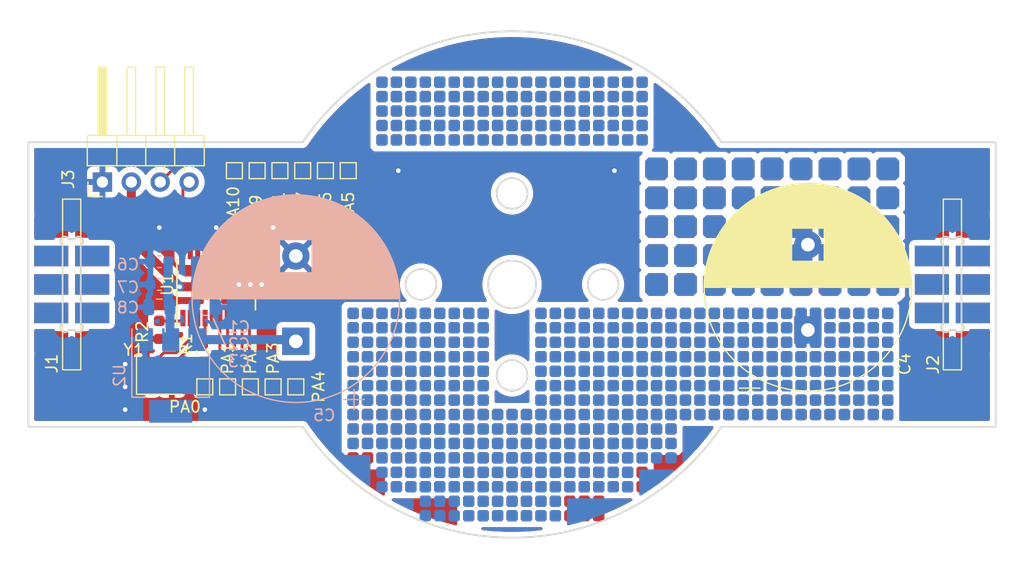
<source format=kicad_pcb>
(kicad_pcb (version 20201002) (generator pcbnew)

  (general
    (thickness 1.6)
  )

  (paper "A4")
  (layers
    (0 "F.Cu" signal)
    (31 "B.Cu" signal)
    (32 "B.Adhes" user "B.Adhesive")
    (33 "F.Adhes" user "F.Adhesive")
    (34 "B.Paste" user)
    (35 "F.Paste" user)
    (36 "B.SilkS" user "B.Silkscreen")
    (37 "F.SilkS" user "F.Silkscreen")
    (38 "B.Mask" user)
    (39 "F.Mask" user)
    (40 "Dwgs.User" user "User.Drawings")
    (41 "Cmts.User" user "User.Comments")
    (42 "Eco1.User" user "User.Eco1")
    (43 "Eco2.User" user "User.Eco2")
    (44 "Edge.Cuts" user)
    (45 "Margin" user)
    (46 "B.CrtYd" user "B.Courtyard")
    (47 "F.CrtYd" user "F.Courtyard")
    (48 "B.Fab" user)
    (49 "F.Fab" user)
  )

  (setup
    (stackup
      (layer "F.SilkS" (type "Top Silk Screen"))
      (layer "F.Paste" (type "Top Solder Paste"))
      (layer "F.Mask" (type "Top Solder Mask") (color "Green") (thickness 0.01))
      (layer "F.Cu" (type "copper") (thickness 0.035))
      (layer "dielectric 1" (type "core") (thickness 1.51) (material "FR4") (epsilon_r 4.5) (loss_tangent 0.02))
      (layer "B.Cu" (type "copper") (thickness 0.035))
      (layer "B.Mask" (type "Bottom Solder Mask") (color "Green") (thickness 0.01))
      (layer "B.Paste" (type "Bottom Solder Paste"))
      (layer "B.SilkS" (type "Bottom Silk Screen"))
      (copper_finish "None")
      (dielectric_constraints no)
    )
    (grid_origin 150 100)
    (pcbplotparams
      (layerselection 0x00010fc_ffffffff)
      (usegerberextensions false)
      (usegerberattributes true)
      (usegerberadvancedattributes true)
      (creategerberjobfile true)
      (svguseinch false)
      (svgprecision 6)
      (excludeedgelayer true)
      (linewidth 0.100000)
      (plotframeref false)
      (viasonmask false)
      (mode 1)
      (useauxorigin false)
      (hpglpennumber 1)
      (hpglpenspeed 20)
      (hpglpendiameter 15.000000)
      (psnegative false)
      (psa4output false)
      (plotreference true)
      (plotvalue true)
      (plotinvisibletext false)
      (sketchpadsonfab false)
      (subtractmaskfromsilk false)
      (outputformat 1)
      (mirror false)
      (drillshape 0)
      (scaleselection 1)
      (outputdirectory "gerber")
    )
  )


  (net 0 "")
  (net 1 "GND")
  (net 2 "+BATT")
  (net 3 "+3V3")
  (net 4 "Net-(J1-Pad1)")
  (net 5 "Net-(J1-Pad2)")
  (net 6 "Net-(J1-Pad3)")
  (net 7 "Net-(J1-Pad4)")
  (net 8 "Net-(J1-Pad5)")
  (net 9 "Net-(J1-Pad6)")
  (net 10 "Net-(J1-Pad7)")
  (net 11 "Net-(J1-Pad8)")
  (net 12 "Net-(J1-Pad9)")
  (net 13 "Net-(J1-Pad10)")
  (net 14 "Net-(J1-Pad11)")
  (net 15 "Net-(J1-Pad12)")
  (net 16 "Net-(J1-Pad13)")
  (net 17 "Net-(J1-Pad14)")
  (net 18 "Net-(J1-Pad15)")
  (net 19 "Net-(J1-Pad16)")
  (net 20 "Net-(J2-Pad1)")
  (net 21 "Net-(J2-Pad2)")
  (net 22 "Net-(J2-Pad3)")
  (net 23 "Net-(J2-Pad4)")
  (net 24 "Net-(J2-Pad5)")
  (net 25 "Net-(J2-Pad6)")
  (net 26 "Net-(J2-Pad7)")
  (net 27 "Net-(J2-Pad8)")
  (net 28 "Net-(J2-Pad9)")
  (net 29 "Net-(J2-Pad10)")
  (net 30 "Net-(J2-Pad11)")
  (net 31 "Net-(J2-Pad12)")
  (net 32 "Net-(J2-Pad13)")
  (net 33 "Net-(J2-Pad14)")
  (net 34 "Net-(J2-Pad15)")
  (net 35 "Net-(J2-Pad16)")
  (net 36 "/SWCLK")
  (net 37 "/SWDIO")
  (net 38 "Net-(R1-Pad2)")
  (net 39 "Net-(R2-Pad1)")
  (net 40 "Net-(U1-Pad3)")
  (net 41 "Net-(U1-Pad2)")
  (net 42 "Net-(TP1-Pad1)")
  (net 43 "Net-(TP2-Pad1)")
  (net 44 "Net-(TP3-Pad1)")
  (net 45 "Net-(TP4-Pad1)")
  (net 46 "Net-(TP5-Pad1)")
  (net 47 "Net-(TP6-Pad1)")
  (net 48 "Net-(TP7-Pad1)")
  (net 49 "Net-(TP8-Pad1)")
  (net 50 "Net-(TP9-Pad1)")
  (net 51 "Net-(TP10-Pad1)")
  (net 52 "Net-(TP12-Pad1)")
  (net 53 "Net-(C4-Pad2)")
  (net 54 "Net-(C4-Pad1)")

  (module "common_footprints:5x5_proto_array_1.27" (layer "F.Cu") (tedit 5F805F0D) (tstamp 04095744-7d57-432b-bcf0-35393f0701fc)
    (at 138.57 105.08)
    (attr through_hole)
    (fp_text reference "REF**" (at 0 -0.5 unlocked) (layer "F.SilkS") hide
      (effects (font (size 1 1) (thickness 0.15)))
      (tstamp 465fc4e4-e894-4d08-a232-58cb18ea3e7c)
    )
    (fp_text value "5x5_proto_array_1.27" (at 0 1 unlocked) (layer "F.Fab") hide
      (effects (font (size 1 1) (thickness 0.15)))
      (tstamp 5e5e9dd7-e4f2-4bdd-bf1f-d0a673d9e496)
    )
    (pad "0" smd roundrect (at -2.54 2.54) (size 1 1) (layers "F.Cu" "F.Mask") (roundrect_rratio 0.25)
      (chamfer_ratio 0.15) (chamfer top_left top_right bottom_left bottom_right) (tstamp 3bccf4f7-726b-48b3-bbff-8dd23957bc2b))
    (pad "0" smd roundrect (at -2.54 -1.27) (size 1 1) (layers "F.Cu" "F.Mask") (roundrect_rratio 0.25)
      (chamfer_ratio 0.15) (chamfer top_left top_right bottom_left bottom_right) (tstamp 69b5b389-a5aa-4578-a5b2-63effceabbf9))
    (pad "0" smd roundrect (at -2.54 1.27) (size 1 1) (layers "F.Cu" "F.Mask") (roundrect_rratio 0.25)
      (chamfer_ratio 0.15) (chamfer top_left top_right bottom_left bottom_right) (tstamp 87a326f6-0385-4562-b2a0-940339200454))
    (pad "0" smd roundrect (at -2.54 0) (size 1 1) (layers "F.Cu" "F.Mask") (roundrect_rratio 0.25)
      (chamfer_ratio 0.15) (chamfer top_left top_right bottom_left bottom_right) (tstamp c8126f86-fd7e-4cc4-b182-6def9c507204))
    (pad "0" smd roundrect (at -2.54 -2.54) (size 1 1) (layers "F.Cu" "F.Mask") (roundrect_rratio 0.25)
      (chamfer_ratio 0.15) (chamfer top_left top_right bottom_left bottom_right) (tstamp d753ffa2-01af-4086-9620-12e7c8942d3e))
    (pad "1" smd roundrect (at -1.27 -2.54) (size 1 1) (layers "F.Cu" "F.Mask") (roundrect_rratio 0.25)
      (chamfer_ratio 0.15) (chamfer top_left top_right bottom_left bottom_right) (tstamp 080accc0-5055-4af9-b2f6-75e7ab465389))
    (pad "1" smd roundrect (at -1.27 0) (size 1 1) (layers "F.Cu" "F.Mask") (roundrect_rratio 0.25)
      (chamfer_ratio 0.15) (chamfer top_left top_right bottom_left bottom_right) (tstamp 27cba642-bdea-4c9c-836d-bdae30e4ac59))
    (pad "1" smd roundrect (at -1.27 -1.27) (size 1 1) (layers "F.Cu" "F.Mask") (roundrect_rratio 0.25)
      (chamfer_ratio 0.15) (chamfer top_left top_right bottom_left bottom_right) (tstamp 76e18ff1-8903-4203-b234-e5a387dc6418))
    (pad "1" smd roundrect (at -1.27 1.27) (size 1 1) (layers "F.Cu" "F.Mask") (roundrect_rratio 0.25)
      (chamfer_ratio 0.15) (chamfer top_left top_right bottom_left bottom_right) (tstamp e401a9b7-f98b-4f14-8376-231bb3eb2504))
    (pad "1" smd roundrect (at -1.27 2.54) (size 1 1) (layers "F.Cu" "F.Mask") (roundrect_rratio 0.25)
      (chamfer_ratio 0.15) (chamfer top_left top_right bottom_left bottom_right) (tstamp f36fef84-4d47-4074-9df0-d607f6b84658))
    (pad "2" smd roundrect (at 0 1.27) (size 1 1) (layers "F.Cu" "F.Mask") (roundrect_rratio 0.25)
      (chamfer_ratio 0.15) (chamfer top_left top_right bottom_left bottom_right) (tstamp 0a35e668-db7d-4aa2-8c1d-4d688838bd2a))
    (pad "2" smd roundrect (at 0 0) (size 1 1) (layers "F.Cu" "F.Mask") (roundrect_rratio 0.25)
      (chamfer_ratio 0.15) (chamfer top_left top_right bottom_left bottom_right) (tstamp 37ab00ad-9520-40f3-a623-76ccf4a13af2))
    (pad "2" smd roundrect (at 0 2.54) (size 1 1) (layers "F.Cu" "F.Mask") (roundrect_rratio 0.25)
      (chamfer_ratio 0.15) (chamfer top_left top_right bottom_left bottom_right) (tstamp 3bb4a78e-b291-4927-8bf8-43d7014b4385))
    (pad "2" smd roundrect (at 0 -1.27) (size 1 1) (layers "F.Cu" "F.Mask") (roundrect_rratio 0.25)
      (chamfer_ratio 0.15) (chamfer top_left top_right bottom_left bottom_right) (tstamp c9b9a45f-6df4-42b0-a8e6-0b6ed648248d))
    (pad "2" smd roundrect (at 0 -2.54) (size 1 1) (layers "F.Cu" "F.Mask") (roundrect_rratio 0.25)
      (chamfer_ratio 0.15) (chamfer top_left top_right bottom_left bottom_right) (tstamp e8502c48-c31b-4020-9417-e5593cc15b5e))
    (pad "3" smd roundrect (at 1.27 1.27) (size 1 1) (layers "F.Cu" "F.Mask") (roundrect_rratio 0.25)
      (chamfer_ratio 0.15) (chamfer top_left top_right bottom_left bottom_right) (tstamp 38294272-26fb-4c1a-aa6e-ef7dae9dba82))
    (pad "3" smd roundrect (at 1.27 0) (size 1 1) (layers "F.Cu" "F.Mask") (roundrect_rratio 0.25)
      (chamfer_ratio 0.15) (chamfer top_left top_right bottom_left bottom_right) (tstamp 9a1ea1c0-31c5-42be-a3a2-38868302a406))
    (pad "3" smd roundrect (at 1.27 -1.27) (size 1 1) (layers "F.Cu" "F.Mask") (roundrect_rratio 0.25)
      (chamfer_ratio 0.15) (chamfer top_left top_right bottom_left bottom_right) (tstamp c07aad78-e713-4715-a14a-706910738610))
    (pad "3" smd roundrect (at 1.27 -2.54) (size 1 1) (layers "F.Cu" "F.Mask") (roundrect_rratio 0.25)
      (chamfer_ratio 0.15) (chamfer top_left top_right bottom_left bottom_right) (tstamp cef114ca-7e22-4d06-ab32-8bb93098860e))
    (pad "3" smd roundrect (at 1.27 2.54) (size 1 1) (layers "F.Cu" "F.Mask") (roundrect_rratio 0.25)
      (chamfer_ratio 0.15) (chamfer top_left top_right bottom_left bottom_right) (tstamp d3f1f730-b5a1-4870-9979-b29284fc74fd))
    (pad "4" smd roundrect (at 2.54 -1.27) (size 1 1) (layers "F.Cu" "F.Mask") (roundrect_rratio 0.25)
      (chamfer_ratio 0.15) (chamfer top_left top_right bottom_left bottom_right) (tstamp 2cae02c3-f493-48ec-b534-dd25771518f3))
    (pad "4" smd roundrect (at 2.54 -2.54) (size 1 1) (layers "F.Cu" "F.Mask") (roundrect_rratio 0.25)
      (chamfer_ratio 0.15) (chamfer top_left top_right bottom_left bottom_right) (tstamp 5812c39a-8186-4023-ae37-8d80c7fd270e))
    (pad "4" smd roundrect (at 2.54 0) (size 1 1) (layers "F.Cu" "F.Mask") (roundrect_rratio 0.25)
      (chamfer_ratio 0.15) (chamfer top_left top_right bottom_left bottom_right) (tstamp 67f2bfe9-0c90-46df-9ed4-754784994d83))
    (pad "4" smd roundrect (at 2.54 2.54) (size 1 1) (layers "F.Cu" "F.Mask") (roundrect_rratio 0.25)
      (chamfer_ratio 0.15) (chamfer top_left top_right bottom_left bottom_right) (tstamp 83a50bd5-d165-4dac-9a09-a1f74e30a9bf))
    (pad "4" smd roundrect (at 2.54 1.27) (size 1 1) (layers "F.Cu" "F.Mask") (roundrect_rratio 0.25)
      (chamfer_ratio 0.15) (chamfer top_left top_right bottom_left bottom_right) (tstamp 92a142a6-a8d9-4c86-ab25-78d91007915e))
  )

  (module "common_footprints:5x5_proto_array_1.27" (layer "F.Cu") (tedit 5F805F0D) (tstamp 0eae2798-81fa-4f6c-9ada-69a6aa7dbd72)
    (at 161.43 111.43)
    (attr through_hole)
    (fp_text reference "REF**" (at 0 -0.5 unlocked) (layer "F.SilkS") hide
      (effects (font (size 1 1) (thickness 0.15)))
      (tstamp f1ce7f22-3f73-4ef7-9158-7ec8e3d35246)
    )
    (fp_text value "5x5_proto_array_1.27" (at 0 1 unlocked) (layer "F.Fab") hide
      (effects (font (size 1 1) (thickness 0.15)))
      (tstamp 8a5f0ebd-7584-4959-8610-4eb29c1d8aa7)
    )
    (pad "0" smd roundrect (at -2.54 -2.54) (size 1 1) (layers "F.Cu" "F.Mask") (roundrect_rratio 0.25)
      (chamfer_ratio 0.15) (chamfer top_left top_right bottom_left bottom_right) (tstamp 0d2ce20b-f5cc-4445-b8e1-7e7605838c87))
    (pad "0" smd roundrect (at -2.54 -1.27) (size 1 1) (layers "F.Cu" "F.Mask") (roundrect_rratio 0.25)
      (chamfer_ratio 0.15) (chamfer top_left top_right bottom_left bottom_right) (tstamp 121987c6-dab8-40af-8761-4c102118b0d2))
    (pad "0" smd roundrect (at -2.54 2.54) (size 1 1) (layers "F.Cu" "F.Mask") (roundrect_rratio 0.25)
      (chamfer_ratio 0.15) (chamfer top_left top_right bottom_left bottom_right) (tstamp 8a9e5428-97c8-4a1e-aa57-3d6b66258f40))
    (pad "0" smd roundrect (at -2.54 1.27) (size 1 1) (layers "F.Cu" "F.Mask") (roundrect_rratio 0.25)
      (chamfer_ratio 0.15) (chamfer top_left top_right bottom_left bottom_right) (tstamp 94314b94-527f-489f-a222-22caee21236e))
    (pad "0" smd roundrect (at -2.54 0) (size 1 1) (layers "F.Cu" "F.Mask") (roundrect_rratio 0.25)
      (chamfer_ratio 0.15) (chamfer top_left top_right bottom_left bottom_right) (tstamp f18013e3-9da6-4152-a651-0605d3a89c76))
    (pad "1" smd roundrect (at -1.27 1.27) (size 1 1) (layers "F.Cu" "F.Mask") (roundrect_rratio 0.25)
      (chamfer_ratio 0.15) (chamfer top_left top_right bottom_left bottom_right) (tstamp 15ce360a-a08b-4456-81e9-c472fa962052))
    (pad "1" smd roundrect (at -1.27 -2.54) (size 1 1) (layers "F.Cu" "F.Mask") (roundrect_rratio 0.25)
      (chamfer_ratio 0.15) (chamfer top_left top_right bottom_left bottom_right) (tstamp 340fef15-92d2-4e13-95d3-5b93023afa47))
    (pad "1" smd roundrect (at -1.27 2.54) (size 1 1) (layers "F.Cu" "F.Mask") (roundrect_rratio 0.25)
      (chamfer_ratio 0.15) (chamfer top_left top_right bottom_left bottom_right) (tstamp 5e495682-8b80-4857-ae6d-b615c89ea871))
    (pad "1" smd roundrect (at -1.27 0) (size 1 1) (layers "F.Cu" "F.Mask") (roundrect_rratio 0.25)
      (chamfer_ratio 0.15) (chamfer top_left top_right bottom_left bottom_right) (tstamp 855a498b-3db8-441f-aadb-ffb24328f8a2))
    (pad "1" smd roundrect (at -1.27 -1.27) (size 1 1) (layers "F.Cu" "F.Mask") (roundrect_rratio 0.25)
      (chamfer_ratio 0.15) (chamfer top_left top_right bottom_left bottom_right) (tstamp ee6bbe5b-363d-430e-98ef-646b8dd990f3))
    (pad "2" smd roundrect (at 0 2.54) (size 1 1) (layers "F.Cu" "F.Mask") (roundrect_rratio 0.25)
      (chamfer_ratio 0.15) (chamfer top_left top_right bottom_left bottom_right) (tstamp 10358860-fd4a-4c60-b322-4d83e19aa29b))
    (pad "2" smd roundrect (at 0 -1.27) (size 1 1) (layers "F.Cu" "F.Mask") (roundrect_rratio 0.25)
      (chamfer_ratio 0.15) (chamfer top_left top_right bottom_left bottom_right) (tstamp 28a18e12-aeb0-44ba-8021-911697235ef0))
    (pad "2" smd roundrect (at 0 0) (size 1 1) (layers "F.Cu" "F.Mask") (roundrect_rratio 0.25)
      (chamfer_ratio 0.15) (chamfer top_left top_right bottom_left bottom_right) (tstamp 99f29afd-18de-40b3-8c58-70c9317e040d))
    (pad "2" smd roundrect (at 0 -2.54) (size 1 1) (layers "F.Cu" "F.Mask") (roundrect_rratio 0.25)
      (chamfer_ratio 0.15) (chamfer top_left top_right bottom_left bottom_right) (tstamp c9f7d294-6553-4744-b501-eade3f35644a))
    (pad "2" smd roundrect (at 0 1.27) (size 1 1) (layers "F.Cu" "F.Mask") (roundrect_rratio 0.25)
      (chamfer_ratio 0.15) (chamfer top_left top_right bottom_left bottom_right) (tstamp edd84c94-aae8-4fca-bfea-8a2073a51979))
    (pad "3" smd roundrect (at 1.27 0) (size 1 1) (layers "F.Cu" "F.Mask") (roundrect_rratio 0.25)
      (chamfer_ratio 0.15) (chamfer top_left top_right bottom_left bottom_right) (tstamp 37b39024-98f6-44f5-ab67-524e10e1d5fb))
    (pad "3" smd roundrect (at 1.27 1.27) (size 1 1) (layers "F.Cu" "F.Mask") (roundrect_rratio 0.25)
      (chamfer_ratio 0.15) (chamfer top_left top_right bottom_left bottom_right) (tstamp 499609c4-2e36-44cb-8a47-8667495e76d3))
    (pad "3" smd roundrect (at 1.27 2.54) (size 1 1) (layers "F.Cu" "F.Mask") (roundrect_rratio 0.25)
      (chamfer_ratio 0.15) (chamfer top_left top_right bottom_left bottom_right) (tstamp 56e549d8-2cf6-465e-8493-99be5dd47b53))
    (pad "3" smd roundrect (at 1.27 -1.27) (size 1 1) (layers "F.Cu" "F.Mask") (roundrect_rratio 0.25)
      (chamfer_ratio 0.15) (chamfer top_left top_right bottom_left bottom_right) (tstamp 5e15e4e6-2dcf-4a1e-9b60-a217f384b875))
    (pad "3" smd roundrect (at 1.27 -2.54) (size 1 1) (layers "F.Cu" "F.Mask") (roundrect_rratio 0.25)
      (chamfer_ratio 0.15) (chamfer top_left top_right bottom_left bottom_right) (tstamp 73098d94-c72c-4d18-829b-698508719b6b))
    (pad "4" smd roundrect (at 2.54 0) (size 1 1) (layers "F.Cu" "F.Mask") (roundrect_rratio 0.25)
      (chamfer_ratio 0.15) (chamfer top_left top_right bottom_left bottom_right) (tstamp 151facd3-7137-4649-b072-66a276dd9669))
    (pad "4" smd roundrect (at 2.54 2.54) (size 1 1) (layers "F.Cu" "F.Mask") (roundrect_rratio 0.25)
      (chamfer_ratio 0.15) (chamfer top_left top_right bottom_left bottom_right) (tstamp 799d3469-bb22-4ec9-b163-a84c06b0e1d4))
    (pad "4" smd roundrect (at 2.54 -2.54) (size 1 1) (layers "F.Cu" "F.Mask") (roundrect_rratio 0.25)
      (chamfer_ratio 0.15) (chamfer top_left top_right bottom_left bottom_right) (tstamp 9a856f7f-b71d-4f32-8abb-c56ec7a66918))
    (pad "4" smd roundrect (at 2.54 -1.27) (size 1 1) (layers "F.Cu" "F.Mask") (roundrect_rratio 0.25)
      (chamfer_ratio 0.15) (chamfer top_left top_right bottom_left bottom_right) (tstamp b834209a-f23b-4c37-9b9a-46dc084139aa))
    (pad "4" smd roundrect (at 2.54 1.27) (size 1 1) (layers "F.Cu" "F.Mask") (roundrect_rratio 0.25)
      (chamfer_ratio 0.15) (chamfer top_left top_right bottom_left bottom_right) (tstamp c5c27753-fe89-4d57-a5fc-79cbd977061f))
  )

  (module "common_footprints:5x5_proto_array_1.27" (layer "F.Cu") (tedit 5F805F0D) (tstamp 11315fcb-1890-4783-862e-e6be48557e50)
    (at 153.81 84.76)
    (attr through_hole)
    (fp_text reference "REF**" (at 0 -0.5 unlocked) (layer "F.SilkS") hide
      (effects (font (size 1 1) (thickness 0.15)))
      (tstamp cef69e52-3cef-4be8-b2a5-61184171d972)
    )
    (fp_text value "5x5_proto_array_1.27" (at 0 1 unlocked) (layer "F.Fab") hide
      (effects (font (size 1 1) (thickness 0.15)))
      (tstamp 6faf73cf-66fe-421a-88e2-c5795a0a07c6)
    )
    (pad "0" smd roundrect (at -2.54 2.54) (size 1 1) (layers "F.Cu" "F.Mask") (roundrect_rratio 0.25)
      (chamfer_ratio 0.15) (chamfer top_left top_right bottom_left bottom_right) (tstamp 49bcef25-5d95-4cad-ba54-94297f168b67))
    (pad "0" smd roundrect (at -2.54 -2.54) (size 1 1) (layers "F.Cu" "F.Mask") (roundrect_rratio 0.25)
      (chamfer_ratio 0.15) (chamfer top_left top_right bottom_left bottom_right) (tstamp 9819b2c8-4479-4fdc-a508-20a33bbb0dd4))
    (pad "0" smd roundrect (at -2.54 1.27) (size 1 1) (layers "F.Cu" "F.Mask") (roundrect_rratio 0.25)
      (chamfer_ratio 0.15) (chamfer top_left top_right bottom_left bottom_right) (tstamp b4ecf117-1452-4163-b5e6-a20ba42bd7b7))
    (pad "0" smd roundrect (at -2.54 0) (size 1 1) (layers "F.Cu" "F.Mask") (roundrect_rratio 0.25)
      (chamfer_ratio 0.15) (chamfer top_left top_right bottom_left bottom_right) (tstamp f39ea096-595b-4996-b9aa-77e8687e2d97))
    (pad "0" smd roundrect (at -2.54 -1.27) (size 1 1) (layers "F.Cu" "F.Mask") (roundrect_rratio 0.25)
      (chamfer_ratio 0.15) (chamfer top_left top_right bottom_left bottom_right) (tstamp fdcc8733-a0ed-4ce5-a918-977080764aca))
    (pad "1" smd roundrect (at -1.27 1.27) (size 1 1) (layers "F.Cu" "F.Mask") (roundrect_rratio 0.25)
      (chamfer_ratio 0.15) (chamfer top_left top_right bottom_left bottom_right) (tstamp 6703cd0d-efd3-400f-9968-5df2a5e049ff))
    (pad "1" smd roundrect (at -1.27 -2.54) (size 1 1) (layers "F.Cu" "F.Mask") (roundrect_rratio 0.25)
      (chamfer_ratio 0.15) (chamfer top_left top_right bottom_left bottom_right) (tstamp 8bdfe2fc-825e-4406-bd8c-15b601077d23))
    (pad "1" smd roundrect (at -1.27 2.54) (size 1 1) (layers "F.Cu" "F.Mask") (roundrect_rratio 0.25)
      (chamfer_ratio 0.15) (chamfer top_left top_right bottom_left bottom_right) (tstamp a93d9707-40b5-402c-943a-5a907cabcd23))
    (pad "1" smd roundrect (at -1.27 -1.27) (size 1 1) (layers "F.Cu" "F.Mask") (roundrect_rratio 0.25)
      (chamfer_ratio 0.15) (chamfer top_left top_right bottom_left bottom_right) (tstamp b44607ec-dcab-44aa-9abb-7e2146a4dadb))
    (pad "1" smd roundrect (at -1.27 0) (size 1 1) (layers "F.Cu" "F.Mask") (roundrect_rratio 0.25)
      (chamfer_ratio 0.15) (chamfer top_left top_right bottom_left bottom_right) (tstamp b4ea1dc1-6612-429f-9bdb-39294879102f))
    (pad "2" smd roundrect (at 0 1.27) (size 1 1) (layers "F.Cu" "F.Mask") (roundrect_rratio 0.25)
      (chamfer_ratio 0.15) (chamfer top_left top_right bottom_left bottom_right) (tstamp 1f7a46e2-1c12-47dc-a3d1-378872356931))
    (pad "2" smd roundrect (at 0 2.54) (size 1 1) (layers "F.Cu" "F.Mask") (roundrect_rratio 0.25)
      (chamfer_ratio 0.15) (chamfer top_left top_right bottom_left bottom_right) (tstamp 22b1964a-ab11-45ac-bedd-fabf1a112724))
    (pad "2" smd roundrect (at 0 -1.27) (size 1 1) (layers "F.Cu" "F.Mask") (roundrect_rratio 0.25)
      (chamfer_ratio 0.15) (chamfer top_left top_right bottom_left bottom_right) (tstamp 69094673-7acc-411d-9764-8e9f4339887f))
    (pad "2" smd roundrect (at 0 -2.54) (size 1 1) (layers "F.Cu" "F.Mask") (roundrect_rratio 0.25)
      (chamfer_ratio 0.15) (chamfer top_left top_right bottom_left bottom_right) (tstamp 78885b08-7b7c-4d7c-ac78-42c5f3810792))
    (pad "2" smd roundrect (at 0 0) (size 1 1) (layers "F.Cu" "F.Mask") (roundrect_rratio 0.25)
      (chamfer_ratio 0.15) (chamfer top_left top_right bottom_left bottom_right) (tstamp d89fbe1d-1b25-494e-a28c-d36ac8ba3481))
    (pad "3" smd roundrect (at 1.27 1.27) (size 1 1) (layers "F.Cu" "F.Mask") (roundrect_rratio 0.25)
      (chamfer_ratio 0.15) (chamfer top_left top_right bottom_left bottom_right) (tstamp 560fca55-7821-4d08-8db9-05d6f63fc873))
    (pad "3" smd roundrect (at 1.27 2.54) (size 1 1) (layers "F.Cu" "F.Mask") (roundrect_rratio 0.25)
      (chamfer_ratio 0.15) (chamfer top_left top_right bottom_left bottom_right) (tstamp 565f5e25-b64b-42ca-8d67-a760c0d6d01d))
    (pad "3" smd roundrect (at 1.27 -2.54) (size 1 1) (layers "F.Cu" "F.Mask") (roundrect_rratio 0.25)
      (chamfer_ratio 0.15) (chamfer top_left top_right bottom_left bottom_right) (tstamp d15688d5-35fc-46cf-907a-b620d45d8d78))
    (pad "3" smd roundrect (at 1.27 -1.27) (size 1 1) (layers "F.Cu" "F.Mask") (roundrect_rratio 0.25)
      (chamfer_ratio 0.15) (chamfer top_left top_right bottom_left bottom_right) (tstamp e8c25c52-a30a-48b3-9767-8a059b464c39))
    (pad "3" smd roundrect (at 1.27 0) (size 1 1) (layers "F.Cu" "F.Mask") (roundrect_rratio 0.25)
      (chamfer_ratio 0.15) (chamfer top_left top_right bottom_left bottom_right) (tstamp f5d7983b-acc3-4702-a95f-e4dec00d1e68))
    (pad "4" smd roundrect (at 2.54 0) (size 1 1) (layers "F.Cu" "F.Mask") (roundrect_rratio 0.25)
      (chamfer_ratio 0.15) (chamfer top_left top_right bottom_left bottom_right) (tstamp 16ec6ba6-cb0b-4583-bb63-81fc7048f1ce))
    (pad "4" smd roundrect (at 2.54 1.27) (size 1 1) (layers "F.Cu" "F.Mask") (roundrect_rratio 0.25)
      (chamfer_ratio 0.15) (chamfer top_left top_right bottom_left bottom_right) (tstamp 36069f3c-24c5-4dde-a2da-386820b1632a))
    (pad "4" smd roundrect (at 2.54 -1.27) (size 1 1) (layers "F.Cu" "F.Mask") (roundrect_rratio 0.25)
      (chamfer_ratio 0.15) (chamfer top_left top_right bottom_left bottom_right) (tstamp 3e874328-6c77-4927-8974-d25814d52c29))
    (pad "4" smd roundrect (at 2.54 2.54) (size 1 1) (layers "F.Cu" "F.Mask") (roundrect_rratio 0.25)
      (chamfer_ratio 0.15) (chamfer top_left top_right bottom_left bottom_right) (tstamp c5e2c3ee-5a6b-4d44-8ad0-d0a579be78ac))
    (pad "4" smd roundrect (at 2.54 -2.54) (size 1 1) (layers "F.Cu" "F.Mask") (roundrect_rratio 0.25)
      (chamfer_ratio 0.15) (chamfer top_left top_right bottom_left bottom_right) (tstamp f8a13342-a408-434a-96df-3f8351cbe5a9))
  )

  (module "common_footprints:5x5_proto_array_1.27" (layer "F.Cu") (tedit 5F805F0D) (tstamp 1809382f-a3f0-42f1-a012-31246196d112)
    (at 155.08 105.08)
    (attr through_hole)
    (fp_text reference "REF**" (at 0 -0.5 unlocked) (layer "F.SilkS") hide
      (effects (font (size 1 1) (thickness 0.15)))
      (tstamp 7268da30-4d40-4bc5-877c-f5b856b1a98b)
    )
    (fp_text value "5x5_proto_array_1.27" (at 0 1 unlocked) (layer "F.Fab") hide
      (effects (font (size 1 1) (thickness 0.15)))
      (tstamp 29e33941-5b5d-4b43-a512-6e46f87a5dc8)
    )
    (pad "0" smd roundrect (at -2.54 -1.27) (size 1 1) (layers "F.Cu" "F.Mask") (roundrect_rratio 0.25)
      (chamfer_ratio 0.15) (chamfer top_left top_right bottom_left bottom_right) (tstamp 0e078624-8762-4647-8f4c-c6074857a580))
    (pad "0" smd roundrect (at -2.54 0) (size 1 1) (layers "F.Cu" "F.Mask") (roundrect_rratio 0.25)
      (chamfer_ratio 0.15) (chamfer top_left top_right bottom_left bottom_right) (tstamp 7ffe228b-4f51-4fc2-807c-dfd116a430e5))
    (pad "0" smd roundrect (at -2.54 1.27) (size 1 1) (layers "F.Cu" "F.Mask") (roundrect_rratio 0.25)
      (chamfer_ratio 0.15) (chamfer top_left top_right bottom_left bottom_right) (tstamp b71df56d-6fd7-415c-9fe1-4fc81aeb6049))
    (pad "0" smd roundrect (at -2.54 2.54) (size 1 1) (layers "F.Cu" "F.Mask") (roundrect_rratio 0.25)
      (chamfer_ratio 0.15) (chamfer top_left top_right bottom_left bottom_right) (tstamp bf8883ad-4da0-4e61-aa4c-b8c31026fc85))
    (pad "0" smd roundrect (at -2.54 -2.54) (size 1 1) (layers "F.Cu" "F.Mask") (roundrect_rratio 0.25)
      (chamfer_ratio 0.15) (chamfer top_left top_right bottom_left bottom_right) (tstamp e933b108-5190-4989-833f-8ea8bd0f2534))
    (pad "1" smd roundrect (at -1.27 1.27) (size 1 1) (layers "F.Cu" "F.Mask") (roundrect_rratio 0.25)
      (chamfer_ratio 0.15) (chamfer top_left top_right bottom_left bottom_right) (tstamp 4bcbf3d0-7a6e-4d9f-ba0a-e04cbe818b9a))
    (pad "1" smd roundrect (at -1.27 0) (size 1 1) (layers "F.Cu" "F.Mask") (roundrect_rratio 0.25)
      (chamfer_ratio 0.15) (chamfer top_left top_right bottom_left bottom_right) (tstamp 54618d56-22b8-4376-a98a-ca9cd5be2972))
    (pad "1" smd roundrect (at -1.27 -1.27) (size 1 1) (layers "F.Cu" "F.Mask") (roundrect_rratio 0.25)
      (chamfer_ratio 0.15) (chamfer top_left top_right bottom_left bottom_right) (tstamp 5f983a78-0882-4426-9d90-248f93a0b6bd))
    (pad "1" smd roundrect (at -1.27 2.54) (size 1 1) (layers "F.Cu" "F.Mask") (roundrect_rratio 0.25)
      (chamfer_ratio 0.15) (chamfer top_left top_right bottom_left bottom_right) (tstamp a0cf5e12-afca-4e96-b651-739272af24dc))
    (pad "1" smd roundrect (at -1.27 -2.54) (size 1 1) (layers "F.Cu" "F.Mask") (roundrect_rratio 0.25)
      (chamfer_ratio 0.15) (chamfer top_left top_right bottom_left bottom_right) (tstamp e6bc2958-4d53-448e-b12e-989ec7c4dc20))
    (pad "2" smd roundrect (at 0 2.54) (size 1 1) (layers "F.Cu" "F.Mask") (roundrect_rratio 0.25)
      (chamfer_ratio 0.15) (chamfer top_left top_right bottom_left bottom_right) (tstamp 2a38a158-2b24-40bb-af10-488503b6659e))
    (pad "2" smd roundrect (at 0 -1.27) (size 1 1) (layers "F.Cu" "F.Mask") (roundrect_rratio 0.25)
      (chamfer_ratio 0.15) (chamfer top_left top_right bottom_left bottom_right) (tstamp 65ec042e-d505-45a1-80f9-bb509ea6db75))
    (pad "2" smd roundrect (at 0 -2.54) (size 1 1) (layers "F.Cu" "F.Mask") (roundrect_rratio 0.25)
      (chamfer_ratio 0.15) (chamfer top_left top_right bottom_left bottom_right) (tstamp 7ef2f831-46d4-4346-bce8-7e591ae901b4))
    (pad "2" smd roundrect (at 0 1.27) (size 1 1) (layers "F.Cu" "F.Mask") (roundrect_rratio 0.25)
      (chamfer_ratio 0.15) (chamfer top_left top_right bottom_left bottom_right) (tstamp c3b9eac2-7828-4cf6-b7fc-fc02d6eacb7e))
    (pad "2" smd roundrect (at 0 0) (size 1 1) (layers "F.Cu" "F.Mask") (roundrect_rratio 0.25)
      (chamfer_ratio 0.15) (chamfer top_left top_right bottom_left bottom_right) (tstamp d7c59807-a0cf-4f50-8700-e2aeeb284e78))
    (pad "3" smd roundrect (at 1.27 -2.54) (size 1 1) (layers "F.Cu" "F.Mask") (roundrect_rratio 0.25)
      (chamfer_ratio 0.15) (chamfer top_left top_right bottom_left bottom_right) (tstamp 4d038baa-ff4e-4629-8d90-43c95398139e))
    (pad "3" smd roundrect (at 1.27 1.27) (size 1 1) (layers "F.Cu" "F.Mask") (roundrect_rratio 0.25)
      (chamfer_ratio 0.15) (chamfer top_left top_right bottom_left bottom_right) (tstamp 5b07366d-d91d-412c-9ecd-213bc0b84e79))
    (pad "3" smd roundrect (at 1.27 -1.27) (size 1 1) (layers "F.Cu" "F.Mask") (roundrect_rratio 0.25)
      (chamfer_ratio 0.15) (chamfer top_left top_right bottom_left bottom_right) (tstamp cf308dff-7a33-45bb-9ce2-f7ef7223a0b7))
    (pad "3" smd roundrect (at 1.27 0) (size 1 1) (layers "F.Cu" "F.Mask") (roundrect_rratio 0.25)
      (chamfer_ratio 0.15) (chamfer top_left top_right bottom_left bottom_right) (tstamp f44c105a-f976-44be-98db-5a8a8ac02b9c))
    (pad "3" smd roundrect (at 1.27 2.54) (size 1 1) (layers "F.Cu" "F.Mask") (roundrect_rratio 0.25)
      (chamfer_ratio 0.15) (chamfer top_left top_right bottom_left bottom_right) (tstamp fbcebf25-d901-45b1-97ef-92cef55a08d8))
    (pad "4" smd roundrect (at 2.54 -1.27) (size 1 1) (layers "F.Cu" "F.Mask") (roundrect_rratio 0.25)
      (chamfer_ratio 0.15) (chamfer top_left top_right bottom_left bottom_right) (tstamp 3c544ecf-aa5c-490a-9aad-9d749e0fe4ca))
    (pad "4" smd roundrect (at 2.54 1.27) (size 1 1) (layers "F.Cu" "F.Mask") (roundrect_rratio 0.25)
      (chamfer_ratio 0.15) (chamfer top_left top_right bottom_left bottom_right) (tstamp 5d08ade6-c0b7-4a7f-a2dc-25fbb9de4e7a))
    (pad "4" smd roundrect (at 2.54 2.54) (size 1 1) (layers "F.Cu" "F.Mask") (roundrect_rratio 0.25)
      (chamfer_ratio 0.15) (chamfer top_left top_right bottom_left bottom_right) (tstamp 71989997-b93c-49df-963b-329300e43371))
    (pad "4" smd roundrect (at 2.54 0) (size 1 1) (layers "F.Cu" "F.Mask") (roundrect_rratio 0.25)
      (chamfer_ratio 0.15) (chamfer top_left top_right bottom_left bottom_right) (tstamp ac428b73-1478-446d-9eb2-c368c43ee0e8))
    (pad "4" smd roundrect (at 2.54 -2.54) (size 1 1) (layers "F.Cu" "F.Mask") (roundrect_rratio 0.25)
      (chamfer_ratio 0.15) (chamfer top_left top_right bottom_left bottom_right) (tstamp eaab0c44-44a5-4df6-92f5-a264de464632))
  )

  (module "common_footprints:5x5_proto_array_1.27" (layer "F.Cu") (tedit 5F805F0D) (tstamp 1e354da6-7ce2-4532-9680-62ecedb78aa3)
    (at 141.11 84.76)
    (attr through_hole)
    (fp_text reference "REF**" (at 0 -0.5 unlocked) (layer "F.SilkS") hide
      (effects (font (size 1 1) (thickness 0.15)))
      (tstamp 076b8e67-50bb-4ab8-b0ea-647a00afea7d)
    )
    (fp_text value "5x5_proto_array_1.27" (at 0 1 unlocked) (layer "F.Fab") hide
      (effects (font (size 1 1) (thickness 0.15)))
      (tstamp 2858adaa-3a90-47a0-8661-a7f06b019aaf)
    )
    (pad "0" smd roundrect (at -2.54 -2.54) (size 1 1) (layers "F.Cu" "F.Mask") (roundrect_rratio 0.25)
      (chamfer_ratio 0.15) (chamfer top_left top_right bottom_left bottom_right) (tstamp 4cf34fbd-27b6-4f71-9217-cbaefab569e4))
    (pad "0" smd roundrect (at -2.54 -1.27) (size 1 1) (layers "F.Cu" "F.Mask") (roundrect_rratio 0.25)
      (chamfer_ratio 0.15) (chamfer top_left top_right bottom_left bottom_right) (tstamp 6461cad2-c7f7-47af-a0c5-9a1a7eec4d09))
    (pad "0" smd roundrect (at -2.54 1.27) (size 1 1) (layers "F.Cu" "F.Mask") (roundrect_rratio 0.25)
      (chamfer_ratio 0.15) (chamfer top_left top_right bottom_left bottom_right) (tstamp 780aa0b8-a172-4870-ae41-c927c2608e32))
    (pad "0" smd roundrect (at -2.54 0) (size 1 1) (layers "F.Cu" "F.Mask") (roundrect_rratio 0.25)
      (chamfer_ratio 0.15) (chamfer top_left top_right bottom_left bottom_right) (tstamp a6cd9dfc-b574-4c3d-9b33-f6e37fad2aab))
    (pad "0" smd roundrect (at -2.54 2.54) (size 1 1) (layers "F.Cu" "F.Mask") (roundrect_rratio 0.25)
      (chamfer_ratio 0.15) (chamfer top_left top_right bottom_left bottom_right) (tstamp de9d4059-3398-4f8f-a45e-855ef4f303ac))
    (pad "1" smd roundrect (at -1.27 0) (size 1 1) (layers "F.Cu" "F.Mask") (roundrect_rratio 0.25)
      (chamfer_ratio 0.15) (chamfer top_left top_right bottom_left bottom_right) (tstamp 0d219372-fd3e-4558-9c27-1b763e7b0d17))
    (pad "1" smd roundrect (at -1.27 2.54) (size 1 1) (layers "F.Cu" "F.Mask") (roundrect_rratio 0.25)
      (chamfer_ratio 0.15) (chamfer top_left top_right bottom_left bottom_right) (tstamp 367a6bd0-9e44-4dcb-8d4c-43da1e3fb40b))
    (pad "1" smd roundrect (at -1.27 1.27) (size 1 1) (layers "F.Cu" "F.Mask") (roundrect_rratio 0.25)
      (chamfer_ratio 0.15) (chamfer top_left top_right bottom_left bottom_right) (tstamp 56d2b3ff-4aea-4318-a0a4-e3ed6b72a362))
    (pad "1" smd roundrect (at -1.27 -2.54) (size 1 1) (layers "F.Cu" "F.Mask") (roundrect_rratio 0.25)
      (chamfer_ratio 0.15) (chamfer top_left top_right bottom_left bottom_right) (tstamp 9c81eba7-0402-42b0-aa88-e4217c77b977))
    (pad "1" smd roundrect (at -1.27 -1.27) (size 1 1) (layers "F.Cu" "F.Mask") (roundrect_rratio 0.25)
      (chamfer_ratio 0.15) (chamfer top_left top_right bottom_left bottom_right) (tstamp aaf5daaf-afd7-4c03-b627-cc36276bb036))
    (pad "2" smd roundrect (at 0 -1.27) (size 1 1) (layers "F.Cu" "F.Mask") (roundrect_rratio 0.25)
      (chamfer_ratio 0.15) (chamfer top_left top_right bottom_left bottom_right) (tstamp 0a2ee0a3-d2bf-42a2-8872-c6a5d7730909))
    (pad "2" smd roundrect (at 0 -2.54) (size 1 1) (layers "F.Cu" "F.Mask") (roundrect_rratio 0.25)
      (chamfer_ratio 0.15) (chamfer top_left top_right bottom_left bottom_right) (tstamp 4e714ee4-09b6-4271-8757-b45b48a02b13))
    (pad "2" smd roundrect (at 0 1.27) (size 1 1) (layers "F.Cu" "F.Mask") (roundrect_rratio 0.25)
      (chamfer_ratio 0.15) (chamfer top_left top_right bottom_left bottom_right) (tstamp c8338b56-8816-4b79-94d1-b922a073819d))
    (pad "2" smd roundrect (at 0 0) (size 1 1) (layers "F.Cu" "F.Mask") (roundrect_rratio 0.25)
      (chamfer_ratio 0.15) (chamfer top_left top_right bottom_left bottom_right) (tstamp dc9b6a6d-cd5a-4b60-8504-a6bf3c1cb6cd))
    (pad "2" smd roundrect (at 0 2.54) (size 1 1) (layers "F.Cu" "F.Mask") (roundrect_rratio 0.25)
      (chamfer_ratio 0.15) (chamfer top_left top_right bottom_left bottom_right) (tstamp f6e7f4d2-f5b9-4032-b826-80740b2986e5))
    (pad "3" smd roundrect (at 1.27 2.54) (size 1 1) (layers "F.Cu" "F.Mask") (roundrect_rratio 0.25)
      (chamfer_ratio 0.15) (chamfer top_left top_right bottom_left bottom_right) (tstamp 2c904cef-0e24-47ab-879f-b72654871de0))
    (pad "3" smd roundrect (at 1.27 -1.27) (size 1 1) (layers "F.Cu" "F.Mask") (roundrect_rratio 0.25)
      (chamfer_ratio 0.15) (chamfer top_left top_right bottom_left bottom_right) (tstamp 4d91f526-35a5-45ee-95b3-2c1974bb0372))
    (pad "3" smd roundrect (at 1.27 -2.54) (size 1 1) (layers "F.Cu" "F.Mask") (roundrect_rratio 0.25)
      (chamfer_ratio 0.15) (chamfer top_left top_right bottom_left bottom_right) (tstamp 56c2c057-7a22-4145-a759-d6ad4694609a))
    (pad "3" smd roundrect (at 1.27 1.27) (size 1 1) (layers "F.Cu" "F.Mask") (roundrect_rratio 0.25)
      (chamfer_ratio 0.15) (chamfer top_left top_right bottom_left bottom_right) (tstamp 707b21ce-7255-434e-b9eb-acddcbefc5a1))
    (pad "3" smd roundrect (at 1.27 0) (size 1 1) (layers "F.Cu" "F.Mask") (roundrect_rratio 0.25)
      (chamfer_ratio 0.15) (chamfer top_left top_right bottom_left bottom_right) (tstamp d31edb0c-4380-491f-ba5c-fd09fdd978ac))
    (pad "4" smd roundrect (at 2.54 1.27) (size 1 1) (layers "F.Cu" "F.Mask") (roundrect_rratio 0.25)
      (chamfer_ratio 0.15) (chamfer top_left top_right bottom_left bottom_right) (tstamp 59fc0931-287d-447f-bb9a-ec62dabcc03b))
    (pad "4" smd roundrect (at 2.54 -2.54) (size 1 1) (layers "F.Cu" "F.Mask") (roundrect_rratio 0.25)
      (chamfer_ratio 0.15) (chamfer top_left top_right bottom_left bottom_right) (tstamp 7f7caf67-dcd7-47c2-89e0-417dc92c1751))
    (pad "4" smd roundrect (at 2.54 2.54) (size 1 1) (layers "F.Cu" "F.Mask") (roundrect_rratio 0.25)
      (chamfer_ratio 0.15) (chamfer top_left top_right bottom_left bottom_right) (tstamp c46e1bbe-2b8e-4e9f-b890-56ceb1af9810))
    (pad "4" smd roundrect (at 2.54 -1.27) (size 1 1) (layers "F.Cu" "F.Mask") (roundrect_rratio 0.25)
      (chamfer_ratio 0.15) (chamfer top_left top_right bottom_left bottom_right) (tstamp dd938c51-fe20-4296-81f8-23ecb7e0fb61))
    (pad "4" smd roundrect (at 2.54 0) (size 1 1) (layers "F.Cu" "F.Mask") (roundrect_rratio 0.25)
      (chamfer_ratio 0.15) (chamfer top_left top_right bottom_left bottom_right) (tstamp fa8dfb65-a545-46d1-965d-e8208f848ed3))
  )

  (module "TestPoint:TestPoint_Pad_1.0x1.0mm" (layer "F.Cu") (tedit 5A0F774F) (tstamp 1fc42f9b-be38-4f48-b4df-e31238b4c973)
    (at 123 109)
    (descr "SMD rectangular pad as test Point, square 1.0mm side length")
    (tags "test point SMD pad rectangle square")
    (property "Sheet file" "/home/user/research/rotohsm/prototype/mech_pcbs/stator_base_pcb/stator_base_pcb.kicad_sch")
    (property "Sheet name" "")
    (path "/9245824f-cf4a-411c-afca-1cc43683d3a5")
    (attr exclude_from_pos_files)
    (fp_text reference "TP1" (at 0 -1.448) (layer "F.SilkS") hide
      (effects (font (size 1 1) (thickness 0.15)))
      (tstamp 15539855-e9fc-43bb-b3e5-07331bfece6e)
    )
    (fp_text value "PA0" (at -1.75 1.75) (layer "F.SilkS")
      (effects (font (size 1 1) (thickness 0.15)))
      (tstamp 568e7f98-39c8-4fa5-a11b-3fdf2e71f591)
    )
    (fp_text user "${REFERENCE}" (at 0 -1.45) (layer "F.Fab")
      (effects (font (size 1 1) (thickness 0.15)))
      (tstamp 3be9e27f-fb20-4abb-8a40-0cd4a1765501)
    )
    (fp_line (start 0.7 -0.7) (end 0.7 0.7) (layer "F.SilkS") (width 0.12) (tstamp 3f1dcce2-4957-46b5-bc34-b710db7ab9ab))
    (fp_line (start -0.7 -0.7) (end 0.7 -0.7) (layer "F.SilkS") (width 0.12) (tstamp 6e64561c-948e-4cd2-ba0e-bea3216268f4))
    (fp_line (start 0.7 0.7) (end -0.7 0.7) (layer "F.SilkS") (width 0.12) (tstamp 90f5e45e-d2db-4224-992c-df60c555ac1e))
    (fp_line (start -0.7 0.7) (end -0.7 -0.7) (layer "F.SilkS") (width 0.12) (tstamp f5677a27-935c-4514-86d4-a1f29122380e))
    (fp_line (start 1 1) (end 1 -1) (layer "F.CrtYd") (width 0.05) (tstamp 4f17ae2a-7053-4df1-8000-eeef290eca02))
    (fp_line (start -1 -1) (end 1 -1) (layer "F.CrtYd") (width 0.05) (tstamp 5f8ed67b-2381-45ad-9422-3b46948d9c18))
    (fp_line (start -1 -1) (end -1 1) (layer "F.CrtYd") (width 0.05) (tstamp 8395d8c2-28bb-405b-b37f-fbe3afeaf74f))
    (fp_line (start 1 1) (end -1 1) (layer "F.CrtYd") (width 0.05) (tstamp 95c85a77-6ba3-480e-94ca-9dda90a63fdf))
    (pad "1" smd rect (at 0 0) (size 1 1) (layers "F.Cu" "F.Mask")
      (net 42 "Net-(TP1-Pad1)") (pinfunction "1") (tstamp 28dc0208-6023-4d33-8d1c-1f35232b625b))
  )

  (module "common_footprints:5x5_proto_array_1.27" (layer "F.Cu") (tedit 5F805F0D) (tstamp 2db39100-950e-46f4-b3a9-41f2db100f8d)
    (at 142.38 115.24)
    (attr through_hole)
    (fp_text reference "REF**" (at 0 -0.5 unlocked) (layer "F.SilkS") hide
      (effects (font (size 1 1) (thickness 0.15)))
      (tstamp 449a8c6f-3d19-437d-92e2-f894ef898e8d)
    )
    (fp_text value "5x5_proto_array_1.27" (at 0 1 unlocked) (layer "F.Fab") hide
      (effects (font (size 1 1) (thickness 0.15)))
      (tstamp 64576b78-a4ed-49f1-a52e-04792fc3fc3d)
    )
    (pad "0" smd roundrect (at -2.54 1.27) (size 1 1) (layers "F.Cu" "F.Mask") (roundrect_rratio 0.25)
      (chamfer_ratio 0.15) (chamfer top_left top_right bottom_left bottom_right) (tstamp 05dc8f8a-2bef-43bd-b257-7c508ca7affd))
    (pad "0" smd roundrect (at -2.54 2.54) (size 1 1) (layers "F.Cu" "F.Mask") (roundrect_rratio 0.25)
      (chamfer_ratio 0.15) (chamfer top_left top_right bottom_left bottom_right) (tstamp 8a82bf90-e6a8-4137-b0ae-8d628adda4da))
    (pad "0" smd roundrect (at -2.54 0) (size 1 1) (layers "F.Cu" "F.Mask") (roundrect_rratio 0.25)
      (chamfer_ratio 0.15) (chamfer top_left top_right bottom_left bottom_right) (tstamp 9e2fc6c1-1bc9-42f6-8556-f8274e5de233))
    (pad "0" smd roundrect (at -2.54 -1.27) (size 1 1) (layers "F.Cu" "F.Mask") (roundrect_rratio 0.25)
      (chamfer_ratio 0.15) (chamfer top_left top_right bottom_left bottom_right) (tstamp a79ac8c2-1b26-4deb-8fee-86f2da183770))
    (pad "0" smd roundrect (at -2.54 -2.54) (size 1 1) (layers "F.Cu" "F.Mask") (roundrect_rratio 0.25)
      (chamfer_ratio 0.15) (chamfer top_left top_right bottom_left bottom_right) (tstamp e8e2d308-a3a5-4188-8229-40930418bcfa))
    (pad "1" smd roundrect (at -1.27 -2.54) (size 1 1) (layers "F.Cu" "F.Mask") (roundrect_rratio 0.25)
      (chamfer_ratio 0.15) (chamfer top_left top_right bottom_left bottom_right) (tstamp 3f8b3268-13e0-49fb-b013-db246865310e))
    (pad "1" smd roundrect (at -1.27 -1.27) (size 1 1) (layers "F.Cu" "F.Mask") (roundrect_rratio 0.25)
      (chamfer_ratio 0.15) (chamfer top_left top_right bottom_left bottom_right) (tstamp 62fb37a4-e9a0-487a-a9b6-dbd02703b677))
    (pad "1" smd roundrect (at -1.27 2.54) (size 1 1) (layers "F.Cu" "F.Mask") (roundrect_rratio 0.25)
      (chamfer_ratio 0.15) (chamfer top_left top_right bottom_left bottom_right) (tstamp 9d741a92-f604-4cfc-8e7b-b14997eb2969))
    (pad "1" smd roundrect (at -1.27 1.27) (size 1 1) (layers "F.Cu" "F.Mask") (roundrect_rratio 0.25)
      (chamfer_ratio 0.15) (chamfer top_left top_right bottom_left bottom_right) (tstamp ccc98d6a-5488-4dd1-b9b8-e0bdceb2dcf9))
    (pad "1" smd roundrect (at -1.27 0) (size 1 1) (layers "F.Cu" "F.Mask") (roundrect_rratio 0.25)
      (chamfer_ratio 0.15) (chamfer top_left top_right bottom_left bottom_right) (tstamp fdc68f4c-3825-45be-8944-85ed46811b6d))
    (pad "2" smd roundrect (at 0 -1.27) (size 1 1) (layers "F.Cu" "F.Mask") (roundrect_rratio 0.25)
      (chamfer_ratio 0.15) (chamfer top_left top_right bottom_left bottom_right) (tstamp 1343f7af-f125-4c45-bc23-a77367e1c958))
    (pad "2" smd roundrect (at 0 0) (size 1 1) (layers "F.Cu" "F.Mask") (roundrect_rratio 0.25)
      (chamfer_ratio 0.15) (chamfer top_left top_right bottom_left bottom_right) (tstamp 330db589-3baa-4ce3-a8de-e7e5230323bc))
    (pad "2" smd roundrect (at 0 1.27) (size 1 1) (layers "F.Cu" "F.Mask") (roundrect_rratio 0.25)
      (chamfer_ratio 0.15) (chamfer top_left top_right bottom_left bottom_right) (tstamp 94b0963f-be95-4199-ba3f-ce6a509bd835))
    (pad "2" smd roundrect (at 0 -2.54) (size 1 1) (layers "F.Cu" "F.Mask") (roundrect_rratio 0.25)
      (chamfer_ratio 0.15) (chamfer top_left top_right bottom_left bottom_right) (tstamp b8fd58ad-3a3f-4575-a579-8e04afd8683f))
    (pad "2" smd roundrect (at 0 2.54) (size 1 1) (layers "F.Cu" "F.Mask") (roundrect_rratio 0.25)
      (chamfer_ratio 0.15) (chamfer top_left top_right bottom_left bottom_right) (tstamp bb80b5da-3edf-4805-943c-fa78e47a4d79))
    (pad "3" smd roundrect (at 1.27 1.27) (size 1 1) (layers "F.Cu" "F.Mask") (roundrect_rratio 0.25)
      (chamfer_ratio 0.15) (chamfer top_left top_right bottom_left bottom_right) (tstamp 42c288f7-f899-492c-be58-6933fa56f900))
    (pad "3" smd roundrect (at 1.27 2.54) (size 1 1) (layers "F.Cu" "F.Mask") (roundrect_rratio 0.25)
      (chamfer_ratio 0.15) (chamfer top_left top_right bottom_left bottom_right) (tstamp 64d6e66d-6bc2-4e87-ab26-b1b79e19a106))
    (pad "3" smd roundrect (at 1.27 0) (size 1 1) (layers "F.Cu" "F.Mask") (roundrect_rratio 0.25)
      (chamfer_ratio 0.15) (chamfer top_left top_right bottom_left bottom_right) (tstamp 6f1b55c2-198b-4d74-9c66-c71787cb6239))
    (pad "3" smd roundrect (at 1.27 -2.54) (size 1 1) (layers "F.Cu" "F.Mask") (roundrect_rratio 0.25)
      (chamfer_ratio 0.15) (chamfer top_left top_right bottom_left bottom_right) (tstamp afb92e83-f181-4101-8715-bb58df1ee0fe))
    (pad "3" smd roundrect (at 1.27 -1.27) (size 1 1) (layers "F.Cu" "F.Mask") (roundrect_rratio 0.25)
      (chamfer_ratio 0.15) (chamfer top_left top_right bottom_left bottom_right) (tstamp bb376b5b-2e3e-43b2-be1a-f485087cb91b))
    (pad "4" smd roundrect (at 2.54 -1.27) (size 1 1) (layers "F.Cu" "F.Mask") (roundrect_rratio 0.25)
      (chamfer_ratio 0.15) (chamfer top_left top_right bottom_left bottom_right) (tstamp 109f3840-324b-4af6-8523-0a1212a8c6d4))
    (pad "4" smd roundrect (at 2.54 2.54) (size 1 1) (layers "F.Cu" "F.Mask") (roundrect_rratio 0.25)
      (chamfer_ratio 0.15) (chamfer top_left top_right bottom_left bottom_right) (tstamp 3d5a0cb7-95a0-49ed-ba74-6ea19f9170ac))
    (pad "4" smd roundrect (at 2.54 1.27) (size 1 1) (layers "F.Cu" "F.Mask") (roundrect_rratio 0.25)
      (chamfer_ratio 0.15) (chamfer top_left top_right bottom_left bottom_right) (tstamp 653975ec-07e4-4d09-855f-e722fc7b981d))
    (pad "4" smd roundrect (at 2.54 0) (size 1 1) (layers "F.Cu" "F.Mask") (roundrect_rratio 0.25)
      (chamfer_ratio 0.15) (chamfer top_left top_right bottom_left bottom_right) (tstamp f3d603f3-83f3-4569-be2c-0b399038fa59))
    (pad "4" smd roundrect (at 2.54 -2.54) (size 1 1) (layers "F.Cu" "F.Mask") (roundrect_rratio 0.25)
      (chamfer_ratio 0.15) (chamfer top_left top_right bottom_left bottom_right) (tstamp f58dc4d4-043e-4252-b057-ec4375a86ad5))
  )

  (module "common_footprints:5x5_proto_array_1.27" (layer "F.Cu") (tedit 5F805F0D) (tstamp 322cd606-e260-46fe-b6a4-c80c9b21a1e9)
    (at 158.89 84.76)
    (attr through_hole)
    (fp_text reference "REF**" (at 0 -0.5 unlocked) (layer "F.SilkS") hide
      (effects (font (size 1 1) (thickness 0.15)))
      (tstamp 230a7f20-25e2-4b86-8150-0b73ef0d7724)
    )
    (fp_text value "5x5_proto_array_1.27" (at 0 1 unlocked) (layer "F.Fab") hide
      (effects (font (size 1 1) (thickness 0.15)))
      (tstamp a410d9cf-a605-4c57-b127-652da3398461)
    )
    (pad "0" smd roundrect (at -2.54 1.27) (size 1 1) (layers "F.Cu" "F.Mask") (roundrect_rratio 0.25)
      (chamfer_ratio 0.15) (chamfer top_left top_right bottom_left bottom_right) (tstamp 20851679-f2c1-4666-af63-1d2b30ff4eab))
    (pad "0" smd roundrect (at -2.54 -1.27) (size 1 1) (layers "F.Cu" "F.Mask") (roundrect_rratio 0.25)
      (chamfer_ratio 0.15) (chamfer top_left top_right bottom_left bottom_right) (tstamp 4d95dad7-fba9-4ae0-9b52-fc8f19677c91))
    (pad "0" smd roundrect (at -2.54 0) (size 1 1) (layers "F.Cu" "F.Mask") (roundrect_rratio 0.25)
      (chamfer_ratio 0.15) (chamfer top_left top_right bottom_left bottom_right) (tstamp 7c37ac49-3f38-47a4-8a99-96aa258a3585))
    (pad "0" smd roundrect (at -2.54 2.54) (size 1 1) (layers "F.Cu" "F.Mask") (roundrect_rratio 0.25)
      (chamfer_ratio 0.15) (chamfer top_left top_right bottom_left bottom_right) (tstamp 96282fa4-0b1e-4b71-8967-c987a430be64))
    (pad "0" smd roundrect (at -2.54 -2.54) (size 1 1) (layers "F.Cu" "F.Mask") (roundrect_rratio 0.25)
      (chamfer_ratio 0.15) (chamfer top_left top_right bottom_left bottom_right) (tstamp cf6b4db1-80b1-4834-bc9b-7fee5add1b21))
    (pad "1" smd roundrect (at -1.27 1.27) (size 1 1) (layers "F.Cu" "F.Mask") (roundrect_rratio 0.25)
      (chamfer_ratio 0.15) (chamfer top_left top_right bottom_left bottom_right) (tstamp 2479a404-83ab-4e53-83c0-c6b4703ed890))
    (pad "1" smd roundrect (at -1.27 2.54) (size 1 1) (layers "F.Cu" "F.Mask") (roundrect_rratio 0.25)
      (chamfer_ratio 0.15) (chamfer top_left top_right bottom_left bottom_right) (tstamp 5f6b8232-49ad-4ca2-8657-ef6b4e9656e6))
    (pad "1" smd roundrect (at -1.27 -1.27) (size 1 1) (layers "F.Cu" "F.Mask") (roundrect_rratio 0.25)
      (chamfer_ratio 0.15) (chamfer top_left top_right bottom_left bottom_right) (tstamp 635c9d40-ef84-4947-a643-293ef92a463d))
    (pad "1" smd roundrect (at -1.27 0) (size 1 1) (layers "F.Cu" "F.Mask") (roundrect_rratio 0.25)
      (chamfer_ratio 0.15) (chamfer top_left top_right bottom_left bottom_right) (tstamp d13ddd34-1958-4526-adb3-c81aa8c060a7))
    (pad "1" smd roundrect (at -1.27 -2.54) (size 1 1) (layers "F.Cu" "F.Mask") (roundrect_rratio 0.25)
      (chamfer_ratio 0.15) (chamfer top_left top_right bottom_left bottom_right) (tstamp f5840a81-0236-43bf-bb76-587a7e8050f7))
    (pad "2" smd roundrect (at 0 -1.27) (size 1 1) (layers "F.Cu" "F.Mask") (roundrect_rratio 0.25)
      (chamfer_ratio 0.15) (chamfer top_left top_right bottom_left bottom_right) (tstamp 0078dd0c-f16f-4338-bfff-d30f19c76b8b))
    (pad "2" smd roundrect (at 0 0) (size 1 1) (layers "F.Cu" "F.Mask") (roundrect_rratio 0.25)
      (chamfer_ratio 0.15) (chamfer top_left top_right bottom_left bottom_right) (tstamp 5c7465b9-40c1-41d1-b105-4b9e75276fd1))
    (pad "2" smd roundrect (at 0 1.27) (size 1 1) (layers "F.Cu" "F.Mask") (roundrect_rratio 0.25)
      (chamfer_ratio 0.15) (chamfer top_left top_right bottom_left bottom_right) (tstamp 7df28f5d-6957-4c88-b80b-2b162b6d29ee))
    (pad "2" smd roundrect (at 0 2.54) (size 1 1) (layers "F.Cu" "F.Mask") (roundrect_rratio 0.25)
      (chamfer_ratio 0.15) (chamfer top_left top_right bottom_left bottom_right) (tstamp c4301227-c134-436f-8a14-f7dd504bf0f7))
    (pad "2" smd roundrect (at 0 -2.54) (size 1 1) (layers "F.Cu" "F.Mask") (roundrect_rratio 0.25)
      (chamfer_ratio 0.15) (chamfer top_left top_right bottom_left bottom_right) (tstamp fd32ff3e-d095-47be-9132-237804bb7616))
    (pad "3" smd roundrect (at 1.27 -1.27) (size 1 1) (layers "F.Cu" "F.Mask") (roundrect_rratio 0.25)
      (chamfer_ratio 0.15) (chamfer top_left top_right bottom_left bottom_right) (tstamp 4b4101af-dfb9-4531-8b0f-c2899482699e))
    (pad "3" smd roundrect (at 1.27 -2.54) (size 1 1) (layers "F.Cu" "F.Mask") (roundrect_rratio 0.25)
      (chamfer_ratio 0.15) (chamfer top_left top_right bottom_left bottom_right) (tstamp 60f42276-bda1-4a06-a400-b11200a9b3e0))
    (pad "3" smd roundrect (at 1.27 1.27) (size 1 1) (layers "F.Cu" "F.Mask") (roundrect_rratio 0.25)
      (chamfer_ratio 0.15) (chamfer top_left top_right bottom_left bottom_right) (tstamp 79ac4cc6-25a2-4648-8285-18217dc854e1))
    (pad "3" smd roundrect (at 1.27 0) (size 1 1) (layers "F.Cu" "F.Mask") (roundrect_rratio 0.25)
      (chamfer_ratio 0.15) (chamfer top_left top_right bottom_left bottom_right) (tstamp a5913684-442a-4b4b-b419-752fe71d6522))
    (pad "3" smd roundrect (at 1.27 2.54) (size 1 1) (layers "F.Cu" "F.Mask") (roundrect_rratio 0.25)
      (chamfer_ratio 0.15) (chamfer top_left top_right bottom_left bottom_right) (tstamp d7890232-f01f-45ce-8675-7ba80d59f7f2))
    (pad "4" smd roundrect (at 2.54 -1.27) (size 1 1) (layers "F.Cu" "F.Mask") (roundrect_rratio 0.25)
      (chamfer_ratio 0.15) (chamfer top_left top_right bottom_left bottom_right) (tstamp 190652cd-1949-4c5a-90eb-2918cda571a2))
    (pad "4" smd roundrect (at 2.54 -2.54) (size 1 1) (layers "F.Cu" "F.Mask") (roundrect_rratio 0.25)
      (chamfer_ratio 0.15) (chamfer top_left top_right bottom_left bottom_right) (tstamp 36ee68d0-a110-46c6-9db9-8195162da53f))
    (pad "4" smd roundrect (at 2.54 0) (size 1 1) (layers "F.Cu" "F.Mask") (roundrect_rratio 0.25)
      (chamfer_ratio 0.15) (chamfer top_left top_right bottom_left bottom_right) (tstamp 95baf5c1-2de8-45ce-a7ad-11381384f8e0))
    (pad "4" smd roundrect (at 2.54 2.54) (size 1 1) (layers "F.Cu" "F.Mask") (roundrect_rratio 0.25)
      (chamfer_ratio 0.15) (chamfer top_left top_right bottom_left bottom_right) (tstamp b00ecc17-6507-4277-b410-2255224e2710))
    (pad "4" smd roundrect (at 2.54 1.27) (size 1 1) (layers "F.Cu" "F.Mask") (roundrect_rratio 0.25)
      (chamfer_ratio 0.15) (chamfer top_left top_right bottom_left bottom_right) (tstamp c8a17011-e505-41f6-9306-967e19a2e2b2))
  )

  (module "common_footprints:5x5_proto_array_1.27" (layer "F.Cu") (tedit 5F805F0D) (tstamp 3430dd30-2eac-456a-8c30-28c7b88d5c6c)
    (at 144.92 108.89)
    (attr through_hole)
    (fp_text reference "REF**" (at 0 -0.5 unlocked) (layer "F.SilkS") hide
      (effects (font (size 1 1) (thickness 0.15)))
      (tstamp e1dee8a0-c16d-4599-abd5-a49e8e1a3ba4)
    )
    (fp_text value "5x5_proto_array_1.27" (at 0 1 unlocked) (layer "F.Fab") hide
      (effects (font (size 1 1) (thickness 0.15)))
      (tstamp 912d2ae9-e852-489a-a452-af19525e7db2)
    )
    (pad "0" smd roundrect (at -2.54 -1.27) (size 1 1) (layers "F.Cu" "F.Mask") (roundrect_rratio 0.25)
      (chamfer_ratio 0.15) (chamfer top_left top_right bottom_left bottom_right) (tstamp 075c7f29-db52-4bb9-828a-079acfdc6d6c))
    (pad "0" smd roundrect (at -2.54 -2.54) (size 1 1) (layers "F.Cu" "F.Mask") (roundrect_rratio 0.25)
      (chamfer_ratio 0.15) (chamfer top_left top_right bottom_left bottom_right) (tstamp 3057af2d-14ef-4027-92d0-fe487cd0634a))
    (pad "0" smd roundrect (at -2.54 0) (size 1 1) (layers "F.Cu" "F.Mask") (roundrect_rratio 0.25)
      (chamfer_ratio 0.15) (chamfer top_left top_right bottom_left bottom_right) (tstamp c65a2822-1696-41c1-8c12-a1aa07243425))
    (pad "0" smd roundrect (at -2.54 1.27) (size 1 1) (layers "F.Cu" "F.Mask") (roundrect_rratio 0.25)
      (chamfer_ratio 0.15) (chamfer top_left top_right bottom_left bottom_right) (tstamp da6e4b17-2dcf-4979-a496-3c439bc75a1c))
    (pad "0" smd roundrect (at -2.54 2.54) (size 1 1) (layers "F.Cu" "F.Mask") (roundrect_rratio 0.25)
      (chamfer_ratio 0.15) (chamfer top_left top_right bottom_left bottom_right) (tstamp f2396ad2-07f5-4a23-b454-4acdb596438e))
    (pad "1" smd roundrect (at -1.27 2.54) (size 1 1) (layers "F.Cu" "F.Mask") (roundrect_rratio 0.25)
      (chamfer_ratio 0.15) (chamfer top_left top_right bottom_left bottom_right) (tstamp 2cb116c4-81d0-4ea9-823e-eb8b746eee6f))
    (pad "1" smd roundrect (at -1.27 0) (size 1 1) (layers "F.Cu" "F.Mask") (roundrect_rratio 0.25)
      (chamfer_ratio 0.15) (chamfer top_left top_right bottom_left bottom_right) (tstamp 6ba4f1c0-2dcb-465b-8017-3c605ba1dec1))
    (pad "1" smd roundrect (at -1.27 -2.54) (size 1 1) (layers "F.Cu" "F.Mask") (roundrect_rratio 0.25)
      (chamfer_ratio 0.15) (chamfer top_left top_right bottom_left bottom_right) (tstamp 889cdd6d-9e19-47a2-a5a3-21d8f6ac61d1))
    (pad "1" smd roundrect (at -1.27 -1.27) (size 1 1) (layers "F.Cu" "F.Mask") (roundrect_rratio 0.25)
      (chamfer_ratio 0.15) (chamfer top_left top_right bottom_left bottom_right) (tstamp a1296ea1-3d56-47b2-893e-9343950ae35d))
    (pad "1" smd roundrect (at -1.27 1.27) (size 1 1) (layers "F.Cu" "F.Mask") (roundrect_rratio 0.25)
      (chamfer_ratio 0.15) (chamfer top_left top_right bottom_left bottom_right) (tstamp e732512a-2f9f-45f6-b14c-fb99bd000daf))
    (pad "2" smd roundrect (at 0 0) (size 1 1) (layers "F.Cu" "F.Mask") (roundrect_rratio 0.25)
      (chamfer_ratio 0.15) (chamfer top_left top_right bottom_left bottom_right) (tstamp 37815d78-4430-471d-83d4-9edf69bbf879))
    (pad "2" smd roundrect (at 0 -1.27) (size 1 1) (layers "F.Cu" "F.Mask") (roundrect_rratio 0.25)
      (chamfer_ratio 0.15) (chamfer top_left top_right bottom_left bottom_right) (tstamp afd56f24-12c9-4378-88be-d14f7bf5cce0))
    (pad "2" smd roundrect (at 0 2.54) (size 1 1) (layers "F.Cu" "F.Mask") (roundrect_rratio 0.25)
      (chamfer_ratio 0.15) (chamfer top_left top_right bottom_left bottom_right) (tstamp c3e6fa86-2b34-4a7d-b47c-96eb1155fb2e))
    (pad "2" smd roundrect (at 0 -2.54) (size 1 1) (layers "F.Cu" "F.Mask") (roundrect_rratio 0.25)
      (chamfer_ratio 0.15) (chamfer top_left top_right bottom_left bottom_right) (tstamp c984f666-66e9-47ef-aaa7-ef79fdb028f0))
    (pad "2" smd roundrect (at 0 1.27) (size 1 1) (layers "F.Cu" "F.Mask") (roundrect_rratio 0.25)
      (chamfer_ratio 0.15) (chamfer top_left top_right bottom_left bottom_right) (tstamp ef0b5be0-f02b-4f72-bfc4-4410e880bfde))
    (pad "3" smd roundrect (at 1.27 1.27) (size 1 1) (layers "F.Cu" "F.Mask") (roundrect_rratio 0.25)
      (chamfer_ratio 0.15) (chamfer top_left top_right bottom_left bottom_right) (tstamp 05ed4f10-4221-4059-bdb0-75ba584e7a65))
    (pad "3" smd roundrect (at 1.27 2.54) (size 1 1) (layers "F.Cu" "F.Mask") (roundrect_rratio 0.25)
      (chamfer_ratio 0.15) (chamfer top_left top_right bottom_left bottom_right) (tstamp 2d67091b-2cb0-4822-a3f3-c281c8f5156b))
    (pad "3" smd roundrect (at 1.27 0) (size 1 1) (layers "F.Cu" "F.Mask") (roundrect_rratio 0.25)
      (chamfer_ratio 0.15) (chamfer top_left top_right bottom_left bottom_right) (tstamp 500bf5c2-30d9-4214-84ae-bf438fca6e16))
    (pad "3" smd roundrect (at 1.27 -2.54) (size 1 1) (layers "F.Cu" "F.Mask") (roundrect_rratio 0.25)
      (chamfer_ratio 0.15) (chamfer top_left top_right bottom_left bottom_right) (tstamp 74a7cc82-718c-4a3c-b2f9-db4302f5394f))
    (pad "3" smd roundrect (at 1.27 -1.27) (size 1 1) (layers "F.Cu" "F.Mask") (roundrect_rratio 0.25)
      (chamfer_ratio 0.15) (chamfer top_left top_right bottom_left bottom_right) (tstamp 96633b84-0a46-4cea-bed9-6eac863c2f79))
    (pad "4" smd roundrect (at 2.54 1.27) (size 1 1) (layers "F.Cu" "F.Mask") (roundrect_rratio 0.25)
      (chamfer_ratio 0.15) (chamfer top_left top_right bottom_left bottom_right) (tstamp 13008ed3-074f-4879-bf5c-e0aacd983c24))
    (pad "4" smd roundrect (at 2.54 -2.54) (size 1 1) (layers "F.Cu" "F.Mask") (roundrect_rratio 0.25)
      (chamfer_ratio 0.15) (chamfer top_left top_right bottom_left bottom_right) (tstamp 6a638833-59c4-4b43-a466-5ace019b465a))
    (pad "4" smd roundrect (at 2.54 2.54) (size 1 1) (layers "F.Cu" "F.Mask") (roundrect_rratio 0.25)
      (chamfer_ratio 0.15) (chamfer top_left top_right bottom_left bottom_right) (tstamp 75e9619a-a324-453f-8331-424d98c0dca8))
    (pad "4" smd roundrect (at 2.54 0) (size 1 1) (layers "F.Cu" "F.Mask") (roundrect_rratio 0.25)
      (chamfer_ratio 0.15) (chamfer top_left top_right bottom_left bottom_right) (tstamp 931b0d96-be3d-419a-88c9-61419082fcc6))
    (pad "4" smd roundrect (at 2.54 -1.27) (size 1 1) (layers "F.Cu" "F.Mask") (roundrect_rratio 0.25)
      (chamfer_ratio 0.15) (chamfer top_left top_right bottom_left bottom_right) (tstamp a298f570-f222-41a1-b8e2-01f637afeeb5))
  )

  (module "common_footprints:8mm_base" (layer "F.Cu") (tedit 5F75A806) (tstamp 40cb6219-c499-42ab-95cf-8ee03a6be0b2)
    (at 188.7 100 90)
    (property "Reichelt" "N/A")
    (property "Sheet file" "/home/user/research/rotohsm/prototype/mech_pcbs/stator_base_pcb/stator_base_pcb.kicad_sch")
    (property "Sheet name" "")
    (path "/5d2076cf-ecfa-4ea2-a0d8-ffa3f5a42bee")
    (attr through_hole)
    (fp_text reference "J2" (at -7.05 -1.7 90 unlocked) (layer "F.SilkS")
      (effects (font (size 1 1) (thickness 0.15)))
      (tstamp faf6a1c1-490e-49f9-8b1a-eb14fd62d4d9)
    )
    (fp_text value "8mm_junction" (at 0 1 90 unlocked) (layer "F.Fab")
      (effects (font (size 1 1) (thickness 0.15)))
      (tstamp 37005ae1-65b7-41ce-b3e0-7637305a62e7)
    )
    (fp_rect (start 7.5 -0.8) (end -7.5 0.8) (layer "F.SilkS") (width 0.12) (tstamp f70bd6e1-4809-4b3c-978a-cb647ae0618d))
    (fp_rect (start -4 0.8) (end 4 -0.8) (layer "Dwgs.User") (width 0.1) (tstamp a9dc6cd5-94a4-4f92-bc23-fd449828683c))
    (pad "1" smd rect (at -5 1.8 90) (size 1.8 3) (layers "F.Cu" "F.Mask")
      (net 20 "Net-(J2-Pad1)") (tstamp 32c22fea-0afc-4893-9d76-a198817910d5))
    (pad "2" smd rect (at -2.5 1.8 90) (size 1.8 3) (layers "F.Cu" "F.Mask")
      (net 21 "Net-(J2-Pad2)") (tstamp ef387b42-9c57-46f0-b633-b8d90bbf1051))
    (pad "3" smd rect (at 0 1.8 90) (size 1.8 3) (layers "F.Cu" "F.Mask")
      (net 22 "Net-(J2-Pad3)") (tstamp 27bf15e7-c405-4583-89c3-631b4a4b9362))
    (pad "4" smd rect (at 2.5 1.8 90) (size 1.8 3) (layers "F.Cu" "F.Mask")
      (net 23 "Net-(J2-Pad4)") (tstamp 9812fedc-3482-4374-8f50-86942bf55a31))
    (pad "5" smd rect (at 5 1.8 90) (size 1.8 3) (layers "F.Cu" "F.Mask")
      (net 24 "Net-(J2-Pad5)") (tstamp ffda5f3b-fee9-4f11-9475-ee7fe0614ad2))
    (pad "6" smd rect (at 5 -1.8 90) (size 1.8 3) (layers "F.Cu" "F.Mask")
      (net 25 "Net-(J2-Pad6)") (tstamp ba0e12dc-e665-49e4-a34f-6a2a8e94d29e))
    (pad "7" smd rect (at 2.5 -1.8 90) (size 1.8 3) (layers "F.Cu" "F.Mask")
      (net 26 "Net-(J2-Pad7)") (tstamp 3aeb3c78-95b2-44e0-b65a-c0cb06149a40))
    (pad "8" smd rect (at 0 -1.8 90) (size 1.8 3) (layers "F.Cu" "F.Mask")
      (net 27 "Net-(J2-Pad8)") (tstamp 1eec9451-9686-4bc1-9c8b-c7277b76c8c9))
    (pad "9" smd rect (at -2.5 -1.8 90) (size 1.8 3) (layers "F.Cu" "F.Mask")
      (net 28 "Net-(J2-Pad9)") (tstamp 2cb96582-3ddb-456b-9b9a-081bbe027c1c))
    (pad "10" smd rect (at -5 -1.8 90) (size 1.8 3) (layers "F.Cu" "F.Mask")
      (net 29 "Net-(J2-Pad10)") (tstamp 9bf2312e-f3f4-4e9c-be8e-a639c0b48fbb))
    (pad "11" smd rect (at -2.5 1.8 90) (size 1.8 3) (layers "B.Cu" "B.Mask")
      (net 30 "Net-(J2-Pad11)") (solder_mask_margin 0.1) (tstamp 4399b391-9e24-462d-8ff4-0dca76e0b58f))
    (pad "12" smd rect (at 0 1.8 90) (size 1.8 3) (layers "B.Cu" "B.Mask")
      (net 31 "Net-(J2-Pad12)") (solder_mask_margin 0.1) (tstamp 830326ff-be26-47ae-9eed-86cb6304824b))
    (pad "13" smd rect (at 2.5 1.8 90) (size 1.8 3) (layers "B.Cu" "B.Mask")
      (net 32 "Net-(J2-Pad13)") (solder_mask_margin 0.1) (tstamp 0dba1267-0985-4eeb-9b30-5e833ec4030e))
    (pad "14" smd rect (at 2.5 -1.8 90) (size 1.8 3) (layers "B.Cu" "B.Mask")
      (net 33 "Net-(J2-Pad14)") (solder_mask_margin 0.1) (tstamp d4b4ecbe-1a89-49ba-8f24-b2e6dbbfa048))
    (pad "15" smd rect (at 0 -1.8 90) (size 1.8 3) (layers "B.Cu" "B.Mask")
      (net 34 "Net-(J2-Pad15)") (solder_mask_margin 0.1) (tstamp 9b9706a6-9794-4b88-a29d-503b83a07aeb))
    (pad "16" smd rect (at -2.5 -1.8 90) (size 1.8 3) (layers "B.Cu" "B.Mask")
      (net 35 "Net-(J2-Pad16)") (solder_mask_margin 0.1) (tstamp 6b55bdd5-edb3-4e0e-93b3-11f51ad37206))
  )

  (module "common_footprints:5x5_proto_array_1.27" (layer "F.Cu") (tedit 5F805F0D) (tstamp 414ed89d-02c0-4a57-8b97-e0bf4c370475)
    (at 167.78 108.89)
    (attr through_hole)
    (fp_text reference "REF**" (at 0 -0.5 unlocked) (layer "F.SilkS") hide
      (effects (font (size 1 1) (thickness 0.15)))
      (tstamp ec635b88-0596-46d0-8c05-da2956a7f3ce)
    )
    (fp_text value "5x5_proto_array_1.27" (at 0 1 unlocked) (layer "F.Fab") hide
      (effects (font (size 1 1) (thickness 0.15)))
      (tstamp a19e9574-d9e5-455c-a1a4-63c1895964fa)
    )
    (pad "0" smd roundrect (at -2.54 0) (size 1 1) (layers "F.Cu" "F.Mask") (roundrect_rratio 0.25)
      (chamfer_ratio 0.15) (chamfer top_left top_right bottom_left bottom_right) (tstamp 23a2f9f1-688c-478b-9066-dd78fc3ac331))
    (pad "0" smd roundrect (at -2.54 1.27) (size 1 1) (layers "F.Cu" "F.Mask") (roundrect_rratio 0.25)
      (chamfer_ratio 0.15) (chamfer top_left top_right bottom_left bottom_right) (tstamp 2f094237-31de-4b10-8768-ebd21e69ab54))
    (pad "0" smd roundrect (at -2.54 2.54) (size 1 1) (layers "F.Cu" "F.Mask") (roundrect_rratio 0.25)
      (chamfer_ratio 0.15) (chamfer top_left top_right bottom_left bottom_right) (tstamp 5577a8ab-4c11-45f1-9e70-03f606a07ca9))
    (pad "0" smd roundrect (at -2.54 -1.27) (size 1 1) (layers "F.Cu" "F.Mask") (roundrect_rratio 0.25)
      (chamfer_ratio 0.15) (chamfer top_left top_right bottom_left bottom_right) (tstamp 7a28a61c-ae33-47d1-98ac-876b2984b77e))
    (pad "0" smd roundrect (at -2.54 -2.54) (size 1 1) (layers "F.Cu" "F.Mask") (roundrect_rratio 0.25)
      (chamfer_ratio 0.15) (chamfer top_left top_right bottom_left bottom_right) (tstamp e7029162-589e-40e9-856c-9db7537ee0a0))
    (pad "1" smd roundrect (at -1.27 0) (size 1 1) (layers "F.Cu" "F.Mask") (roundrect_rratio 0.25)
      (chamfer_ratio 0.15) (chamfer top_left top_right bottom_left bottom_right) (tstamp 2c7ffbbe-fb12-4a21-b6ce-f1eaf495402f))
    (pad "1" smd roundrect (at -1.27 2.54) (size 1 1) (layers "F.Cu" "F.Mask") (roundrect_rratio 0.25)
      (chamfer_ratio 0.15) (chamfer top_left top_right bottom_left bottom_right) (tstamp c2a70543-9258-4d9b-878d-a1ac7f42fc30))
    (pad "1" smd roundrect (at -1.27 -2.54) (size 1 1) (layers "F.Cu" "F.Mask") (roundrect_rratio 0.25)
      (chamfer_ratio 0.15) (chamfer top_left top_right bottom_left bottom_right) (tstamp c7a55cae-b93e-42e7-9ffc-752b7cd27f9f))
    (pad "1" smd roundrect (at -1.27 -1.27) (size 1 1) (layers "F.Cu" "F.Mask") (roundrect_rratio 0.25)
      (chamfer_ratio 0.15) (chamfer top_left top_right bottom_left bottom_right) (tstamp cecb7052-5b87-4bd3-8809-233b27714622))
    (pad "1" smd roundrect (at -1.27 1.27) (size 1 1) (layers "F.Cu" "F.Mask") (roundrect_rratio 0.25)
      (chamfer_ratio 0.15) (chamfer top_left top_right bottom_left bottom_right) (tstamp f73d2061-5890-4ee1-a11a-df1197b57f6c))
    (pad "2" smd roundrect (at 0 2.54) (size 1 1) (layers "F.Cu" "F.Mask") (roundrect_rratio 0.25)
      (chamfer_ratio 0.15) (chamfer top_left top_right bottom_left bottom_right) (tstamp 3424f090-fdfa-43ab-8e7f-737ebd72ac18))
    (pad "2" smd roundrect (at 0 -2.54) (size 1 1) (layers "F.Cu" "F.Mask") (roundrect_rratio 0.25)
      (chamfer_ratio 0.15) (chamfer top_left top_right bottom_left bottom_right) (tstamp 5219e90e-f6b4-4ef2-904d-ecf273d59806))
    (pad "2" smd roundrect (at 0 -1.27) (size 1 1) (layers "F.Cu" "F.Mask") (roundrect_rratio 0.25)
      (chamfer_ratio 0.15) (chamfer top_left top_right bottom_left bottom_right) (tstamp 749aa1b8-7f03-4ca3-929c-ff8813d3c268))
    (pad "2" smd roundrect (at 0 0) (size 1 1) (layers "F.Cu" "F.Mask") (roundrect_rratio 0.25)
      (chamfer_ratio 0.15) (chamfer top_left top_right bottom_left bottom_right) (tstamp 9247558d-c6d5-4573-8ab2-c376a8d50a27))
    (pad "2" smd roundrect (at 0 1.27) (size 1 1) (layers "F.Cu" "F.Mask") (roundrect_rratio 0.25)
      (chamfer_ratio 0.15) (chamfer top_left top_right bottom_left bottom_right) (tstamp af36ad4e-6d17-4063-a9bc-067b0634cddb))
    (pad "3" smd roundrect (at 1.27 2.54) (size 1 1) (layers "F.Cu" "F.Mask") (roundrect_rratio 0.25)
      (chamfer_ratio 0.15) (chamfer top_left top_right bottom_left bottom_right) (tstamp 21fe59cf-a960-4f88-8251-8711fd8ddec7))
    (pad "3" smd roundrect (at 1.27 -1.27) (size 1 1) (layers "F.Cu" "F.Mask") (roundrect_rratio 0.25)
      (chamfer_ratio 0.15) (chamfer top_left top_right bottom_left bottom_right) (tstamp 43bd84a2-1550-4e94-914b-153b3f730f7b))
    (pad "3" smd roundrect (at 1.27 1.27) (size 1 1) (layers "F.Cu" "F.Mask") (roundrect_rratio 0.25)
      (chamfer_ratio 0.15) (chamfer top_left top_right bottom_left bottom_right) (tstamp 58d31f27-14a6-42d9-939d-036230dc5626))
    (pad "3" smd roundrect (at 1.27 0) (size 1 1) (layers "F.Cu" "F.Mask") (roundrect_rratio 0.25)
      (chamfer_ratio 0.15) (chamfer top_left top_right bottom_left bottom_right) (tstamp 9f212680-8a76-4ef0-b002-318f930c822b))
    (pad "3" smd roundrect (at 1.27 -2.54) (size 1 1) (layers "F.Cu" "F.Mask") (roundrect_rratio 0.25)
      (chamfer_ratio 0.15) (chamfer top_left top_right bottom_left bottom_right) (tstamp f31a1a6d-a2ac-4854-823e-2553c74c639d))
    (pad "4" smd roundrect (at 2.54 1.27) (size 1 1) (layers "F.Cu" "F.Mask") (roundrect_rratio 0.25)
      (chamfer_ratio 0.15) (chamfer top_left top_right bottom_left bottom_right) (tstamp 0a1d1523-4b08-47b8-86af-8de92fd05001))
    (pad "4" smd roundrect (at 2.54 -2.54) (size 1 1) (layers "F.Cu" "F.Mask") (roundrect_rratio 0.25)
      (chamfer_ratio 0.15) (chamfer top_left top_right bottom_left bottom_right) (tstamp 303a9fb1-547c-4179-82fb-b429f5d02773))
    (pad "4" smd roundrect (at 2.54 0) (size 1 1) (layers "F.Cu" "F.Mask") (roundrect_rratio 0.25)
      (chamfer_ratio 0.15) (chamfer top_left top_right bottom_left bottom_right) (tstamp 446822b0-ef91-4670-a816-e20996ebf5dc))
    (pad "4" smd roundrect (at 2.54 2.54) (size 1 1) (layers "F.Cu" "F.Mask") (roundrect_rratio 0.25)
      (chamfer_ratio 0.15) (chamfer top_left top_right bottom_left bottom_right) (tstamp 506e18bc-2950-4354-8f2d-2c3e42878631))
    (pad "4" smd roundrect (at 2.54 -1.27) (size 1 1) (layers "F.Cu" "F.Mask") (roundrect_rratio 0.25)
      (chamfer_ratio 0.15) (chamfer top_left top_right bottom_left bottom_right) (tstamp bad8f33a-c3fb-4476-8669-a9ad99fbca21))
  )

  (module "TestPoint:TestPoint_Pad_1.0x1.0mm" (layer "F.Cu") (tedit 5A0F774F) (tstamp 4a0c8d66-7d70-4991-ae6a-4205cf814948)
    (at 127 109)
    (descr "SMD rectangular pad as test Point, square 1.0mm side length")
    (tags "test point SMD pad rectangle square")
    (property "Sheet file" "/home/user/research/rotohsm/prototype/mech_pcbs/stator_base_pcb/stator_base_pcb.kicad_sch")
    (property "Sheet name" "")
    (path "/6c0e62be-d809-48f2-be27-6bc9b61b1c34")
    (attr exclude_from_pos_files)
    (fp_text reference "TP3" (at 0 -1.448) (layer "F.SilkS") hide
      (effects (font (size 1 1) (thickness 0.15)))
      (tstamp cda65012-00c0-48f2-bcef-28c1f6908535)
    )
    (fp_text value "PA2" (at 0 -2.5 90) (layer "F.SilkS")
      (effects (font (size 1 1) (thickness 0.15)))
      (tstamp e5709e9a-63f2-463f-9050-ca1143dcf4c3)
    )
    (fp_text user "${REFERENCE}" (at 0 -1.45) (layer "F.Fab")
      (effects (font (size 1 1) (thickness 0.15)))
      (tstamp 928c764a-6aec-4e51-95c4-dc4ad43ce4ef)
    )
    (fp_line (start 0.7 0.7) (end -0.7 0.7) (layer "F.SilkS") (width 0.12) (tstamp 26783aec-9ccd-4973-a618-d40a85087036))
    (fp_line (start -0.7 0.7) (end -0.7 -0.7) (layer "F.SilkS") (width 0.12) (tstamp 3e1dfde3-e559-49b6-bb9c-66ef8830c753))
    (fp_line (start 0.7 -0.7) (end 0.7 0.7) (layer "F.SilkS") (width 0.12) (tstamp 6848aa58-7b22-4f05-8d2c-0e0272fcb46b))
    (fp_line (start -0.7 -0.7) (end 0.7 -0.7) (layer "F.SilkS") (width 0.12) (tstamp d1220ec2-392f-4ea1-bad7-a160f4790d5d))
    (fp_line (start 1 1) (end -1 1) (layer "F.CrtYd") (width 0.05) (tstamp 35831c9f-2d86-4369-a0c1-f0ee738607cc))
    (fp_line (start 1 1) (end 1 -1) (layer "F.CrtYd") (width 0.05) (tstamp 9e524f5d-a8a7-4881-a5e9-76efe04a8bb0))
    (fp_line (start -1 -1) (end 1 -1) (layer "F.CrtYd") (width 0.05) (tstamp ae938564-f641-46c8-b360-67cd78cb3c2b))
    (fp_line (start -1 -1) (end -1 1) (layer "F.CrtYd") (width 0.05) (tstamp de0c169f-f88f-47f7-ac55-fef1661257a9))
    (pad "1" smd rect (at 0 0) (size 1 1) (layers "F.Cu" "F.Mask")
      (net 44 "Net-(TP3-Pad1)") (pinfunction "1") (tstamp 0a9122d7-19c5-4aa5-94c0-3bdd50101614))
  )

  (module "TestPoint:TestPoint_Pad_1.0x1.0mm" (layer "F.Cu") (tedit 5A0F774F) (tstamp 4c27de46-4935-4cec-8104-b200894ed7e2)
    (at 133.6 90)
    (descr "SMD rectangular pad as test Point, square 1.0mm side length")
    (tags "test point SMD pad rectangle square")
    (property "Sheet file" "/home/user/research/rotohsm/prototype/mech_pcbs/stator_base_pcb/stator_base_pcb.kicad_sch")
    (property "Sheet name" "")
    (path "/c3eec8f3-0f51-4b0a-a255-595de8116000")
    (attr exclude_from_pos_files)
    (fp_text reference "TP7" (at 0 -1.448) (layer "F.SilkS") hide
      (effects (font (size 1 1) (thickness 0.15)))
      (tstamp 10d414fe-50cd-4482-83e5-e5ee9afd9b0d)
    )
    (fp_text value "PA6" (at 0 1.75 90) (layer "F.SilkS")
      (effects (font (size 1 1) (thickness 0.15)) (justify right))
      (tstamp f7cfa16f-257e-46bd-bde1-1cd9ebb5ad31)
    )
    (fp_text user "${REFERENCE}" (at 0 -1.45) (layer "F.Fab")
      (effects (font (size 1 1) (thickness 0.15)))
      (tstamp 64549916-024e-4757-a3f0-3b1c29fbda5f)
    )
    (fp_line (start 0.7 0.7) (end -0.7 0.7) (layer "F.SilkS") (width 0.12) (tstamp 276922b0-f491-4022-b94b-790cb46a40ba))
    (fp_line (start 0.7 -0.7) (end 0.7 0.7) (layer "F.SilkS") (width 0.12) (tstamp 30991d72-3244-407d-a409-7f9d3f95512a))
    (fp_line (start -0.7 0.7) (end -0.7 -0.7) (layer "F.SilkS") (width 0.12) (tstamp 374bca59-67a4-4a0b-9102-0d5d2900427e))
    (fp_line (start -0.7 -0.7) (end 0.7 -0.7) (layer "F.SilkS") (width 0.12) (tstamp b88b6e26-248a-4396-bbfd-7caf850d7fbe))
    (fp_line (start 1 1) (end 1 -1) (layer "F.CrtYd") (width 0.05) (tstamp 1318951b-764c-4ac8-9f64-9440f03f5ea5))
    (fp_line (start -1 -1) (end 1 -1) (layer "F.CrtYd") (width 0.05) (tstamp 2135804a-b1a4-403d-9b28-93ff89470082))
    (fp_line (start -1 -1) (end -1 1) (layer "F.CrtYd") (width 0.05) (tstamp af19f714-c71a-4332-bcb0-8c807452e1d0))
    (fp_line (start 1 1) (end -1 1) (layer "F.CrtYd") (width 0.05) (tstamp b5447fe8-4642-4f3f-a47f-ee38fbfead29))
    (pad "1" smd rect (at 0 0) (size 1 1) (layers "F.Cu" "F.Mask")
      (net 48 "Net-(TP7-Pad1)") (pinfunction "1") (tstamp 63755963-1b68-4958-876d-fbbe0f4acfc8))
  )

  (module "common_footprints:5x5_proto_array_1.27" (layer "F.Cu") (tedit 5F805F0D) (tstamp 522af52c-fb44-4758-9a70-ef2b2c360bec)
    (at 155.08 117.78)
    (attr through_hole)
    (fp_text reference "REF**" (at 0 -0.5 unlocked) (layer "F.SilkS") hide
      (effects (font (size 1 1) (thickness 0.15)))
      (tstamp 34264dc6-1c7a-4a31-83dc-94302b6ebaaa)
    )
    (fp_text value "5x5_proto_array_1.27" (at 0 1 unlocked) (layer "F.Fab") hide
      (effects (font (size 1 1) (thickness 0.15)))
      (tstamp 2b649d4c-485c-44c7-a443-284e3c17ca2a)
    )
    (pad "0" smd roundrect (at -2.54 2.54) (size 1 1) (layers "F.Cu" "F.Mask") (roundrect_rratio 0.25)
      (chamfer_ratio 0.15) (chamfer top_left top_right bottom_left bottom_right) (tstamp 2f1d3435-7437-4284-b513-87f73eb1d60d))
    (pad "0" smd roundrect (at -2.54 0) (size 1 1) (layers "F.Cu" "F.Mask") (roundrect_rratio 0.25)
      (chamfer_ratio 0.15) (chamfer top_left top_right bottom_left bottom_right) (tstamp b9e131e4-20ab-4b62-9cb0-8dffc30fc84b))
    (pad "0" smd roundrect (at -2.54 -1.27) (size 1 1) (layers "F.Cu" "F.Mask") (roundrect_rratio 0.25)
      (chamfer_ratio 0.15) (chamfer top_left top_right bottom_left bottom_right) (tstamp c781df38-639a-4754-a6b8-dc6edee0070f))
    (pad "0" smd roundrect (at -2.54 1.27) (size 1 1) (layers "F.Cu" "F.Mask") (roundrect_rratio 0.25)
      (chamfer_ratio 0.15) (chamfer top_left top_right bottom_left bottom_right) (tstamp dd7ed65f-5e0e-4eb4-bbc1-7bcc04d6d10a))
    (pad "0" smd roundrect (at -2.54 -2.54) (size 1 1) (layers "F.Cu" "F.Mask") (roundrect_rratio 0.25)
      (chamfer_ratio 0.15) (chamfer top_left top_right bottom_left bottom_right) (tstamp df0d22b0-a5af-481a-ad80-84bfec52542d))
    (pad "1" smd roundrect (at -1.27 0) (size 1 1) (layers "F.Cu" "F.Mask") (roundrect_rratio 0.25)
      (chamfer_ratio 0.15) (chamfer top_left top_right bottom_left bottom_right) (tstamp 49aad179-9f3c-4098-ba8b-bb0861537624))
    (pad "1" smd roundrect (at -1.27 2.54) (size 1 1) (layers "F.Cu" "F.Mask") (roundrect_rratio 0.25)
      (chamfer_ratio 0.15) (chamfer top_left top_right bottom_left bottom_right) (tstamp 49bc432b-038f-4eaa-a1c4-dead370c3ce5))
    (pad "1" smd roundrect (at -1.27 1.27) (size 1 1) (layers "F.Cu" "F.Mask") (roundrect_rratio 0.25)
      (chamfer_ratio 0.15) (chamfer top_left top_right bottom_left bottom_right) (tstamp 543c1c51-d654-408b-8e14-7e62cc9fec1d))
    (pad "1" smd roundrect (at -1.27 -1.27) (size 1 1) (layers "F.Cu" "F.Mask") (roundrect_rratio 0.25)
      (chamfer_ratio 0.15) (chamfer top_left top_right bottom_left bottom_right) (tstamp 8be39ef5-4bfb-49e4-81cc-e47769b92cef))
    (pad "1" smd roundrect (at -1.27 -2.54) (size 1 1) (layers "F.Cu" "F.Mask") (roundrect_rratio 0.25)
      (chamfer_ratio 0.15) (chamfer top_left top_right bottom_left bottom_right) (tstamp b84eb8b4-d327-444d-9d6e-53f055527d41))
    (pad "2" smd roundrect (at 0 1.27) (size 1 1) (layers "F.Cu" "F.Mask") (roundrect_rratio 0.25)
      (chamfer_ratio 0.15) (chamfer top_left top_right bottom_left bottom_right) (tstamp 2a5b7260-a51f-4c68-93b5-cb9c4a691df3))
    (pad "2" smd roundrect (at 0 -2.54) (size 1 1) (layers "F.Cu" "F.Mask") (roundrect_rratio 0.25)
      (chamfer_ratio 0.15) (chamfer top_left top_right bottom_left bottom_right) (tstamp 532fc8f5-adb6-40cd-a5fc-59c7416df9ae))
    (pad "2" smd roundrect (at 0 0) (size 1 1) (layers "F.Cu" "F.Mask") (roundrect_rratio 0.25)
      (chamfer_ratio 0.15) (chamfer top_left top_right bottom_left bottom_right) (tstamp 69ebd5a8-5ebc-4a7c-b3e5-1b8b7a416cc4))
    (pad "2" smd roundrect (at 0 -1.27) (size 1 1) (layers "F.Cu" "F.Mask") (roundrect_rratio 0.25)
      (chamfer_ratio 0.15) (chamfer top_left top_right bottom_left bottom_right) (tstamp 8c1b7d50-8aaa-4637-960f-2b496000cf48))
    (pad "2" smd roundrect (at 0 2.54) (size 1 1) (layers "F.Cu" "F.Mask") (roundrect_rratio 0.25)
      (chamfer_ratio 0.15) (chamfer top_left top_right bottom_left bottom_right) (tstamp a6987895-6581-4989-897e-06873ba67e97))
    (pad "3" smd roundrect (at 1.27 0) (size 1 1) (layers "F.Cu" "F.Mask") (roundrect_rratio 0.25)
      (chamfer_ratio 0.15) (chamfer top_left top_right bottom_left bottom_right) (tstamp 1f9fb2a7-71bb-4cc6-bec4-5fb5742b4662))
    (pad "3" smd roundrect (at 1.27 1.27) (size 1 1) (layers "F.Cu" "F.Mask") (roundrect_rratio 0.25)
      (chamfer_ratio 0.15) (chamfer top_left top_right bottom_left bottom_right) (tstamp 2efa4985-ed8c-41cb-9a1c-70b22f423402))
    (pad "3" smd roundrect (at 1.27 2.54) (size 1 1) (layers "F.Cu" "F.Mask") (roundrect_rratio 0.25)
      (chamfer_ratio 0.15) (chamfer top_left top_right bottom_left bottom_right) (tstamp 5cb64b73-ca4d-4e57-876e-d5ec7cc259bd))
    (pad "3" smd roundrect (at 1.27 -1.27) (size 1 1) (layers "F.Cu" "F.Mask") (roundrect_rratio 0.25)
      (chamfer_ratio 0.15) (chamfer top_left top_right bottom_left bottom_right) (tstamp 7a1ea871-9a44-4e9d-bc7b-b37e14b14770))
    (pad "3" smd roundrect (at 1.27 -2.54) (size 1 1) (layers "F.Cu" "F.Mask") (roundrect_rratio 0.25)
      (chamfer_ratio 0.15) (chamfer top_left top_right bottom_left bottom_right) (tstamp 8d226929-a43d-4c6a-a80e-da913ecc0c40))
    (pad "4" smd roundrect (at 2.54 2.54) (size 1 1) (layers "F.Cu" "F.Mask") (roundrect_rratio 0.25)
      (chamfer_ratio 0.15) (chamfer top_left top_right bottom_left bottom_right) (tstamp 4285bda0-d780-4ed8-8d83-0770d6862515))
    (pad "4" smd roundrect (at 2.54 1.27) (size 1 1) (layers "F.Cu" "F.Mask") (roundrect_rratio 0.25)
      (chamfer_ratio 0.15) (chamfer top_left top_right bottom_left bottom_right) (tstamp 5208d9e8-b772-45b3-a984-ddc01b1d4b45))
    (pad "4" smd roundrect (at 2.54 -2.54) (size 1 1) (layers "F.Cu" "F.Mask") (roundrect_rratio 0.25)
      (chamfer_ratio 0.15) (chamfer top_left top_right bottom_left bottom_right) (tstamp 9599d29c-c890-4b7f-87e6-6de419426c6b))
    (pad "4" smd roundrect (at 2.54 0) (size 1 1) (layers "F.Cu" "F.Mask") (roundrect_rratio 0.25)
      (chamfer_ratio 0.15) (chamfer top_left top_right bottom_left bottom_right) (tstamp f4bde5ed-12d1-4e5d-91b1-cbde598d6050))
    (pad "4" smd roundrect (at 2.54 -1.27) (size 1 1) (layers "F.Cu" "F.Mask") (roundrect_rratio 0.25)
      (chamfer_ratio 0.15) (chamfer top_left top_right bottom_left bottom_right) (tstamp f8205d6d-43f4-4aab-b719-4cd9812c75ec))
  )

  (module "common_footprints:5x5_proto_array_1.27" (layer "F.Cu") (tedit 5F805F0D) (tstamp 54b628ad-8175-4aad-83c2-8fb19ca6a04a)
    (at 148.73 117.78)
    (attr through_hole)
    (fp_text reference "REF**" (at 0 -0.5 unlocked) (layer "F.SilkS") hide
      (effects (font (size 1 1) (thickness 0.15)))
      (tstamp 721c6d24-a96f-499d-b044-c629613b443a)
    )
    (fp_text value "5x5_proto_array_1.27" (at 0 1 unlocked) (layer "F.Fab") hide
      (effects (font (size 1 1) (thickness 0.15)))
      (tstamp 83f56dfe-73cf-4472-91fc-f1ddb75badc3)
    )
    (pad "0" smd roundrect (at -2.54 2.54) (size 1 1) (layers "F.Cu" "F.Mask") (roundrect_rratio 0.25)
      (chamfer_ratio 0.15) (chamfer top_left top_right bottom_left bottom_right) (tstamp 1710baea-7a72-4d11-a03a-6aca61263985))
    (pad "0" smd roundrect (at -2.54 1.27) (size 1 1) (layers "F.Cu" "F.Mask") (roundrect_rratio 0.25)
      (chamfer_ratio 0.15) (chamfer top_left top_right bottom_left bottom_right) (tstamp 74cdc0d0-4c8f-471a-b47a-a36e3b31cb08))
    (pad "0" smd roundrect (at -2.54 -2.54) (size 1 1) (layers "F.Cu" "F.Mask") (roundrect_rratio 0.25)
      (chamfer_ratio 0.15) (chamfer top_left top_right bottom_left bottom_right) (tstamp 8b22c8e9-c98f-4a92-a6f3-d1d8bf9b065e))
    (pad "0" smd roundrect (at -2.54 -1.27) (size 1 1) (layers "F.Cu" "F.Mask") (roundrect_rratio 0.25)
      (chamfer_ratio 0.15) (chamfer top_left top_right bottom_left bottom_right) (tstamp 8faca1b5-6842-476b-a758-05c39e7d8af6))
    (pad "0" smd roundrect (at -2.54 0) (size 1 1) (layers "F.Cu" "F.Mask") (roundrect_rratio 0.25)
      (chamfer_ratio 0.15) (chamfer top_left top_right bottom_left bottom_right) (tstamp c06aa58c-cd73-4d92-b6ab-34452475b58b))
    (pad "1" smd roundrect (at -1.27 2.54) (size 1 1) (layers "F.Cu" "F.Mask") (roundrect_rratio 0.25)
      (chamfer_ratio 0.15) (chamfer top_left top_right bottom_left bottom_right) (tstamp 130059e0-fb34-4ab0-8358-d2ec99a3902b))
    (pad "1" smd roundrect (at -1.27 -2.54) (size 1 1) (layers "F.Cu" "F.Mask") (roundrect_rratio 0.25)
      (chamfer_ratio 0.15) (chamfer top_left top_right bottom_left bottom_right) (tstamp 19a75d10-35aa-40e4-af5e-6539bb59988f))
    (pad "1" smd roundrect (at -1.27 0) (size 1 1) (layers "F.Cu" "F.Mask") (roundrect_rratio 0.25)
      (chamfer_ratio 0.15) (chamfer top_left top_right bottom_left bottom_right) (tstamp af944a18-2175-40b8-a519-2f57c9a7804b))
    (pad "1" smd roundrect (at -1.27 1.27) (size 1 1) (layers "F.Cu" "F.Mask") (roundrect_rratio 0.25)
      (chamfer_ratio 0.15) (chamfer top_left top_right bottom_left bottom_right) (tstamp e79a247a-742f-4c34-a0b9-053819b506d4))
    (pad "1" smd roundrect (at -1.27 -1.27) (size 1 1) (layers "F.Cu" "F.Mask") (roundrect_rratio 0.25)
      (chamfer_ratio 0.15) (chamfer top_left top_right bottom_left bottom_right) (tstamp efa6c0a3-6e17-40d4-aaf1-3638e92e6753))
    (pad "2" smd roundrect (at 0 -2.54) (size 1 1) (layers "F.Cu" "F.Mask") (roundrect_rratio 0.25)
      (chamfer_ratio 0.15) (chamfer top_left top_right bottom_left bottom_right) (tstamp 2e7d8391-7db3-40c4-bba1-9b9a00c28286))
    (pad "2" smd roundrect (at 0 2.54) (size 1 1) (layers "F.Cu" "F.Mask") (roundrect_rratio 0.25)
      (chamfer_ratio 0.15) (chamfer top_left top_right bottom_left bottom_right) (tstamp 80748062-7cfa-4e5a-81b2-0f81bb145f12))
    (pad "2" smd roundrect (at 0 0) (size 1 1) (layers "F.Cu" "F.Mask") (roundrect_rratio 0.25)
      (chamfer_ratio 0.15) (chamfer top_left top_right bottom_left bottom_right) (tstamp 86efa38d-e042-455d-a826-4d4906c68858))
    (pad "2" smd roundrect (at 0 -1.27) (size 1 1) (layers "F.Cu" "F.Mask") (roundrect_rratio 0.25)
      (chamfer_ratio 0.15) (chamfer top_left top_right bottom_left bottom_right) (tstamp 8c9b722a-fe3f-4a76-b509-8ba17c29466f))
    (pad "2" smd roundrect (at 0 1.27) (size 1 1) (layers "F.Cu" "F.Mask") (roundrect_rratio 0.25)
      (chamfer_ratio 0.15) (chamfer top_left top_right bottom_left bottom_right) (tstamp fbf150ef-e3a3-4525-aed4-b04d009c34a6))
    (pad "3" smd roundrect (at 1.27 -1.27) (size 1 1) (layers "F.Cu" "F.Mask") (roundrect_rratio 0.25)
      (chamfer_ratio 0.15) (chamfer top_left top_right bottom_left bottom_right) (tstamp 25f1ab6e-69b4-4b51-b656-594ad0adaf5a))
    (pad "3" smd roundrect (at 1.27 2.54) (size 1 1) (layers "F.Cu" "F.Mask") (roundrect_rratio 0.25)
      (chamfer_ratio 0.15) (chamfer top_left top_right bottom_left bottom_right) (tstamp 39ae2f77-20ba-4afe-aaf9-21db0389231a))
    (pad "3" smd roundrect (at 1.27 0) (size 1 1) (layers "F.Cu" "F.Mask") (roundrect_rratio 0.25)
      (chamfer_ratio 0.15) (chamfer top_left top_right bottom_left bottom_right) (tstamp 43b98b35-e174-4b87-a684-d1510199c362))
    (pad "3" smd roundrect (at 1.27 1.27) (size 1 1) (layers "F.Cu" "F.Mask") (roundrect_rratio 0.25)
      (chamfer_ratio 0.15) (chamfer top_left top_right bottom_left bottom_right) (tstamp 51363718-0f9f-4b65-a272-b76a1df1c532))
    (pad "3" smd roundrect (at 1.27 -2.54) (size 1 1) (layers "F.Cu" "F.Mask") (roundrect_rratio 0.25)
      (chamfer_ratio 0.15) (chamfer top_left top_right bottom_left bottom_right) (tstamp 9e83b4ce-0338-472f-a762-86656cd632db))
    (pad "4" smd roundrect (at 2.54 0) (size 1 1) (layers "F.Cu" "F.Mask") (roundrect_rratio 0.25)
      (chamfer_ratio 0.15) (chamfer top_left top_right bottom_left bottom_right) (tstamp 0a38a3bb-110c-43b2-85de-23d9fa7830b0))
    (pad "4" smd roundrect (at 2.54 1.27) (size 1 1) (layers "F.Cu" "F.Mask") (roundrect_rratio 0.25)
      (chamfer_ratio 0.15) (chamfer top_left top_right bottom_left bottom_right) (tstamp 1aa5c28d-01ee-4aea-b70e-c4c27c6105ec))
    (pad "4" smd roundrect (at 2.54 -1.27) (size 1 1) (layers "F.Cu" "F.Mask") (roundrect_rratio 0.25)
      (chamfer_ratio 0.15) (chamfer top_left top_right bottom_left bottom_right) (tstamp 729d6696-7a04-48ca-8fba-81cae1b6cda3))
    (pad "4" smd roundrect (at 2.54 -2.54) (size 1 1) (layers "F.Cu" "F.Mask") (roundrect_rratio 0.25)
      (chamfer_ratio 0.15) (chamfer top_left top_right bottom_left bottom_right) (tstamp 8abac297-e85f-4ce4-90c4-e856ae674c6d))
    (pad "4" smd roundrect (at 2.54 2.54) (size 1 1) (layers "F.Cu" "F.Mask") (roundrect_rratio 0.25)
      (chamfer_ratio 0.15) (chamfer top_left top_right bottom_left bottom_right) (tstamp a29cac37-93f0-4034-b078-49f653b4495f))
  )

  (module "common_footprints:5x5_proto_array_2.54" (layer "F.Cu") (tedit 5F805ECF) (tstamp 60b1fca2-08a3-49bd-9a1a-9f1f72dc6a42)
    (at 167.78 94.92)
    (attr through_hole)
    (fp_text reference "REF**" (at 0 -0.5 unlocked) (layer "F.SilkS") hide
      (effects (font (size 1 1) (thickness 0.15)))
      (tstamp 7f1e3651-22ab-483e-9bd8-e2e44bc837be)
    )
    (fp_text value "5x5_proto_array_2.54" (at 0 1 unlocked) (layer "F.Fab") hide
      (effects (font (size 1 1) (thickness 0.15)))
      (tstamp 402f4e48-9d02-43e5-bf2a-5581720c75f7)
    )
    (pad "0" smd roundrect (at -5.08 0) (size 2 2) (layers "F.Cu" "F.Mask") (roundrect_rratio 0.25)
      (chamfer_ratio 0.15) (chamfer top_left top_right bottom_left bottom_right) (tstamp 42b277eb-bfd8-400e-badc-d592415f65a1))
    (pad "0" smd roundrect (at -5.08 -2.54) (size 2 2) (layers "F.Cu" "F.Mask") (roundrect_rratio 0.25)
      (chamfer_ratio 0.15) (chamfer top_left top_right bottom_left bottom_right) (tstamp 688c549e-9c7f-4db2-ba61-b293c94243d7))
    (pad "0" smd roundrect (at -5.08 2.54) (size 2 2) (layers "F.Cu" "F.Mask") (roundrect_rratio 0.25)
      (chamfer_ratio 0.15) (chamfer top_left top_right bottom_left bottom_right) (tstamp 8f350b3d-6317-445d-b1dd-ecf1ab449ca3))
    (pad "0" smd roundrect (at -5.08 5.08) (size 2 2) (layers "F.Cu" "F.Mask") (roundrect_rratio 0.25)
      (chamfer_ratio 0.15) (chamfer top_left top_right bottom_left bottom_right) (tstamp ba7a44ab-6985-4f90-b55a-7d5a42d48f12))
    (pad "0" smd roundrect (at -5.08 -5.08) (size 2 2) (layers "F.Cu" "F.Mask") (roundrect_rratio 0.25)
      (chamfer_ratio 0.15) (chamfer top_left top_right bottom_left bottom_right) (tstamp dd17c8ff-8569-4607-a262-cac4193ed0af))
    (pad "1" smd roundrect (at -2.54 -2.54) (size 2 2) (layers "F.Cu" "F.Mask") (roundrect_rratio 0.25)
      (chamfer_ratio 0.15) (chamfer top_left top_right bottom_left bottom_right) (tstamp 0f6ad4fe-815d-43ee-b416-11248a30179d))
    (pad "1" smd roundrect (at -2.54 5.08) (size 2 2) (layers "F.Cu" "F.Mask") (roundrect_rratio 0.25)
      (chamfer_ratio 0.15) (chamfer top_left top_right bottom_left bottom_right) (tstamp 3086d5e0-cc4a-4c60-a8e7-c5fa91788d81))
    (pad "1" smd roundrect (at -2.54 -5.08) (size 2 2) (layers "F.Cu" "F.Mask") (roundrect_rratio 0.25)
      (chamfer_ratio 0.15) (chamfer top_left top_right bottom_left bottom_right) (tstamp 5810eec3-b01b-42d3-bc18-3597985b1b8a))
    (pad "1" smd roundrect (at -2.54 0) (size 2 2) (layers "F.Cu" "F.Mask") (roundrect_rratio 0.25)
      (chamfer_ratio 0.15) (chamfer top_left top_right bottom_left bottom_right) (tstamp 87951038-cf39-42f4-97b9-7a40f9912be9))
    (pad "1" smd roundrect (at -2.54 2.54) (size 2 2) (layers "F.Cu" "F.Mask") (roundrect_rratio 0.25)
      (chamfer_ratio 0.15) (chamfer top_left top_right bottom_left bottom_right) (tstamp e72ea4b4-2cb8-435e-8f8a-93e0c3563afc))
    (pad "2" smd roundrect (at 0 5.08) (size 2 2) (layers "F.Cu" "F.Mask") (roundrect_rratio 0.25)
      (chamfer_ratio 0.15) (chamfer top_left top_right bottom_left bottom_right) (tstamp 5856c486-28cd-403d-b6b3-7ce49308b836))
    (pad "2" smd roundrect (at 0 -2.54) (size 2 2) (layers "F.Cu" "F.Mask") (roundrect_rratio 0.25)
      (chamfer_ratio 0.15) (chamfer top_left top_right bottom_left bottom_right) (tstamp a217fe96-56a8-4593-9898-408db88c452b))
    (pad "2" smd roundrect (at 0 2.54) (size 2 2) (layers "F.Cu" "F.Mask") (roundrect_rratio 0.25)
      (chamfer_ratio 0.15) (chamfer top_left top_right bottom_left bottom_right) (tstamp a3220040-f82b-4389-9e38-3647ae03ef37))
    (pad "2" smd roundrect (at 0 0) (size 2 2) (layers "F.Cu" "F.Mask") (roundrect_rratio 0.25)
      (chamfer_ratio 0.15) (chamfer top_left top_right bottom_left bottom_right) (tstamp bc88c451-37e3-4903-a28b-a8ea5c2efd24))
    (pad "2" smd roundrect (at 0 -5.08) (size 2 2) (layers "F.Cu" "F.Mask") (roundrect_rratio 0.25)
      (chamfer_ratio 0.15) (chamfer top_left top_right bottom_left bottom_right) (tstamp f792aae5-6348-4251-bac1-ef6c165d6207))
    (pad "3" smd roundrect (at 2.54 -2.54) (size 2 2) (layers "F.Cu" "F.Mask") (roundrect_rratio 0.25)
      (chamfer_ratio 0.15) (chamfer top_left top_right bottom_left bottom_right) (tstamp 265f430a-d92d-4319-a537-0345b4daed10))
    (pad "3" smd roundrect (at 2.54 2.54) (size 2 2) (layers "F.Cu" "F.Mask") (roundrect_rratio 0.25)
      (chamfer_ratio 0.15) (chamfer top_left top_right bottom_left bottom_right) (tstamp 34598d18-fc58-4696-9423-6f7c7f4f57b7))
    (pad "3" smd roundrect (at 2.54 0) (size 2 2) (layers "F.Cu" "F.Mask") (roundrect_rratio 0.25)
      (chamfer_ratio 0.15) (chamfer top_left top_right bottom_left bottom_right) (tstamp 73a4ff7b-4491-47c0-af0e-f4c275b8c525))
    (pad "3" smd roundrect (at 2.54 -5.08) (size 2 2) (layers "F.Cu" "F.Mask") (roundrect_rratio 0.25)
      (chamfer_ratio 0.15) (chamfer top_left top_right bottom_left bottom_right) (tstamp 75cd00fb-781a-4ba1-9b17-b110f6103646))
    (pad "3" smd roundrect (at 2.54 5.08) (size 2 2) (layers "F.Cu" "F.Mask") (roundrect_rratio 0.25)
      (chamfer_ratio 0.15) (chamfer top_left top_right bottom_left bottom_right) (tstamp b2a8e959-c8d0-4979-8c23-c77ae48f9200))
    (pad "4" smd roundrect (at 5.08 -2.54) (size 2 2) (layers "F.Cu" "F.Mask") (roundrect_rratio 0.25)
      (chamfer_ratio 0.15) (chamfer top_left top_right bottom_left bottom_right) (tstamp 24d2dc17-3218-4ce7-a7e7-d0214ad5a26b))
    (pad "4" smd roundrect (at 5.08 -5.08) (size 2 2) (layers "F.Cu" "F.Mask") (roundrect_rratio 0.25)
      (chamfer_ratio 0.15) (chamfer top_left top_right bottom_left bottom_right) (tstamp 2e165ea1-4be3-43ed-893c-a51da52e1d2a))
    (pad "4" smd roundrect (at 5.08 0) (size 2 2) (layers "F.Cu" "F.Mask") (roundrect_rratio 0.25)
      (chamfer_ratio 0.15) (chamfer top_left top_right bottom_left bottom_right) (tstamp 3f17caf5-1c8c-4aca-9c59-dce33701e4a9))
    (pad "4" smd roundrect (at 5.08 5.08) (size 2 2) (layers "F.Cu" "F.Mask") (roundrect_rratio 0.25)
      (chamfer_ratio 0.15) (chamfer top_left top_right bottom_left bottom_right) (tstamp 94e2f811-1cb1-4209-b574-e51dd1514c03))
    (pad "4" smd roundrect (at 5.08 2.54) (size 2 2) (layers "F.Cu" "F.Mask") (roundrect_rratio 0.25)
      (chamfer_ratio 0.15) (chamfer top_left top_right bottom_left bottom_right) (tstamp e11ffa3a-843d-4936-9e79-c08ffafe7740))
  )

  (module "common_footprints:5x5_proto_array_1.27" (layer "F.Cu") (tedit 5F805F0D) (tstamp 679be14e-fbb8-44fd-ade6-388f38172a77)
    (at 161.43 105.08)
    (attr through_hole)
    (fp_text reference "REF**" (at 0 -0.5 unlocked) (layer "F.SilkS") hide
      (effects (font (size 1 1) (thickness 0.15)))
      (tstamp 41228957-1c62-4284-b4b3-bf4fb7871c46)
    )
    (fp_text value "5x5_proto_array_1.27" (at 0 1 unlocked) (layer "F.Fab") hide
      (effects (font (size 1 1) (thickness 0.15)))
      (tstamp 8e44afe7-05fe-4546-ab6c-e768948d68a7)
    )
    (pad "0" smd roundrect (at -2.54 2.54) (size 1 1) (layers "F.Cu" "F.Mask") (roundrect_rratio 0.25)
      (chamfer_ratio 0.15) (chamfer top_left top_right bottom_left bottom_right) (tstamp 0119dfe0-9f49-406c-af22-c9569f2bee4c))
    (pad "0" smd roundrect (at -2.54 -2.54) (size 1 1) (layers "F.Cu" "F.Mask") (roundrect_rratio 0.25)
      (chamfer_ratio 0.15) (chamfer top_left top_right bottom_left bottom_right) (tstamp 1d6aca23-7810-4996-807d-6d620ce5d30a))
    (pad "0" smd roundrect (at -2.54 1.27) (size 1 1) (layers "F.Cu" "F.Mask") (roundrect_rratio 0.25)
      (chamfer_ratio 0.15) (chamfer top_left top_right bottom_left bottom_right) (tstamp 5849a86e-9d8a-494f-9c30-58be3939aec5))
    (pad "0" smd roundrect (at -2.54 0) (size 1 1) (layers "F.Cu" "F.Mask") (roundrect_rratio 0.25)
      (chamfer_ratio 0.15) (chamfer top_left top_right bottom_left bottom_right) (tstamp 6240c13f-9104-46c3-851d-cf2df582670c))
    (pad "0" smd roundrect (at -2.54 -1.27) (size 1 1) (layers "F.Cu" "F.Mask") (roundrect_rratio 0.25)
      (chamfer_ratio 0.15) (chamfer top_left top_right bottom_left bottom_right) (tstamp 77984fea-512d-4ed0-8027-ce338f2df01e))
    (pad "1" smd roundrect (at -1.27 0) (size 1 1) (layers "F.Cu" "F.Mask") (roundrect_rratio 0.25)
      (chamfer_ratio 0.15) (chamfer top_left top_right bottom_left bottom_right) (tstamp 38694f54-684d-4cc3-aebe-614f384bd479))
    (pad "1" smd roundrect (at -1.27 1.27) (size 1 1) (layers "F.Cu" "F.Mask") (roundrect_rratio 0.25)
      (chamfer_ratio 0.15) (chamfer top_left top_right bottom_left bottom_right) (tstamp 6c6de948-88c5-4c2a-b06f-cc3dd23c85b7))
    (pad "1" smd roundrect (at -1.27 -1.27) (size 1 1) (layers "F.Cu" "F.Mask") (roundrect_rratio 0.25)
      (chamfer_ratio 0.15) (chamfer top_left top_right bottom_left bottom_right) (tstamp 79b75edc-b843-4e12-aac3-81609fd27933))
    (pad "1" smd roundrect (at -1.27 -2.54) (size 1 1) (layers "F.Cu" "F.Mask") (roundrect_rratio 0.25)
      (chamfer_ratio 0.15) (chamfer top_left top_right bottom_left bottom_right) (tstamp b6e7c84d-b558-4afc-b9cf-b6038226575f))
    (pad "1" smd roundrect (at -1.27 2.54) (size 1 1) (layers "F.Cu" "F.Mask") (roundrect_rratio 0.25)
      (chamfer_ratio 0.15) (chamfer top_left top_right bottom_left bottom_right) (tstamp d347bb1e-92ea-4480-827b-7e0abef26288))
    (pad "2" smd roundrect (at 0 -1.27) (size 1 1) (layers "F.Cu" "F.Mask") (roundrect_rratio 0.25)
      (chamfer_ratio 0.15) (chamfer top_left top_right bottom_left bottom_right) (tstamp 775f05eb-d7d1-42a6-92c0-b56b606a6e03))
    (pad "2" smd roundrect (at 0 1.27) (size 1 1) (layers "F.Cu" "F.Mask") (roundrect_rratio 0.25)
      (chamfer_ratio 0.15) (chamfer top_left top_right bottom_left bottom_right) (tstamp 8baf1ca2-9ab6-4f26-b46b-28ad10a63aa7))
    (pad "2" smd roundrect (at 0 0) (size 1 1) (layers "F.Cu" "F.Mask") (roundrect_rratio 0.25)
      (chamfer_ratio 0.15) (chamfer top_left top_right bottom_left bottom_right) (tstamp 8e36c277-0d5a-4bab-aa5b-48d50d6b5394))
    (pad "2" smd roundrect (at 0 2.54) (size 1 1) (layers "F.Cu" "F.Mask") (roundrect_rratio 0.25)
      (chamfer_ratio 0.15) (chamfer top_left top_right bottom_left bottom_right) (tstamp afe42fd2-bd3b-411c-afd0-16a3454f520a))
    (pad "2" smd roundrect (at 0 -2.54) (size 1 1) (layers "F.Cu" "F.Mask") (roundrect_rratio 0.25)
      (chamfer_ratio 0.15) (chamfer top_left top_right bottom_left bottom_right) (tstamp c06189f9-a99a-41f6-8fd8-e6baaf61447d))
    (pad "3" smd roundrect (at 1.27 1.27) (size 1 1) (layers "F.Cu" "F.Mask") (roundrect_rratio 0.25)
      (chamfer_ratio 0.15) (chamfer top_left top_right bottom_left bottom_right) (tstamp 67a009af-1e9d-4184-a9d1-23946cdf2d77))
    (pad "3" smd roundrect (at 1.27 0) (size 1 1) (layers "F.Cu" "F.Mask") (roundrect_rratio 0.25)
      (chamfer_ratio 0.15) (chamfer top_left top_right bottom_left bottom_right) (tstamp b2b66d66-7534-4798-81e3-4195a6a657ce))
    (pad "3" smd roundrect (at 1.27 -2.54) (size 1 1) (layers "F.Cu" "F.Mask") (roundrect_rratio 0.25)
      (chamfer_ratio 0.15) (chamfer top_left top_right bottom_left bottom_right) (tstamp bc93c1f4-300e-4867-bfc2-31fcd63c1423))
    (pad "3" smd roundrect (at 1.27 -1.27) (size 1 1) (layers "F.Cu" "F.Mask") (roundrect_rratio 0.25)
      (chamfer_ratio 0.15) (chamfer top_left top_right bottom_left bottom_right) (tstamp c8870013-310d-4eff-8433-37032416ef8e))
    (pad "3" smd roundrect (at 1.27 2.54) (size 1 1) (layers "F.Cu" "F.Mask") (roundrect_rratio 0.25)
      (chamfer_ratio 0.15) (chamfer top_left top_right bottom_left bottom_right) (tstamp de9f8f71-49b7-42d9-beed-eeae12f5ec4b))
    (pad "4" smd roundrect (at 2.54 0) (size 1 1) (layers "F.Cu" "F.Mask") (roundrect_rratio 0.25)
      (chamfer_ratio 0.15) (chamfer top_left top_right bottom_left bottom_right) (tstamp 0af01d94-d256-4dee-8484-0deb494028a2))
    (pad "4" smd roundrect (at 2.54 -2.54) (size 1 1) (layers "F.Cu" "F.Mask") (roundrect_rratio 0.25)
      (chamfer_ratio 0.15) (chamfer top_left top_right bottom_left bottom_right) (tstamp 3e804086-9920-4db6-a439-391e3b298458))
    (pad "4" smd roundrect (at 2.54 2.54) (size 1 1) (layers "F.Cu" "F.Mask") (roundrect_rratio 0.25)
      (chamfer_ratio 0.15) (chamfer top_left top_right bottom_left bottom_right) (tstamp 98689838-f427-4594-8090-e1bbff2e23b4))
    (pad "4" smd roundrect (at 2.54 -1.27) (size 1 1) (layers "F.Cu" "F.Mask") (roundrect_rratio 0.25)
      (chamfer_ratio 0.15) (chamfer top_left top_right bottom_left bottom_right) (tstamp a3233963-fa9c-46ad-be7b-ccaf524be210))
    (pad "4" smd roundrect (at 2.54 1.27) (size 1 1) (layers "F.Cu" "F.Mask") (roundrect_rratio 0.25)
      (chamfer_ratio 0.15) (chamfer top_left top_right bottom_left bottom_right) (tstamp c976ed29-153d-4de9-91cc-097bed2a3264))
  )

  (module "common_footprints:5x5_proto_array_1.27" (layer "F.Cu") (tedit 5F805F0D) (tstamp 70855676-4dd0-4916-9c13-b64325cb08f1)
    (at 167.78 105.08)
    (attr through_hole)
    (fp_text reference "REF**" (at 0 -0.5 unlocked) (layer "F.SilkS") hide
      (effects (font (size 1 1) (thickness 0.15)))
      (tstamp 2d5361ad-c94f-4b8e-b907-ab4ad12587a7)
    )
    (fp_text value "5x5_proto_array_1.27" (at 0 1 unlocked) (layer "F.Fab") hide
      (effects (font (size 1 1) (thickness 0.15)))
      (tstamp fa54422b-0681-43fd-870b-94ea9de0cd71)
    )
    (pad "0" smd roundrect (at -2.54 0) (size 1 1) (layers "F.Cu" "F.Mask") (roundrect_rratio 0.25)
      (chamfer_ratio 0.15) (chamfer top_left top_right bottom_left bottom_right) (tstamp 2b38dfe9-7af7-4dd0-89b7-c8faee7ae743))
    (pad "0" smd roundrect (at -2.54 1.27) (size 1 1) (layers "F.Cu" "F.Mask") (roundrect_rratio 0.25)
      (chamfer_ratio 0.15) (chamfer top_left top_right bottom_left bottom_right) (tstamp 4d99551c-b890-4623-b991-57f07816d901))
    (pad "0" smd roundrect (at -2.54 2.54) (size 1 1) (layers "F.Cu" "F.Mask") (roundrect_rratio 0.25)
      (chamfer_ratio 0.15) (chamfer top_left top_right bottom_left bottom_right) (tstamp 6b950e76-8866-4095-921e-b65b496a4763))
    (pad "0" smd roundrect (at -2.54 -2.54) (size 1 1) (layers "F.Cu" "F.Mask") (roundrect_rratio 0.25)
      (chamfer_ratio 0.15) (chamfer top_left top_right bottom_left bottom_right) (tstamp 7663a828-a0bd-47a2-beed-1554bca5aaf3))
    (pad "0" smd roundrect (at -2.54 -1.27) (size 1 1) (layers "F.Cu" "F.Mask") (roundrect_rratio 0.25)
      (chamfer_ratio 0.15) (chamfer top_left top_right bottom_left bottom_right) (tstamp a18e60fa-3464-41cd-872e-034dd5742626))
    (pad "1" smd roundrect (at -1.27 -2.54) (size 1 1) (layers "F.Cu" "F.Mask") (roundrect_rratio 0.25)
      (chamfer_ratio 0.15) (chamfer top_left top_right bottom_left bottom_right) (tstamp 44c78560-5e30-4845-ba63-0fff80db785e))
    (pad "1" smd roundrect (at -1.27 2.54) (size 1 1) (layers "F.Cu" "F.Mask") (roundrect_rratio 0.25)
      (chamfer_ratio 0.15) (chamfer top_left top_right bottom_left bottom_right) (tstamp 5f4c2c32-6d16-4a64-bcc6-daa69d5e3d4c))
    (pad "1" smd roundrect (at -1.27 -1.27) (size 1 1) (layers "F.Cu" "F.Mask") (roundrect_rratio 0.25)
      (chamfer_ratio 0.15) (chamfer top_left top_right bottom_left bottom_right) (tstamp a57fbcdf-8e18-4a55-b295-9882e634b1a9))
    (pad "1" smd roundrect (at -1.27 0) (size 1 1) (layers "F.Cu" "F.Mask") (roundrect_rratio 0.25)
      (chamfer_ratio 0.15) (chamfer top_left top_right bottom_left bottom_right) (tstamp d86a5b32-3b77-493e-a6e5-6d0021562cd7))
    (pad "1" smd roundrect (at -1.27 1.27) (size 1 1) (layers "F.Cu" "F.Mask") (roundrect_rratio 0.25)
      (chamfer_ratio 0.15) (chamfer top_left top_right bottom_left bottom_right) (tstamp ef1a5181-b77a-4f26-b13b-caee4651ca11))
    (pad "2" smd roundrect (at 0 2.54) (size 1 1) (layers "F.Cu" "F.Mask") (roundrect_rratio 0.25)
      (chamfer_ratio 0.15) (chamfer top_left top_right bottom_left bottom_right) (tstamp 0919bd68-7d7c-4873-a4ab-f0c6bb6a58ea))
    (pad "2" smd roundrect (at 0 -1.27) (size 1 1) (layers "F.Cu" "F.Mask") (roundrect_rratio 0.25)
      (chamfer_ratio 0.15) (chamfer top_left top_right bottom_left bottom_right) (tstamp 49438951-60bf-44c5-a389-35997915faf8))
    (pad "2" smd roundrect (at 0 -2.54) (size 1 1) (layers "F.Cu" "F.Mask") (roundrect_rratio 0.25)
      (chamfer_ratio 0.15) (chamfer top_left top_right bottom_left bottom_right) (tstamp 5a82a949-14c1-4f61-a46b-6e00960cbdcc))
    (pad "2" smd roundrect (at 0 1.27) (size 1 1) (layers "F.Cu" "F.Mask") (roundrect_rratio 0.25)
      (chamfer_ratio 0.15) (chamfer top_left top_right bottom_left bottom_right) (tstamp 95c1f210-24ee-4361-ad89-fdce764e6b55))
    (pad "2" smd roundrect (at 0 0) (size 1 1) (layers "F.Cu" "F.Mask") (roundrect_rratio 0.25)
      (chamfer_ratio 0.15) (chamfer top_left top_right bottom_left bottom_right) (tstamp fcf0aff5-ca13-4429-b32b-7afed9423059))
    (pad "3" smd roundrect (at 1.27 0) (size 1 1) (layers "F.Cu" "F.Mask") (roundrect_rratio 0.25)
      (chamfer_ratio 0.15) (chamfer top_left top_right bottom_left bottom_right) (tstamp 3344cc3a-363b-4b6c-91a4-202024296e9c))
    (pad "3" smd roundrect (at 1.27 -2.54) (size 1 1) (layers "F.Cu" "F.Mask") (roundrect_rratio 0.25)
      (chamfer_ratio 0.15) (chamfer top_left top_right bottom_left bottom_right) (tstamp 36f8be0b-600b-4ec6-bfe9-bbb7cc07e4ca))
    (pad "3" smd roundrect (at 1.27 1.27) (size 1 1) (layers "F.Cu" "F.Mask") (roundrect_rratio 0.25)
      (chamfer_ratio 0.15) (chamfer top_left top_right bottom_left bottom_right) (tstamp 7cfdc987-52a1-4e33-863e-c6c41d95ac88))
    (pad "3" smd roundrect (at 1.27 -1.27) (size 1 1) (layers "F.Cu" "F.Mask") (roundrect_rratio 0.25)
      (chamfer_ratio 0.15) (chamfer top_left top_right bottom_left bottom_right) (tstamp b4be0f8a-5ff0-41a0-95be-11bd680399ac))
    (pad "3" smd roundrect (at 1.27 2.54) (size 1 1) (layers "F.Cu" "F.Mask") (roundrect_rratio 0.25)
      (chamfer_ratio 0.15) (chamfer top_left top_right bottom_left bottom_right) (tstamp fe5e7e04-fc2e-4b4a-829a-3ae2138bda17))
    (pad "4" smd roundrect (at 2.54 -1.27) (size 1 1) (layers "F.Cu" "F.Mask") (roundrect_rratio 0.25)
      (chamfer_ratio 0.15) (chamfer top_left top_right bottom_left bottom_right) (tstamp 1dbfdceb-07ff-47d9-8ad4-88af6755efc7))
    (pad "4" smd roundrect (at 2.54 -2.54) (size 1 1) (layers "F.Cu" "F.Mask") (roundrect_rratio 0.25)
      (chamfer_ratio 0.15) (chamfer top_left top_right bottom_left bottom_right) (tstamp 1f6e4d07-2911-4350-8328-5647b7ed4b7e))
    (pad "4" smd roundrect (at 2.54 2.54) (size 1 1) (layers "F.Cu" "F.Mask") (roundrect_rratio 0.25)
      (chamfer_ratio 0.15) (chamfer top_left top_right bottom_left bottom_right) (tstamp 5c05f50f-045f-40d4-bb39-172827b8b7dd))
    (pad "4" smd roundrect (at 2.54 0) (size 1 1) (layers "F.Cu" "F.Mask") (roundrect_rratio 0.25)
      (chamfer_ratio 0.15) (chamfer top_left top_right bottom_left bottom_right) (tstamp 9c276fe8-08c7-4cab-b217-ea2afad621e1))
    (pad "4" smd roundrect (at 2.54 1.27) (size 1 1) (layers "F.Cu" "F.Mask") (roundrect_rratio 0.25)
      (chamfer_ratio 0.15) (chamfer top_left top_right bottom_left bottom_right) (tstamp e0bee2df-7278-49cc-b178-905261e3f53a))
  )

  (module "common_footprints:5x5_proto_array_1.27" (layer "F.Cu") (tedit 5F805F0D) (tstamp 721ec0a0-6681-4336-a050-77a3b3edc3a5)
    (at 138.57 108.89)
    (attr through_hole)
    (fp_text reference "REF**" (at 0 -0.5 unlocked) (layer "F.SilkS") hide
      (effects (font (size 1 1) (thickness 0.15)))
      (tstamp 4c2cbe5f-f1de-4ea2-8de6-985bf31fc9e6)
    )
    (fp_text value "5x5_proto_array_1.27" (at 0 1 unlocked) (layer "F.Fab") hide
      (effects (font (size 1 1) (thickness 0.15)))
      (tstamp f969002d-c28d-4dc2-933e-2f3187898b97)
    )
    (pad "0" smd roundrect (at -2.54 -2.54) (size 1 1) (layers "F.Cu" "F.Mask") (roundrect_rratio 0.25)
      (chamfer_ratio 0.15) (chamfer top_left top_right bottom_left bottom_right) (tstamp 2a605c49-be12-4703-acc7-35bf0ea94d00))
    (pad "0" smd roundrect (at -2.54 -1.27) (size 1 1) (layers "F.Cu" "F.Mask") (roundrect_rratio 0.25)
      (chamfer_ratio 0.15) (chamfer top_left top_right bottom_left bottom_right) (tstamp 354ba3d7-b911-4f83-a7af-8d2a17310d57))
    (pad "0" smd roundrect (at -2.54 0) (size 1 1) (layers "F.Cu" "F.Mask") (roundrect_rratio 0.25)
      (chamfer_ratio 0.15) (chamfer top_left top_right bottom_left bottom_right) (tstamp 4180e413-d64e-4216-a211-e6834b59fe89))
    (pad "0" smd roundrect (at -2.54 1.27) (size 1 1) (layers "F.Cu" "F.Mask") (roundrect_rratio 0.25)
      (chamfer_ratio 0.15) (chamfer top_left top_right bottom_left bottom_right) (tstamp 6417d33e-8659-464d-8649-cbcf4d8bd42b))
    (pad "0" smd roundrect (at -2.54 2.54) (size 1 1) (layers "F.Cu" "F.Mask") (roundrect_rratio 0.25)
      (chamfer_ratio 0.15) (chamfer top_left top_right bottom_left bottom_right) (tstamp b24a7ac5-56b2-4078-a4cc-f13b86a623a1))
    (pad "1" smd roundrect (at -1.27 -2.54) (size 1 1) (layers "F.Cu" "F.Mask") (roundrect_rratio 0.25)
      (chamfer_ratio 0.15) (chamfer top_left top_right bottom_left bottom_right) (tstamp 459148af-fbc3-4e51-988b-246e432d50f8))
    (pad "1" smd roundrect (at -1.27 -1.27) (size 1 1) (layers "F.Cu" "F.Mask") (roundrect_rratio 0.25)
      (chamfer_ratio 0.15) (chamfer top_left top_right bottom_left bottom_right) (tstamp 4c0c0bc1-89f1-4587-8adf-191e6d68ea96))
    (pad "1" smd roundrect (at -1.27 2.54) (size 1 1) (layers "F.Cu" "F.Mask") (roundrect_rratio 0.25)
      (chamfer_ratio 0.15) (chamfer top_left top_right bottom_left bottom_right) (tstamp 6927a582-8cb7-41f1-8a55-a8d715fb6540))
    (pad "1" smd roundrect (at -1.27 0) (size 1 1) (layers "F.Cu" "F.Mask") (roundrect_rratio 0.25)
      (chamfer_ratio 0.15) (chamfer top_left top_right bottom_left bottom_right) (tstamp e000fe62-2141-408e-9026-5616c39b396e))
    (pad "1" smd roundrect (at -1.27 1.27) (size 1 1) (layers "F.Cu" "F.Mask") (roundrect_rratio 0.25)
      (chamfer_ratio 0.15) (chamfer top_left top_right bottom_left bottom_right) (tstamp ec0a00fa-6a0f-4288-9629-fec23d449920))
    (pad "2" smd roundrect (at 0 0) (size 1 1) (layers "F.Cu" "F.Mask") (roundrect_rratio 0.25)
      (chamfer_ratio 0.15) (chamfer top_left top_right bottom_left bottom_right) (tstamp 3576f178-878f-4757-9dde-6f37758583bb))
    (pad "2" smd roundrect (at 0 -2.54) (size 1 1) (layers "F.Cu" "F.Mask") (roundrect_rratio 0.25)
      (chamfer_ratio 0.15) (chamfer top_left top_right bottom_left bottom_right) (tstamp 5c2e6055-e456-4b4d-b13d-ac99be1d9ba6))
    (pad "2" smd roundrect (at 0 1.27) (size 1 1) (layers "F.Cu" "F.Mask") (roundrect_rratio 0.25)
      (chamfer_ratio 0.15) (chamfer top_left top_right bottom_left bottom_right) (tstamp 7e06a902-ab0b-4653-b23a-e269a1454f05))
    (pad "2" smd roundrect (at 0 -1.27) (size 1 1) (layers "F.Cu" "F.Mask") (roundrect_rratio 0.25)
      (chamfer_ratio 0.15) (chamfer top_left top_right bottom_left bottom_right) (tstamp b23050ea-1bf4-4ba0-a36a-60269f420e3b))
    (pad "2" smd roundrect (at 0 2.54) (size 1 1) (layers "F.Cu" "F.Mask") (roundrect_rratio 0.25)
      (chamfer_ratio 0.15) (chamfer top_left top_right bottom_left bottom_right) (tstamp cc67cfeb-1db5-4de2-9a57-8a6f86f06748))
    (pad "3" smd roundrect (at 1.27 0) (size 1 1) (layers "F.Cu" "F.Mask") (roundrect_rratio 0.25)
      (chamfer_ratio 0.15) (chamfer top_left top_right bottom_left bottom_right) (tstamp 3a936d53-606d-484e-95eb-f464907b84f4))
    (pad "3" smd roundrect (at 1.27 2.54) (size 1 1) (layers "F.Cu" "F.Mask") (roundrect_rratio 0.25)
      (chamfer_ratio 0.15) (chamfer top_left top_right bottom_left bottom_right) (tstamp 7f54aef5-0ca8-4b71-9c31-1ac1a771ab0c))
    (pad "3" smd roundrect (at 1.27 -1.27) (size 1 1) (layers "F.Cu" "F.Mask") (roundrect_rratio 0.25)
      (chamfer_ratio 0.15) (chamfer top_left top_right bottom_left bottom_right) (tstamp c3225200-5bab-4ca5-ad6d-178cfa593866))
    (pad "3" smd roundrect (at 1.27 -2.54) (size 1 1) (layers "F.Cu" "F.Mask") (roundrect_rratio 0.25)
      (chamfer_ratio 0.15) (chamfer top_left top_right bottom_left bottom_right) (tstamp f327d59c-5114-49a5-af37-5142fa78e519))
    (pad "3" smd roundrect (at 1.27 1.27) (size 1 1) (layers "F.Cu" "F.Mask") (roundrect_rratio 0.25)
      (chamfer_ratio 0.15) (chamfer top_left top_right bottom_left bottom_right) (tstamp f6d68522-7fb2-4f48-9bfa-d5e7ba6f1485))
    (pad "4" smd roundrect (at 2.54 -2.54) (size 1 1) (layers "F.Cu" "F.Mask") (roundrect_rratio 0.25)
      (chamfer_ratio 0.15) (chamfer top_left top_right bottom_left bottom_right) (tstamp 0735f3d4-7912-41eb-9b1e-5b9fa2ee7885))
    (pad "4" smd roundrect (at 2.54 1.27) (size 1 1) (layers "F.Cu" "F.Mask") (roundrect_rratio 0.25)
      (chamfer_ratio 0.15) (chamfer top_left top_right bottom_left bottom_right) (tstamp 2079d7ca-55d4-4096-8869-7069cb5e4d53))
    (pad "4" smd roundrect (at 2.54 0) (size 1 1) (layers "F.Cu" "F.Mask") (roundrect_rratio 0.25)
      (chamfer_ratio 0.15) (chamfer top_left top_right bottom_left bottom_right) (tstamp 413fb9dc-df2c-4f8e-9f7f-f52f1ee6f23e))
    (pad "4" smd roundrect (at 2.54 2.54) (size 1 1) (layers "F.Cu" "F.Mask") (roundrect_rratio 0.25)
      (chamfer_ratio 0.15) (chamfer top_left top_right bottom_left bottom_right) (tstamp 720517cd-5ad2-4318-8f37-192c7f3fc663))
    (pad "4" smd roundrect (at 2.54 -1.27) (size 1 1) (layers "F.Cu" "F.Mask") (roundrect_rratio 0.25)
      (chamfer_ratio 0.15) (chamfer top_left top_right bottom_left bottom_right) (tstamp 95150128-d13d-4ff6-8374-5bfc81ecd83f))
  )

  (module "Connector_PinHeader_2.54mm:PinHeader_1x04_P2.54mm_Horizontal" (layer "F.Cu") (tedit 59FED5CB) (tstamp 791cc18c-f5c7-4f40-adb0-be749eb64f32)
    (at 114 91 90)
    (descr "Through hole angled pin header, 1x04, 2.54mm pitch, 6mm pin length, single row")
    (tags "Through hole angled pin header THT 1x04 2.54mm single row")
    (property "Reichelt" "SL 1X36W 2,54")
    (property "Sheet file" "/home/user/research/rotohsm/prototype/mech_pcbs/stator_base_pcb/stator_base_pcb.kicad_sch")
    (property "Sheet name" "")
    (path "/e71337cf-de98-4680-a6f6-3a5f9ba3e1bd")
    (attr through_hole)
    (fp_text reference "J3" (at 0.25 -3 90) (layer "F.SilkS")
      (effects (font (size 1 1) (thickness 0.15)))
      (tstamp 5273eb5f-d94d-452d-9005-76d9d8d07272)
    )
    (fp_text value "Conn_01x04" (at 4.385 9.89 90) (layer "F.Fab")
      (effects (font (size 1 1) (thickness 0.15)))
      (tstamp e0a4fdaf-9d1e-4818-b9a8-8079db0a6516)
    )
    (fp_text user "${REFERENCE}" (at 2.77 3.81) (layer "F.Fab")
      (effects (font (size 1 1) (thickness 0.15)))
      (tstamp ccc84aac-15a5-459e-a2e7-e44f9e570dfd)
    )
    (fp_line (start 4.1 8.95) (end 4.1 -1.33) (layer "F.SilkS") (width 0.12) (tstamp 1d8151e2-87a3-42ae-ad94-dac50c036286))
    (fp_line (start 1.44 -1.33) (end 1.44 8.95) (layer "F.SilkS") (width 0.12) (tstamp 25b2089a-2b38-4041-8914-e32bb0dcc27e))
    (fp_line (start 4.1 -0.32) (end 10.1 -0.32) (layer "F.SilkS") (width 0.12) (tstamp 28581c99-aec3-49b7-a62c-e1e75093d74f))
    (fp_line (start 10.1 4.7) (end 10.1 5.46) (layer "F.SilkS") (width 0.12) (tstamp 2b4d13fb-ee34-4665-a523-652bfe92a169))
    (fp_line (start 4.1 2.16) (end 10.1 2.16) (layer "F.SilkS") (width 0.12) (tstamp 2c90e123-728a-4d70-a5ab-79bbe37fa7bc))
    (fp_line (start 1.44 3.81) (end 4.1 3.81) (layer "F.SilkS") (width 0.12) (tstamp 3d578ec0-33af-49b0-971f-393d6c32b40e))
    (fp_line (start 10.1 2.92) (end 4.1 2.92) (layer "F.SilkS") (width 0.12) (tstamp 4a3964a8-ea06-4700-88e2-b085a9657efb))
    (fp_line (start 10.1 5.46) (end 4.1 5.46) (layer "F.SilkS") (width 0.12) (tstamp 4e1af4d4-a070-4d36-9042-6d78b44c3b32))
    (fp_line (start 4.1 4.7) (end 10.1 4.7) (layer "F.SilkS") (width 0.12) (tstamp 4f5dc90d-5226-485e-bca1-ecf0681c0ebf))
    (fp_line (start 10.1 -0.38) (end 10.1 0.38) (layer "F.SilkS") (width 0.12) (tstamp 5a10090d-eeaf-4dc6-b696-0fb3218e84bd))
    (fp_line (start 1.44 1.27) (end 4.1 1.27) (layer "F.SilkS") (width 0.12) (tstamp 6337eefd-8ac4-4c7e-a8a0-a9328165cc14))
    (fp_line (start 1.44 6.35) (end 4.1 6.35) (layer "F.SilkS") (width 0.12) (tstamp 63a587d1-ec50-4ba9-b172-67633d10b3a3))
    (fp_line (start 10.1 0.38) (end 4.1 0.38) (layer "F.SilkS") (width 0.12) (tstamp 69bc4d6b-a0df-4622-bc10-cf7b0131d275))
    (fp_line (start 1.042929 2.16) (end 1.44 2.16) (layer "F.SilkS") (width 0.12) (tstamp 6bac4f41-a331-4d95-a8cb-8fae4ff973a0))
    (fp_line (start 1.042929 2.92) (end 1.44 2.92) (layer "F.SilkS") (width 0.12) (tstamp 742908fc-282c-4907-a1bf-79594d98551d))
    (fp_line (start 4.1 0.16) (end 10.1 0.16) (layer "F.SilkS") (width 0.12) (tstamp 80a3c501-5c3b-4fa3-a913-4809c17fb199))
    (fp_line (start 1.44 8.95) (end 4.1 8.95) (layer "F.SilkS") (width 0.12) (tstamp 82137169-9a5d-42a8-aaeb-4d6aacad10c0))
    (fp_line (start 1.11 0.38) (end 1.44 0.38) (layer "F.SilkS") (width 0.12) (tstamp 8feaf733-1aad-4281-92dc-bb7b2cb2314e))
    (fp_line (start 10.1 2.16) (end 10.1 2.92) (layer "F.SilkS") (width 0.12) (tstamp 9390d203-f0bb-42d0-b8ae-5d6f7c9d56a5))
    (fp_line (start -1.27 -1.27) (end 0 -1.27) (layer "F.SilkS") (width 0.12) (tstamp a650fa09-eaad-45ae-a9e6-a4b9177a95e1))
    (fp_line (start 4.1 7.24) (end 10.1 7.24) (layer "F.SilkS") (width 0.12) (tstamp a6f14739-9d42-4ab8-a8f1-78d66c5ab2db))
    (fp_line (start -1.27 0) (end -1.27 -1.27) (layer "F.SilkS") (width 0.12) (tstamp ca974444-695f-4a39-ba6d-244bd8a209be))
    (fp_line (start 4.1 0.28) (end 10.1 0.28) (layer "F.SilkS") (width 0.12) (tstamp d58147eb-bf8f-4676-b6a3-ffe6eb574254))
    (fp_line (start 1.042929 5.46) (end 1.44 5.46) (layer "F.SilkS") (width 0.12) (tstamp d6c5b4fa-d6f9-44f3-8b04-6d37322c5578))
    (fp_line (start 4.1 -1.33) (end 1.44 -1.33) (layer "F.SilkS") (width 0.12) (tstamp d7464933-3a49-4b03-8eed-a08475c41181))
    (fp_line (start 4.1 -0.08) (end 10.1 -0.08) (layer "F.SilkS") (width 0.12) (tstamp da0b6795-7510-44a1-9ca3-b7f798cc4f77))
    (fp_line (start 1.11 -0.38) (end 1.44 -0.38) (layer "F.SilkS") (width 0.12) (tstamp dcbcb208-a780-46b0-9c32-f0b9c0c9379e))
    (fp_line (start 4.1 -0.2) (end 10.1 -0.2) (layer "F.SilkS") (width 0.12) (tstamp de133d66-0c6e-4d73-9717-12a93042a46d))
    (fp_line (start 4.1 0.04) (end 10.1 0.04) (layer "F.SilkS") (width 0.12) (tstamp e38eb277-e170-4364-aa14-635694fcd1db))
    (fp_line (start 1.042929 4.7) (end 1.44 4.7) (layer "F.SilkS") (width 0.12) (tstamp ecd6090b-827d-4de9-a88c-b4b84992bee4))
    (fp_line (start 10.1 8) (end 4.1 8) (layer "F.SilkS") (width 0.12) (tstamp f3df72db-5560-47ea-9622-5a4274cda480))
    (fp_line (start 4.1 -0.38) (end 10.1 -0.38) (layer "F.SilkS") (width 0.12) (tstamp f8b585c9-70fb-41ef-814b-0624ca5ea36d))
    (fp_line (start 1.042929 8) (end 1.44 8) (layer "F.SilkS") (width 0.12) (tstamp f98eaf35-3991-4411-997c-c34010393f41))
    (fp_line (start 10.1 7.24) (end 10.1 8) (layer "F.SilkS") (width 0.12) (tstamp fe40948d-8b16-4d4e-83da-daf8ac2be57e))
    (fp_line (start 1.042929 7.24) (end 1.44 7.24) (layer "F.SilkS") (width 0.12) (tstamp ff99d47f-b0a6-4956-b44f-b336b3151903))
    (fp_line (start 10.55 -1.8) (end -1.8 -1.8) (layer "F.CrtYd") (width 0.05) (tstamp a0aaf9ed-3071-47bc-a8f4-74c7c73d5611))
    (fp_line (start -1.8 -1.8) (end -1.8 9.4) (layer "F.CrtYd") (width 0.05) (tstamp bfef63d8-1c8a-4f71-9d17-cdfab34ac4d4))
    (fp_line (start -1.8 9.4) (end 10.55 9.4) (layer "F.CrtYd") (width 0.05) (tstamp f23b3231-d935-4a03-9a41-7cef61feeff9))
    (fp_line (start 10.55 9.4) (end 10.55 -1.8) (layer "F.CrtYd") (width 0.05) (tstamp f86c4c82-6c5b-4f29-b276-36c1e9598a90))
    (fp_line (start -0.32 4.76) (end -0.32 5.4) (layer "F.Fab") (width 0.1) (tstamp 031541e4-36fd-4553-995b-fcafd8e6dea5))
    (fp_line (start -0.32 7.3) (end 1.5 7.3) (layer "F.Fab") (width 0.1) (tstamp 06c4e767-9db1-4240-8cc7-6d71f4b3da09))
    (fp_line (start 1.5 8.89) (end 1.5 -0.635) (layer "F.Fab") (width 0.1) (tstamp 0e380cf3-f4df-41a3-9652-2a9522da1937))
    (fp_line (start 4.04 0.32) (end 10.04 0.32) (layer "F.Fab") (width 0.1) (tstamp 2102b5f4-0ca9-4b9f-b509-26fc38b1bb82))
    (fp_line (start -0.32 2.22) (end 1.5 2.22) (layer "F.Fab") (width 0.1) (tstamp 405cfcf7-87dd-4917-8fb5-a8cd56e35f0e))
    (fp_line (start 10.04 4.76) (end 10.04 5.4) (layer "F.Fab") (width 0.1) (tstamp 405f3068-26b7-4cce-93ea-4ce6be36b5f8))
    (fp_line (start -0.32 7.3) (end -0.32 7.94) (layer "F.Fab") (width 0.1) (tstamp 42192840-064e-4169-820e-c4e581e62656))
    (fp_line (start 10.04 2.22) (end 10.04 2.86) (layer "F.Fab") (width 0.1) (tstamp 4a15eeba-4869-4f75-80f6-7784187fbaa9))
    (fp_line (start -0.32 4.76) (end 1.5 4.76) (layer "F.Fab") (width 0.1) (tstamp 52dffb41-5fdf-4402-8f3d-84af2cb9dfeb))
    (fp_line (start 10.04 7.3) (end 10.04 7.94) (layer "F.Fab") (width 0.1) (tstamp 550cba9f-2fda-4577-916e-1cd5e00a0b77))
    (fp_line (start -0.32 2.22) (end -0.32 2.86) (layer "F.Fab") (width 0.1) (tstamp 5cb86321-0926-4680-b2eb-6d08d968a92d))
    (fp_line (start -0.32 0.32) (end 1.5 0.32) (layer "F.Fab") (width 0.1) (tstamp 638740e8-34d7-4602-84d8-839e5f01ef89))
    (fp_line (start 4.04 2.22) (end 10.04 2.22) (layer "F.Fab") (width 0.1) (tstamp 6d072d16-4951-4f49-91fa-d3e0f039503c))
    (fp_line (start 2.135 -1.27) (end 4.04 -1.27) (layer "F.Fab") (width 0.1) (tstamp 6ec815ae-4972-4031-8e06-06b9ee2637fa))
    (fp_line (start 10.04 -0.32) (end 10.04 0.32) (layer "F.Fab") (width 0.1) (tstamp 78572124-1644-4f1b-a6d2-86e9cbacc4f0))
    (fp_line (start 4.04 -0.32) (end 10.04 -0.32) (layer "F.Fab") (width 0.1) (tstamp 8b549675-a3be-4154-affc-ff7f8b1f989b))
    (fp_line (start -0.32 2.86) (end 1.5 2.86) (layer "F.Fab") (width 0.1) (tstamp 90b7462d-977a-4139-bf27-e3b3865bf541))
    (fp_line (start 1.5 -0.635) (end 2.135 -1.27) (layer "F.Fab") (width 0.1) (tstamp 9567fab1-9714-4130-86a0-08ee2fb880b6))
    (fp_line (start 4.04 7.94) (end 10.04 7.94) (layer "F.Fab") (width 0.1) (tstamp 984620c7-9c39-4598-a37a-69fb463e9dc4))
    (fp_line (start -0.32 5.4) (end 1.5 5.4) (layer "F.Fab") (width 0.1) (tstamp 9d2dea60-e5d7-4f94-a06c-ef03a749316e))
    (fp_line (start 4.04 5.4) (end 10.04 5.4) (layer "F.Fab") (width 0.1) (tstamp a3076c0b-2b97-460a-8fc1-6ba35a962ccb))
    (fp_line (start 4.04 4.76) (end 10.04 4.76) (layer "F.Fab") (width 0.1) (tstamp a814461d-b19c-495c-93e7-35c942fefae2))
    (fp_line (start -0.32 -0.32) (end 1.5 -0.32) (layer "F.Fab") (width 0.1) (tstamp ac96d395-9933-43ad-9c87-1753b6344fb6))
    (fp_line (start -0.32 -0.32) (end -0.32 0.32) (layer "F.Fab") (width 0.1) (tstamp b1e5a8a6-7991-4f31-b7f5-fdf8419c9556))
    (fp_line (start -0.32 7.94) (end 1.5 7.94) (layer "F.Fab") (width 0.1) (tstamp c98315ae-5e9f-4012-be84-fd8f1d4d5965))
    (fp_line (start 4.04 7.3) (end 10.04 7.3) (layer "F.Fab") (width 0.1) (tstamp dd999a35-1e33-4c15-87cd-7f6e52e37c48))
    (fp_line (start 4.04 8.89) (end 1.5 8.89) (layer "F.Fab") (width 0.1) (tstamp eb216311-5da8-4e64-ab68-595e24c73336))
    (fp_line (start 4.04 2.86) (end 10.04 2.86) (layer "F.Fab") (width 0.1) (tstamp f504ad7c-11ea-4814-8221-9b7c2c7f0f58))
    (fp_line (start 4.04 -1.27) (end 4.04 8.89) (layer "F.Fab") (width 0.1) (tstamp fcbda88d-6338-418c-a7e0-698bc950a5aa))
    (pad "1" thru_hole rect (at 0 0 90) (size 1.7 1.7) (drill 1) (layers *.Cu *.Mask)
      (net 1 "GND") (pinfunction "Pin_1") (tstamp 67f748cc-99db-475e-a57b-6080f17f256c))
    (pad "2" thru_hole oval (at 0 2.54 90) (size 1.7 1.7) (drill 1) (layers *.Cu *.Mask)
      (net 3 "+3V3") (pinfunction "Pin_2") (tstamp 866043cc-9c8d-46f8-bb88-bbbe2f1149b6))
    (pad "3" thru_hole oval (at 0 5.08 90) (size 1.7 1.7) (drill 1) (layers *.Cu *.Mask)
      (net 37 "/SWDIO") (pinfunction "Pin_3") (tstamp 697e4f8c-4e8c-440a-90f3-3614c3a2a90b))
    (pad "4" thru_hole oval (at 0 7.62 90) (size 1.7 1.7) (drill 1) (layers *.Cu *.Mask)
      (net 36 "/SWCLK") (pinfunction "Pin_4") (tstamp 3cb47373-308e-4f89-9f3e-ac92f62c19e1))
    (model "${KISYS3DMOD}/Connector_PinHeader_2.54mm.3dshapes/PinHeader_1x04_P2.54mm_Horizontal.wrl"
      (offset (xyz 0 0 0))
      (scale (xyz 1 1 1))
      (rotate (xyz 0 0 0))
    )
  )

  (module "common_footprints:5x5_proto_array_1.27" (layer "F.Cu") (tedit 5F805F0D) (tstamp 8425b9ab-873b-40d8-bfb0-f03521bef8b9)
    (at 180.48 105.08)
    (attr through_hole)
    (fp_text reference "REF**" (at 0 -0.5 unlocked) (layer "F.SilkS") hide
      (effects (font (size 1 1) (thickness 0.15)))
      (tstamp 6afc951b-1849-4096-ade9-71e8315a6105)
    )
    (fp_text value "5x5_proto_array_1.27" (at 0 1 unlocked) (layer "F.Fab") hide
      (effects (font (size 1 1) (thickness 0.15)))
      (tstamp 84ee30a0-dc21-4f54-93ca-196d7c9a1f0d)
    )
    (pad "0" smd roundrect (at -2.54 1.27) (size 1 1) (layers "F.Cu" "F.Mask") (roundrect_rratio 0.25)
      (chamfer_ratio 0.15) (chamfer top_left top_right bottom_left bottom_right) (tstamp 10d6558e-a483-4059-b60b-fb6fb5312cd5))
    (pad "0" smd roundrect (at -2.54 2.54) (size 1 1) (layers "F.Cu" "F.Mask") (roundrect_rratio 0.25)
      (chamfer_ratio 0.15) (chamfer top_left top_right bottom_left bottom_right) (tstamp 4a7d868d-239c-48ff-a0ea-142949129b2f))
    (pad "0" smd roundrect (at -2.54 -2.54) (size 1 1) (layers "F.Cu" "F.Mask") (roundrect_rratio 0.25)
      (chamfer_ratio 0.15) (chamfer top_left top_right bottom_left bottom_right) (tstamp 4d45d368-a560-4457-aa39-fa6284fff6d3))
    (pad "0" smd roundrect (at -2.54 -1.27) (size 1 1) (layers "F.Cu" "F.Mask") (roundrect_rratio 0.25)
      (chamfer_ratio 0.15) (chamfer top_left top_right bottom_left bottom_right) (tstamp 547f415b-1ef6-4184-b85d-6a6566bee22e))
    (pad "0" smd roundrect (at -2.54 0) (size 1 1) (layers "F.Cu" "F.Mask") (roundrect_rratio 0.25)
      (chamfer_ratio 0.15) (chamfer top_left top_right bottom_left bottom_right) (tstamp 96997c00-76e0-4b27-af4e-851560b96104))
    (pad "1" smd roundrect (at -1.27 -2.54) (size 1 1) (layers "F.Cu" "F.Mask") (roundrect_rratio 0.25)
      (chamfer_ratio 0.15) (chamfer top_left top_right bottom_left bottom_right) (tstamp 9fbbd903-41d9-479b-88b5-f8ec9ca6beff))
    (pad "1" smd roundrect (at -1.27 -1.27) (size 1 1) (layers "F.Cu" "F.Mask") (roundrect_rratio 0.25)
      (chamfer_ratio 0.15) (chamfer top_left top_right bottom_left bottom_right) (tstamp bc457993-9a83-4ed1-a585-c9a89f6d5837))
    (pad "1" smd roundrect (at -1.27 2.54) (size 1 1) (layers "F.Cu" "F.Mask") (roundrect_rratio 0.25)
      (chamfer_ratio 0.15) (chamfer top_left top_right bottom_left bottom_right) (tstamp c2e0f504-d001-402a-b811-35cc80066678))
    (pad "1" smd roundrect (at -1.27 0) (size 1 1) (layers "F.Cu" "F.Mask") (roundrect_rratio 0.25)
      (chamfer_ratio 0.15) (chamfer top_left top_right bottom_left bottom_right) (tstamp e075d35b-2b60-4503-9a95-f372e7d5974a))
    (pad "1" smd roundrect (at -1.27 1.27) (size 1 1) (layers "F.Cu" "F.Mask") (roundrect_rratio 0.25)
      (chamfer_ratio 0.15) (chamfer top_left top_right bottom_left bottom_right) (tstamp f9052c8d-f75b-4847-9667-b8273cd515eb))
    (pad "2" smd roundrect (at 0 0) (size 1 1) (layers "F.Cu" "F.Mask") (roundrect_rratio 0.25)
      (chamfer_ratio 0.15) (chamfer top_left top_right bottom_left bottom_right) (tstamp 147641ec-772a-4fda-8009-d5b6792366ac))
    (pad "2" smd roundrect (at 0 -1.27) (size 1 1) (layers "F.Cu" "F.Mask") (roundrect_rratio 0.25)
      (chamfer_ratio 0.15) (chamfer top_left top_right bottom_left bottom_right) (tstamp 1b61b5a3-ee29-40b5-ad69-9ba37f2d128c))
    (pad "2" smd roundrect (at 0 2.54) (size 1 1) (layers "F.Cu" "F.Mask") (roundrect_rratio 0.25)
      (chamfer_ratio 0.15) (chamfer top_left top_right bottom_left bottom_right) (tstamp 48a7da48-439a-4be0-a066-47541201ccf3))
    (pad "2" smd roundrect (at 0 -2.54) (size 1 1) (layers "F.Cu" "F.Mask") (roundrect_rratio 0.25)
      (chamfer_ratio 0.15) (chamfer top_left top_right bottom_left bottom_right) (tstamp 8b4b79b3-6d54-4a68-b292-600e292d79fb))
    (pad "2" smd roundrect (at 0 1.27) (size 1 1) (layers "F.Cu" "F.Mask") (roundrect_rratio 0.25)
      (chamfer_ratio 0.15) (chamfer top_left top_right bottom_left bottom_right) (tstamp b5992a4b-b189-4b12-aa94-a98ed1b7595c))
    (pad "3" smd roundrect (at 1.27 -1.27) (size 1 1) (layers "F.Cu" "F.Mask") (roundrect_rratio 0.25)
      (chamfer_ratio 0.15) (chamfer top_left top_right bottom_left bottom_right) (tstamp 532f1791-0b96-44c3-8999-26f6434236bd))
    (pad "3" smd roundrect (at 1.27 0) (size 1 1) (layers "F.Cu" "F.Mask") (roundrect_rratio 0.25)
      (chamfer_ratio 0.15) (chamfer top_left top_right bottom_left bottom_right) (tstamp 55976cc9-b9cd-4892-bfa5-c59d9c54bcf0))
    (pad "3" smd roundrect (at 1.27 2.54) (size 1 1) (layers "F.Cu" "F.Mask") (roundrect_rratio 0.25)
      (chamfer_ratio 0.15) (chamfer top_left top_right bottom_left bottom_right) (tstamp 5ce9953d-2b58-4d01-aa76-318e82131b9c))
    (pad "3" smd roundrect (at 1.27 -2.54) (size 1 1) (layers "F.Cu" "F.Mask") (roundrect_rratio 0.25)
      (chamfer_ratio 0.15) (chamfer top_left top_right bottom_left bottom_right) (tstamp 67358df4-4aee-4aa2-9737-c6f6cd5b81a6))
    (pad "3" smd roundrect (at 1.27 1.27) (size 1 1) (layers "F.Cu" "F.Mask") (roundrect_rratio 0.25)
      (chamfer_ratio 0.15) (chamfer top_left top_right bottom_left bottom_right) (tstamp 6950f1ff-9070-4118-a12a-049339dc3c5b))
    (pad "4" smd roundrect (at 2.54 2.54) (size 1 1) (layers "F.Cu" "F.Mask") (roundrect_rratio 0.25)
      (chamfer_ratio 0.15) (chamfer top_left top_right bottom_left bottom_right) (tstamp 39bfe795-ca95-429a-b0aa-9818412bb460))
    (pad "4" smd roundrect (at 2.54 1.27) (size 1 1) (layers "F.Cu" "F.Mask") (roundrect_rratio 0.25)
      (chamfer_ratio 0.15) (chamfer top_left top_right bottom_left bottom_right) (tstamp 44193050-c861-4187-a924-8f0796927ee0))
    (pad "4" smd roundrect (at 2.54 -1.27) (size 1 1) (layers "F.Cu" "F.Mask") (roundrect_rratio 0.25)
      (chamfer_ratio 0.15) (chamfer top_left top_right bottom_left bottom_right) (tstamp 8fae4553-63d6-4e43-9fbe-992dc1e584a2))
    (pad "4" smd roundrect (at 2.54 0) (size 1 1) (layers "F.Cu" "F.Mask") (roundrect_rratio 0.25)
      (chamfer_ratio 0.15) (chamfer top_left top_right bottom_left bottom_right) (tstamp b8301a29-467f-43e9-94a1-c4ba99898502))
    (pad "4" smd roundrect (at 2.54 -2.54) (size 1 1) (layers "F.Cu" "F.Mask") (roundrect_rratio 0.25)
      (chamfer_ratio 0.15) (chamfer top_left top_right bottom_left bottom_right) (tstamp be64579c-ec8f-4b1d-9f7e-e19f5904327e))
  )

  (module "common_footprints:5x5_proto_array_1.27" (layer "F.Cu") (tedit 5F805F0D) (tstamp 8abd7f97-c10d-496f-b5fb-11ba0c81fa24)
    (at 158.89 115.24)
    (attr through_hole)
    (fp_text reference "REF**" (at 0 -0.5 unlocked) (layer "F.SilkS") hide
      (effects (font (size 1 1) (thickness 0.15)))
      (tstamp e893c176-d129-4a48-9e82-41b73e1e7808)
    )
    (fp_text value "5x5_proto_array_1.27" (at 0 1 unlocked) (layer "F.Fab") hide
      (effects (font (size 1 1) (thickness 0.15)))
      (tstamp 9ada5936-8ff0-4864-be85-c58c8da10ebc)
    )
    (pad "0" smd roundrect (at -2.54 -1.27) (size 1 1) (layers "F.Cu" "F.Mask") (roundrect_rratio 0.25)
      (chamfer_ratio 0.15) (chamfer top_left top_right bottom_left bottom_right) (tstamp 0d11fbfa-2bd2-4100-b885-76e126b6314d))
    (pad "0" smd roundrect (at -2.54 0) (size 1 1) (layers "F.Cu" "F.Mask") (roundrect_rratio 0.25)
      (chamfer_ratio 0.15) (chamfer top_left top_right bottom_left bottom_right) (tstamp 24fa1c84-5c91-4213-9afa-19ee701d2d8b))
    (pad "0" smd roundrect (at -2.54 -2.54) (size 1 1) (layers "F.Cu" "F.Mask") (roundrect_rratio 0.25)
      (chamfer_ratio 0.15) (chamfer top_left top_right bottom_left bottom_right) (tstamp 27c7af47-4585-4ed8-9f39-2d11df5a98d8))
    (pad "0" smd roundrect (at -2.54 1.27) (size 1 1) (layers "F.Cu" "F.Mask") (roundrect_rratio 0.25)
      (chamfer_ratio 0.15) (chamfer top_left top_right bottom_left bottom_right) (tstamp 4f12a3eb-62a4-4e1b-a9c7-6867b829bfbf))
    (pad "0" smd roundrect (at -2.54 2.54) (size 1 1) (layers "F.Cu" "F.Mask") (roundrect_rratio 0.25)
      (chamfer_ratio 0.15) (chamfer top_left top_right bottom_left bottom_right) (tstamp c78f8fd7-464c-43bf-9c48-04a6b57373d5))
    (pad "1" smd roundrect (at -1.27 1.27) (size 1 1) (layers "F.Cu" "F.Mask") (roundrect_rratio 0.25)
      (chamfer_ratio 0.15) (chamfer top_left top_right bottom_left bottom_right) (tstamp 209f8e5a-e4db-4b6e-9a6b-62475da0006a))
    (pad "1" smd roundrect (at -1.27 -1.27) (size 1 1) (layers "F.Cu" "F.Mask") (roundrect_rratio 0.25)
      (chamfer_ratio 0.15) (chamfer top_left top_right bottom_left bottom_right) (tstamp 3a8f1ff3-2afe-4557-bf26-27cfd0878d4f))
    (pad "1" smd roundrect (at -1.27 2.54) (size 1 1) (layers "F.Cu" "F.Mask") (roundrect_rratio 0.25)
      (chamfer_ratio 0.15) (chamfer top_left top_right bottom_left bottom_right) (tstamp 4d8a7e94-6805-4b05-9369-99f0b4547ac5))
    (pad "1" smd roundrect (at -1.27 -2.54) (size 1 1) (layers "F.Cu" "F.Mask") (roundrect_rratio 0.25)
      (chamfer_ratio 0.15) (chamfer top_left top_right bottom_left bottom_right) (tstamp b90495d4-de8f-4d76-9f35-4fb2b43dac12))
    (pad "1" smd roundrect (at -1.27 0) (size 1 1) (layers "F.Cu" "F.Mask") (roundrect_rratio 0.25)
      (chamfer_ratio 0.15) (chamfer top_left top_right bottom_left bottom_right) (tstamp e8b312d9-6942-4b1e-bdbf-d1014b418eb7))
    (pad "2" smd roundrect (at 0 2.54) (size 1 1) (layers "F.Cu" "F.Mask") (roundrect_rratio 0.25)
      (chamfer_ratio 0.15) (chamfer top_left top_right bottom_left bottom_right) (tstamp 2a9d9eb2-16b1-4380-a981-3f67fee064a5))
    (pad "2" smd roundrect (at 0 0) (size 1 1) (layers "F.Cu" "F.Mask") (roundrect_rratio 0.25)
      (chamfer_ratio 0.15) (chamfer top_left top_right bottom_left bottom_right) (tstamp 2b5bb5e5-af18-41a8-9f4d-e1b27e7ce8fd))
    (pad "2" smd roundrect (at 0 -1.27) (size 1 1) (layers "F.Cu" "F.Mask") (roundrect_rratio 0.25)
      (chamfer_ratio 0.15) (chamfer top_left top_right bottom_left bottom_right) (tstamp 35e2fde4-1fc0-42e6-ab16-465c8b4e85c9))
    (pad "2" smd roundrect (at 0 1.27) (size 1 1) (layers "F.Cu" "F.Mask") (roundrect_rratio 0.25)
      (chamfer_ratio 0.15) (chamfer top_left top_right bottom_left bottom_right) (tstamp 7601a330-c7da-43e5-bfc3-40d91af9e402))
    (pad "2" smd roundrect (at 0 -2.54) (size 1 1) (layers "F.Cu" "F.Mask") (roundrect_rratio 0.25)
      (chamfer_ratio 0.15) (chamfer top_left top_right bottom_left bottom_right) (tstamp a6644583-cb1f-4854-87ec-68a946e18e95))
    (pad "3" smd roundrect (at 1.27 1.27) (size 1 1) (layers "F.Cu" "F.Mask") (roundrect_rratio 0.25)
      (chamfer_ratio 0.15) (chamfer top_left top_right bottom_left bottom_right) (tstamp 02f557d0-0ad7-4454-94df-54baa666cb14))
    (pad "3" smd roundrect (at 1.27 -1.27) (size 1 1) (layers "F.Cu" "F.Mask") (roundrect_rratio 0.25)
      (chamfer_ratio 0.15) (chamfer top_left top_right bottom_left bottom_right) (tstamp 45f611bb-b45d-46d8-ba26-ecfb48f66ef8))
    (pad "3" smd roundrect (at 1.27 -2.54) (size 1 1) (layers "F.Cu" "F.Mask") (roundrect_rratio 0.25)
      (chamfer_ratio 0.15) (chamfer top_left top_right bottom_left bottom_right) (tstamp 8e744fb4-b079-4821-813e-4d3f87ac50e4))
    (pad "3" smd roundrect (at 1.27 0) (size 1 1) (layers "F.Cu" "F.Mask") (roundrect_rratio 0.25)
      (chamfer_ratio 0.15) (chamfer top_left top_right bottom_left bottom_right) (tstamp c4d9b53d-73ec-4725-a5ce-dece95a613ef))
    (pad "3" smd roundrect (at 1.27 2.54) (size 1 1) (layers "F.Cu" "F.Mask") (roundrect_rratio 0.25)
      (chamfer_ratio 0.15) (chamfer top_left top_right bottom_left bottom_right) (tstamp f911d32e-8513-4a4b-addb-117e3f6a31dc))
    (pad "4" smd roundrect (at 2.54 -2.54) (size 1 1) (layers "F.Cu" "F.Mask") (roundrect_rratio 0.25)
      (chamfer_ratio 0.15) (chamfer top_left top_right bottom_left bottom_right) (tstamp 4d77cb0c-3269-4ca9-aa75-18dd437100a0))
    (pad "4" smd roundrect (at 2.54 -1.27) (size 1 1) (layers "F.Cu" "F.Mask") (roundrect_rratio 0.25)
      (chamfer_ratio 0.15) (chamfer top_left top_right bottom_left bottom_right) (tstamp 7314d883-9299-42ed-9d91-fde50f19a050))
    (pad "4" smd roundrect (at 2.54 2.54) (size 1 1) (layers "F.Cu" "F.Mask") (roundrect_rratio 0.25)
      (chamfer_ratio 0.15) (chamfer top_left top_right bottom_left bottom_right) (tstamp 80fbfe3a-4d09-4343-8cbc-cfc5c543e331))
    (pad "4" smd roundrect (at 2.54 1.27) (size 1 1) (layers "F.Cu" "F.Mask") (roundrect_rratio 0.25)
      (chamfer_ratio 0.15) (chamfer top_left top_right bottom_left bottom_right) (tstamp 9a8701cd-b257-480b-92f3-09c677b03018))
    (pad "4" smd roundrect (at 2.54 0) (size 1 1) (layers "F.Cu" "F.Mask") (roundrect_rratio 0.25)
      (chamfer_ratio 0.15) (chamfer top_left top_right bottom_left bottom_right) (tstamp c05b0e71-cb53-45c2-8a14-028fd699a813))
  )

  (module "TestPoint:TestPoint_Pad_1.0x1.0mm" (layer "F.Cu") (tedit 5A0F774F) (tstamp 9377dbcb-5aa8-4331-8249-b9aeb8c730a5)
    (at 129.6 90)
    (descr "SMD rectangular pad as test Point, square 1.0mm side length")
    (tags "test point SMD pad rectangle square")
    (property "Sheet file" "/home/user/research/rotohsm/prototype/mech_pcbs/stator_base_pcb/stator_base_pcb.kicad_sch")
    (property "Sheet name" "")
    (path "/72ad0bfe-8556-4f9b-a311-0f60ff885e65")
    (attr exclude_from_pos_files)
    (fp_text reference "TP12" (at 0 -1.448) (layer "F.SilkS") hide
      (effects (font (size 1 1) (thickness 0.15)))
      (tstamp 6338f34f-de3d-492a-9c7c-6d153d084c66)
    )
    (fp_text value "PB1" (at -0.1 1.75 90) (layer "F.SilkS")
      (effects (font (size 1 1) (thickness 0.15)) (justify right))
      (tstamp 809dd2c7-b946-46da-880a-e9ff6fbb1276)
    )
    (fp_text user "${REFERENCE}" (at 0 -1.45) (layer "F.Fab") hide
      (effects (font (size 1 1) (thickness 0.15)))
      (tstamp 565a2f4e-4ca4-47d8-9350-ccbf7d192bdd)
    )
    (fp_line (start 0.7 0.7) (end -0.7 0.7) (layer "F.SilkS") (width 0.12) (tstamp 12332c4e-863f-4045-847e-51339a8b6ddb))
    (fp_line (start -0.7 0.7) (end -0.7 -0.7) (layer "F.SilkS") (width 0.12) (tstamp 36e45e8e-0fe5-45cd-8ba0-5fcf480cf62d))
    (fp_line (start 0.7 -0.7) (end 0.7 0.7) (layer "F.SilkS") (width 0.12) (tstamp 8e4d3123-cd5f-4202-a574-32e1884119b8))
    (fp_line (start -0.7 -0.7) (end 0.7 -0.7) (layer "F.SilkS") (width 0.12) (tstamp b9a926eb-d776-404a-9f23-5914c3a0fa50))
    (fp_line (start -1 -1) (end 1 -1) (layer "F.CrtYd") (width 0.05) (tstamp 7bc311fd-459a-47b4-bfb6-ec5afc058ae4))
    (fp_line (start 1 1) (end -1 1) (layer "F.CrtYd") (width 0.05) (tstamp 8708167c-b576-4a10-ae1f-0c768be8bbc2))
    (fp_line (start -1 -1) (end -1 1) (layer "F.CrtYd") (width 0.05) (tstamp a20c5a36-2b80-4b6b-b7e1-b43b2c940d60))
    (fp_line (start 1 1) (end 1 -1) (layer "F.CrtYd") (width 0.05) (tstamp d5973778-4fba-4ca6-8b3c-3794532443b0))
    (pad "1" smd rect (at 0 0) (size 1 1) (layers "F.Cu" "F.Mask")
      (net 52 "Net-(TP12-Pad1)") (pinfunction "1") (tstamp de059ecc-91fa-4185-9cdf-a3decdb4beaa))
  )

  (module "Capacitor_THT:CP_Radial_D18.0mm_P7.50mm" (layer "F.Cu") (tedit 5AE50EF1) (tstamp 99c487f5-87a4-4fd2-b428-09e0bdf8fd62)
    (at 176 104 90)
    (descr "CP, Radial series, Radial, pin pitch=7.50mm, , diameter=18mm, Electrolytic Capacitor")
    (tags "CP Radial series Radial pin pitch 7.50mm  diameter 18mm Electrolytic Capacitor")
    (property "Reichelt" "FC-A 2,2M 25")
    (property "Sheet file" "/home/user/research/rotohsm/prototype/mech_pcbs/stator_base_pcb/stator_base_pcb.kicad_sch")
    (property "Sheet name" "")
    (path "/ad5608be-2717-4fcd-a486-6e19a98c365d")
    (attr through_hole)
    (fp_text reference "C4" (at -3 8.5 90) (layer "F.SilkS")
      (effects (font (size 1 1) (thickness 0.15)))
      (tstamp e0062fb2-55af-4ae4-a7d5-89fffd2b7061)
    )
    (fp_text value "4700/25" (at 3.75 10.25 90) (layer "F.Fab")
      (effects (font (size 1 1) (thickness 0.15)))
      (tstamp 978a11e1-e7f6-4647-9b53-7275497b04a7)
    )
    (fp_text user "${REFERENCE}" (at 3.75 0 90) (layer "F.Fab")
      (effects (font (size 1 1) (thickness 0.15)))
      (tstamp c44dd496-839a-4ce2-9c51-f1c3d0de9097)
    )
    (fp_line (start 8.031 1.44) (end 8.031 8.014) (layer "F.SilkS") (width 0.12) (tstamp 00359e8a-71d6-4a4e-9480-a29ebf2f8434))
    (fp_line (start 8.631 1.44) (end 8.631 7.665) (layer "F.SilkS") (width 0.12) (tstamp 005857ad-95b1-4034-a37a-3d4450c63946))
    (fp_line (start 5.391 -8.932) (end 5.391 8.932) (layer "F.SilkS") (width 0.12) (tstamp 008be41e-30ae-457c-8d1f-69ac5bdede7c))
    (fp_line (start 10.751 -5.806) (end 10.751 5.806) (layer "F.SilkS") (width 0.12) (tstamp 0108e8b2-9939-4112-8687-caed3d07541c))
    (fp_line (start 8.231 -7.904) (end 8.231 -1.44) (layer "F.SilkS") (width 0.12) (tstamp 0173455a-0bd6-4826-ad2c-94e97962974a))
    (fp_line (start 12.67 -1.86) (end 12.67 1.86) (layer "F.SilkS") (width 0.12) (tstamp 025a8d88-4f7a-41a1-9c4f-1c20467c8c25))
    (fp_line (start 10.871 -5.66) (end 10.871 5.66) (layer "F.SilkS") (width 0.12) (tstamp 02984e67-1a5d-43ae-8d7b-0b1dc515425a))
    (fp_line (start 3.99 -9.077) (end 3.99 9.077) (layer "F.SilkS") (width 0.12) (tstamp 02b6778c-d008-4ccb-aaf5-34aec208d617))
    (fp_line (start 4.27 -9.066) (end 4.27 9.066) (layer "F.SilkS") (width 0.12) (tstamp 0322e777-a425-41ec-9b27-5c1aef84bd6c))
    (fp_line (start 6.511 -8.653) (end 6.511 -1.44) (layer "F.SilkS") (width 0.12) (tstamp 03b693a3-82a7-41f2-9396-09937bc02c85))
    (fp_line (start 12.51 -2.498) (end 12.51 2.498) (layer "F.SilkS") (width 0.12) (tstamp 041a1874-7a7d-422c-98e8-0a5cdb892153))
    (fp_line (start 11.431 -4.879) (end 11.431 4.879) (layer "F.SilkS") (width 0.12) (tstamp 04a71224-841b-485e-a971-c7060774cb1b))
    (fp_line (start 6.871 1.44) (end 6.871 8.53) (layer "F.SilkS") (width 0.12) (tstamp 05632e1c-c675-4d2a-b10d-2e42fad830f1))
    (fp_line (start 8.751 -7.588) (end 8.751 -1.44) (layer "F.SilkS") (width 0.12) (tstamp 058ef111-be25-4306-8ca4-4c267d5c8712))
    (fp_line (start 12.19 -3.416) (end 12.19 3.416) (layer "F.SilkS") (width 0.12) (tstamp 05adcd08-2d84-4656-a517-acda291ba215))
    (fp_line (start 11.311 -5.062) (end 11.311 5.062) (layer "F.SilkS") (width 0.12) (tstamp 06c42e3a-291f-4db1-bd4a-ed7aef5d267b))
    (fp_line (start 7.791 1.44) (end 7.791 8.137) (layer "F.SilkS") (width 0.12) (tstamp 07e6ba7b-4898-4d94-be7a-99ebdee84f3f))
    (fp_line (start 8.271 1.44) (end 8.271 7.882) (layer "F.SilkS") (width 0.12) (tstamp 0891450f-8c11-436d-a5af-781e98073358))
    (fp_line (start 6.471 -8.665) (end 6.471 -1.44) (layer "F.SilkS") (width 0.12) (tstamp 08bd44db-e400-4e4a-b456-7442dcf7ad0a))
    (fp_line (start 10.711 -5.854) (end 10.711 5.854) (layer "F.SilkS") (width 0.12) (tstamp 08d95912-c464-4f0e-959f-70fbdc216678))
    (fp_line (start 6.831 1.44) (end 6.831 8.545) (layer "F.SilkS") (width 0.12) (tstamp 08ff2e73-4478-45d3-9bf3-de9f011952fa))
    (fp_line (start 7.871 -8.097) (end 7.871 -1.44) (layer "F.SilkS") (width 0.12) (tstamp 0a2161e2-86ee-448e-beae-c47d89108faa))
    (fp_line (start 8.071 -7.992) (end 8.071 -1.44) (layer "F.SilkS") (width 0.12) (tstamp 0ac79f20-ac13-455c-b681-72dd65aa125f))
    (fp_line (start 4.791 -9.021) (end 4.791 9.021) (layer "F.SilkS") (width 0.12) (tstamp 0bc6d5c7-1884-4083-bb77-529ed4c66ab7))
    (fp_line (start 9.391 -7.127) (end 9.391 7.127) (layer "F.SilkS") (width 0.12) (tstamp 0bd402ea-9528-4089-bef1-69eaec30eccb))
    (fp_line (start 4.11 -9.073) (end 4.11 9.073) (layer "F.SilkS") (width 0.12) (tstamp 0c3a429e-c508-45b9-9af9-2137e7c6010d))
    (fp_line (start 10.631 -5.947) (end 10.631 5.947) (layer "F.SilkS") (width 0.12) (tstamp 0d45c577-f683-4a2d-af3f-0bfd64218b79))
    (fp_line (start 6.071 -8.78) (end 6.071 -1.44) (layer "F.SilkS") (width 0.12) (tstamp 0d9e907b-977e-4095-828b-4c7c78fc0ec2))
    (fp_line (start 8.751 1.44) (end 8.751 7.588) (layer "F.SilkS") (width 0.12) (tstamp 0e0b785d-43a0-4e38-8725-9c7e956dfe74))
    (fp_line (start 11.231 -5.178) (end 11.231 5.178) (layer "F.SilkS") (width 0.12) (tstamp 14ce3706-ec6c-4316-a945-efd59f0801eb))
    (fp_line (start 7.951 1.44) (end 7.951 8.056) (layer "F.SilkS") (width 0.12) (tstamp 15a1e05c-1876-4333-8338-b25a4bf15e61))
    (fp_line (start 5.591 -8.893) (end 5.591 8.893) (layer "F.SilkS") (width 0.12) (tstamp 15c159a2-b16a-4059-9c35-e6c7f0dde630))
    (fp_line (start 5.071 -8.984) (end 5.071 8.984) (layer "F.SilkS") (width 0.12) (tstamp 15ffa764-e723-47f4-9325-b00b774bceb5))
    (fp_line (start 12.55 -2.355) (end 12.55 2.355) (layer "F.SilkS") (width 0.12) (tstamp 172d12be-6dad-45a2-bc15-0fccf31cc791))
    (fp_line (start 11.591 -4.62) (end 11.591 4.62) (layer "F.SilkS") (width 0.12) (tstamp 179a2e4b-2af0-40c8-bfae-b012eaedb163))
    (fp_line (start 12.31 -3.107) (end 12.31 3.107) (layer "F.SilkS") (width 0.12) (tstamp 18bbf02d-a431-43ec-8e57-5bff8913c40d))
    (fp_line (start 7.231 1.44) (end 7.231 8.39) (layer "F.SilkS") (width 0.12) (tstamp 18c52ad3-6763-4be5-9dbb-c9bff5a1ee17))
    (fp_line (start 12.79 -1.166) (end 12.79 1.166) (layer "F.SilkS") (width 0.12) (tstamp 18da6b0f-2cd0-4689-8724-3e5545fbff62))
    (fp_line (start 8.391 1.44) (end 8.391 7.812) (layer "F.SilkS") (width 0.12) (tstamp 19dec571-43d4-426b-8bdc-879469b63171))
    (fp_line (start 6.351 -8.702) (end 6.351 -1.44) (layer "F.SilkS") (width 0.12) (tstamp 1a047c40-7fb6-479d-a460-aebfb89f2856))
    (fp_line (start 7.431 1.44) (end 7.431 8.305) (layer "F.SilkS") (width 0.12) (tstamp 1b30422e-9e20-4260-b17b-ecf40f9d11d1))
    (fp_line (start 7.031 1.44) (end 7.031 8.47) (layer "F.SilkS") (width 0.12) (tstamp 1ddc4c19-5131-48f2-a5bf-6c39f7379941))
    (fp_line (start 6.191 -8.748) (end 6.191 -1.44) (layer "F.SilkS") (width 0.12) (tstamp 1f454886-6db8-4c50-aaf0-f660c9458868))
    (fp_line (start 3.95 -9.078) (end 3.95 9.078) (layer "F.SilkS") (width 0.12) (tstamp 1fa57ed6-39a7-404a-9781-37cfc4fef631))
    (fp_line (start 12.35 -2.996) (end 12.35 2.996) (layer "F.SilkS") (width 0.12) (tstamp 2029bf56-a283-4f1b-9715-e593d4193c42))
    (fp_line (start 5.151 -8.972) (end 5.151 8.972) (layer "F.SilkS") (width 0.12) (tstamp 21a0df94-96fa-43a1-9992-2da0056692eb))
    (fp_line (start 9.271 -7.22) (end 9.271 7.22) (layer "F.SilkS") (width 0.12) (tstamp 22775c9d-bf28-453d-b74b-e93b0d5d4a8f))
    (fp_line (start 8.551 -7.715) (end 8.551 -1.44) (layer "F.SilkS") (width 0.12) (tstamp 237af5a8-96ab-4958-baab-fc7b1160c699))
    (fp_line (start 5.791 -8.849) (end 5.791 8.849) (layer "F.SilkS") (width 0.12) (tstamp 266a9634-8131-4154-b648-c981051df16a))
    (fp_line (start 6.151 -8.759) (end 6.151 -1.44) (layer "F.SilkS") (width 0.12) (tstamp 2932a85a-b29f-4804-85c7-ea09c163c749))
    (fp_line (start 5.351 -8.939) (end 5.351 8.939) (layer "F.SilkS") (width 0.12) (tstamp 29c1f4f9-687f-4c0f-9e6b-9dfd6a09c8ff))
    (fp_line (start 7.951 -8.056) (end 7.951 -1.44) (layer "F.SilkS") (width 0.12) (tstamp 29e83fc8-e66c-438d-879f-dd707c1abc59))
    (fp_line (start 11.151 -5.291) (end 11.151 5.291) (layer "F.SilkS") (width 0.12) (tstamp 2a963059-f720-4530-a16e-3ee830f0e2d3))
    (fp_line (start 10.431 -6.17) (end 10.431 6.17) (layer "F.SilkS") (width 0.12) (tstamp 2aef5c93-5247-4d01-a676-a8a54aa23ca6))
    (fp_line (start 5.031 -8.99) (end 5.031 8.99) (layer "F.SilkS") (width 0.12) (tstamp 2b61af54-8a79-44f8-aef9-a1642c541028))
    (fp_line (start 10.671 -5.901) (end 10.671 5.901) (layer "F.SilkS") (width 0.12) (tstamp 2b95235d-e90b-4acd-860a-eb59080c70fc))
    (fp_line (start 7.151 -8.423) (end 7.151 -1.44) (layer "F.SilkS") (width 0.12) (tstamp 2c847ac5-a03f-4091-8551-5585f512a9e5))
    (fp_line (start 6.711 -8.587) (end 6.711 -1.44) (layer "F.SilkS") (width 0.12) (tstamp 2c932682-9a6e-4d30-9193-39e96b8dfa36))
    (fp_line (start 6.111 1.44) (end 6.111 8.77) (layer "F.SilkS") (width 0.12) (tstamp 2c9e762b-5ea3-49b1-ba3b-b7fba6ea4966))
    (fp_line (start 8.591 -7.69) (end 8.591 -1.44) (layer "F.SilkS") (width 0.12) (tstamp 2cfbe439-dcc5-4fd7-bda7-a2f1f22f7887))
    (fp_line (start 10.071 -6.536) (end 10.071 6.536) (layer "F.SilkS") (width 0.12) (tstamp 2d91d45a-50cf-46be-ac9a-68124ca1bc1c))
    (fp_line (start 10.151 -6.458) (end 10.151 6.458) (layer "F.SilkS") (width 0.12) (tstamp 2de47c9f-cda2-4d05-a054-e067832397a4))
    (fp_line (start 11.111 -5.346) (end 11.111 5.346) (layer "F.SilkS") (width 0.12) (tstamp 2ec7d663-9f99-497c-875b-6a8aa886b7a9))
    (fp_line (start 4.15 -9.072) (end 4.15 9.072) (layer "F.SilkS") (width 0.12) (tstamp 2f35710e-dcdc-47fd-9b73-d134fdc38420))
    (fp_line (start 6.431 1.44) (end 6.431 8.678) (layer "F.SilkS") (width 0.12) (tstamp 2f362281-2a79-4ac5-9f89-00059f906349))
    (fp_line (start 5.671 -8.876) (end 5.671 8.876) (layer "F.SilkS") (width 0.12) (tstamp 314d270c-be1b-49ff-b04b-4b158e44b8ac))
    (fp_line (start 6.231 -8.737) (end 6.231 -1.44) (layer "F.SilkS") (width 0.12) (tstamp 31b80642-11fe-4e20-890f-ceeea46c9129))
    (fp_line (start 10.991 -5.506) (end 10.991 5.506) (layer "F.SilkS") (width 0.12) (tstamp 33d3ef51-c553-4e0f-8fb9-e4bf07155c82))
    (fp_line (start 3.87 -9.08) (end 3.87 9.08) (layer "F.SilkS") (width 0.12) (tstamp 356ae863-d0a2-4f15-9254-6f625d644aed))
    (fp_line (start 12.23 -3.317) (end 12.23 3.317) (layer "F.SilkS") (width 0.12) (tstamp 37ed4768-feeb-439c-bc47-5c21af83d3ad))
    (fp_line (start 4.671 -9.034) (end 4.671 9.034) (layer "F.SilkS") (width 0.12) (tstamp 3801e4c8-2938-4d46-99e3-67529d7baeb8))
    (fp_line (start 10.951 -5.558) (end 10.951 5.558) (layer "F.SilkS") (width 0.12) (tstamp 3ad4da0f-516f-4a5a-9712-ca5822646635))
    (fp_line (start 6.111 -8.77) (end 6.111 -1.44) (layer "F.SilkS") (width 0.12) (tstamp 3b269850-fc07-4bf1-85b7-418164da9bfe))
    (fp_line (start 10.271 -6.337) (end 10.271 6.337) (layer "F.SilkS") (width 0.12) (tstamp 3b77ec5d-b105-450c-bfa2-d6f1961551f0))
    (fp_line (start 8.991 -7.425) (end 8.991 7.425) (layer "F.SilkS") (width 0.12) (tstamp 3c2b3863-04ba-49e9-88e4-98d7706e0a37))
    (fp_line (start 9.711 -6.864) (end 9.711 6.864) (layer "F.SilkS") (width 0.12) (tstamp 3c3ab0e7-5d3d-4542-b1a1-c64b71cedd51))
    (fp_line (start 4.911 -9.006) (end 4.911 9.006) (layer "F.SilkS") (width 0.12) (tstamp 3c845fd9-eec6-4ac7-ab03-6dd03cbcf4da))
    (fp_line (start 4.711 -9.03) (end 4.711 9.03) (layer "F.SilkS") (width 0.12) (tstamp 3f6151ba-6098-43f4-9c72-bf1a75b1207a))
    (fp_line (start 7.391 -8.323) (end 7.391 -1.44) (layer "F.SilkS") (width 0.12) (tstamp 3fede40a-aacc-437f-842b-5a3d6d8217e2))
    (fp_line (start 12.47 -2.632) (end 12.47 2.632) (layer "F.SilkS") (width 0.12) (tstamp 407288a4-5d4f-48e1-9c8b-80743018b6c6))
    (fp_line (start 4.39 -9.058) (end 4.39 9.058) (layer "F.SilkS") (width 0.12) (tstamp 41db7956-ee1e-4c78-944c-c7dd91bf1792))
    (fp_line (start 10.191 -6.418) (end 10.191 6.418) (layer "F.SilkS") (width 0.12) (tstamp 41e466cb-3618-4b07-ba6b-c015f259336e))
    (fp_line (start 11.99 -3.869) (end 11.99 3.869) (layer "F.SilkS") (width 0.12) (tstamp 42b24d84-0b2e-437a-b21a-3e23a8168213))
    (fp_line (start 5.311 -8.946) (end 5.311 8.946) (layer "F.SilkS") (width 0.12) (tstamp 4314ab07-b89d-4342-b81c-40e0de485610))
    (fp_line (start 8.831 1.44) (end 8.831 7.535) (layer "F.SilkS") (width 0.12) (tstamp 43db241a-4147-4144-be7d-6b10747bca91))
    (fp_line (start 11.511 -4.752) (end 11.511 4.752) (layer "F.SilkS") (width 0.12) (tstamp 4528ba11-ecdf-4b58-ad8f-66f8ec8417c7))
    (fp_line (start 9.631 -6.932) (end 9.631 6.932) (layer "F.SilkS") (width 0.12) (tstamp 45bd0860-57e3-4ae4-880a-3b2d62512ae2))
    (fp_line (start 8.671 -7.64) (end 8.671 -1.44) (layer "F.SilkS") (width 0.12) (tstamp 499e513a-e21f-4842-bdb1-c64ca208db3b))
    (fp_line (start 7.991 -8.035) (end 7.991 -1.44) (layer "F.SilkS") (width 0.12) (tstamp 4a782eca-697f-416f-bbe0-f26ce30d0d8f))
    (fp_line (start 6.231 1.44) (end 6.231 8.737) (layer "F.SilkS") (width 0.12) (tstamp 4b19a28a-9ef9-42fe-81b0-ca0c9da26c4f))
    (fp_line (start 7.751 -8.156) (end 7.751 -1.44) (layer "F.SilkS") (width 0.12) (tstamp 4babdcde-0489-452c-a244-f55d58dc6281))
    (fp_line (start 3.91 -9.079) (end 3.91 9.079) (layer "F.SilkS") (width 0.12) (tstamp 4c3a376f-a198-46dc-8bbf-a5d6f6c4fc23))
    (fp_line (start 11.631 -4.552) (end 11.631 4.552) (layer "F.SilkS") (width 0.12) (tstamp 4ddaa5f2-8c3a-4b4f-9a70-3cf4d2ea9965))
    (fp_line (start 12.07 -3.696) (end 12.07 3.696) (layer "F.SilkS") (width 0.12) (tstamp 4e88530d-f34c-445a-b5a0-b780f58d0ecb))
    (fp_line (start 5.471 -8.917) (end 5.471 8.917) (layer "F.SilkS") (width 0.12) (tstamp 4e8e978e-9c88-4d75-b1b5-a06609929525))
    (fp_line (start 8.471 -7.764) (end 8.471 -1.44) (layer "F.SilkS") (width 0.12) (tstamp 4f1b8c17-2b87-48ed-9370-3eda56deecc8))
    (fp_line (start 5.231 -8.96) (end 5.231 8.96) (layer "F.SilkS") (width 0.12) (tstamp 509e6ba8-9568-42d4-b8cf-e90d423ce514))
    (fp_line (start 7.711 1.44) (end 7.711 8.176) (layer "F.SilkS") (width 0.12) (tstamp 5509f1f8-9f20-454e-a9cb-bf9456782d75))
    (fp_line (start 3.79 -9.08) (end 3.79 9.08) (layer "F.SilkS") (width 0.12) (tstamp 55ca12ed-ce6a-499a-a374-431dd2546f50))
    (fp_line (start 7.831 1.44) (end 7.831 8.117) (layer "F.SilkS") (width 0.12) (tstamp 55e745e3-a03e-4fb6-9ad8-93503967d34f))
    (fp_line (start 11.95 -3.952) (end 11.95 3.952) (layer "F.SilkS") (width 0.12) (tstamp 56471d7e-46d6-4217-b4ef-ae9c882ade91))
    (fp_line (start 6.391 1.44) (end 6.391 8.69) (layer "F.SilkS") (width 0.12) (tstamp 56dc7bb1-2cfa-4f19-b176-30b8d83ffbd6))
    (fp_line (start 7.471 -8.287) (end 7.471 -1.44) (layer "F.SilkS") (width 0.12) (tstamp 56ff716f-db3e-41bf-a822-3e499dbffd94))
    (fp_line (start 6.991 -8.486) (end 6.991 -1.44) (layer "F.SilkS") (width 0.12) (tstamp 5a2c86ca-2568-4005-83f0-a3c461460403))
    (fp_line (start 8.351 -7.835) (end 8.351 -1.44) (layer "F.SilkS") (width 0.12) (tstamp 5a97aa43-e011-41c2-a89d-f681737b7a82))
    (fp_line (start 4.19 -9.07) (end 4.19 9.07) (layer "F.SilkS") (width 0.12) (tstamp 5ae0fd0d-a065-45d4-85a8-1113b70522af))
    (fp_line (start 7.511 1.44) (end 7.511 8.269) (layer "F.SilkS") (width 0.12) (tstamp 5b8d0887-79c0-416f-bf59-af811610d4b6))
    (fp_line (start 7.871 1.44) (end 7.871 8.097) (layer "F.SilkS") (width 0.12) (tstamp 5c05bb36-df8e-4819-a792-1108615a7350))
    (fp_line (start 12.87 -0.04) (end 12.87 0.04) (layer "F.SilkS") (width 0.12) (tstamp 5cc36a5e-e405-48b9-bc00-ab013610e302))
    (fp_line (start 11.831 -4.19) (end 11.831 4.19) (layer "F.SilkS") (width 0.12) (tstamp 5d56f6b1-2f24-478f-b6e9-f8bb5a2d9040))
    (fp_line (start 10.791 -5.758) (end 10.791 5.758) (layer "F.SilkS") (width 0.12) (tstamp 5d9c6e43-e14b-4f59-b573-c9a41f3b79fc))
    (fp_line (start 12.11 -3.605) (end 12.11 3.605) (layer "F.SilkS") (width 0.12) (tstamp 5e415c6c-28cf-4653-baf5-343f19949a7f))
    (fp_line (start 12.71 -1.661) (end 12.71 1.661) (layer "F.SilkS") (width 0.12) (tstamp 5e9dbc67-f844-4ea8-8800-dd6b7c9d4cbb))
    (fp_line (start 6.431 -8.678) (end 6.431 -1.44) (layer "F.SilkS") (width 0.12) (tstamp 60e978b0-f453-4a6e-b64a-f042002166bf))
    (fp_line (start 7.351 1.44) (end 7.351 8.34) (layer "F.SilkS") (width 0.12) (tstamp 62177530-d9fe-44dd-9068-199b7aa9c92e))
    (fp_line (start 8.711 1.44) (end 8.711 7.614) (layer "F.SilkS") (width 0.12) (tstamp 622119a9-7d61-4fc1-b0c1-58d937402cd1))
    (fp_line (start 11.351 -5.002) (end 11.351 5.002) (layer "F.SilkS") (width 0.12) (tstamp 6378360d-e781-46a0-9f82-2f02fdc389f2))
    (fp_line (start 12.59 -2.203) (end 12.59 2.203) (layer "F.SilkS") (width 0.12) (tstamp 63bc07ee-b557-4557-9580-0f786f005bf5))
    (fp_line (start 12.75 -1.435) (end 12.75 1.435) (layer "F.SilkS") (width 0.12) (tstamp 65207c67-e6b0-4374-bc32-3c65ffa6e60c))
    (fp_line (start 6.191 1.44) (end 6.191 8.748) (layer "F.SilkS") (width 0.12) (tstamp 66b278f1-4d25-422b-afa1-6cb9f1938ea7))
    (fp_line (start 6.631 -8.614) (end 6.631 -1.44) (layer "F.SilkS") (width 0.12) (tstamp 6753bdc2-dbe5-438b-a215-602baad9f08e))
    (fp_line (start 7.191 1.44) (end 7.191 8.407) (layer "F.SilkS") (width 0.12) (tstamp 675d3c8e-8e48-4d83-a2fa-3ea06d68d0e5))
    (fp_line (start 9.951 -6.649) (end 9.951 6.649) (layer "F.SilkS") (width 0.12) (tstamp 68759f1d-62ad-4335-bc2b-d9466eaeb97b))
    (fp_line (start 7.071 -8.455) (end 7.071 -1.44) (layer "F.SilkS") (width 0.12) (tstamp 68de371d-3dca-4a02-96f4-449ea6bbf24e))
    (fp_line (start 5.951 -8.811) (end 5.951 8.811) (layer "F.SilkS") (width 0.12) (tstamp 694b56b6-39b5-44a6-84af-a338b8e72e0a))
    (fp_line (start 10.591 -5.993) (end 10.591 5.993) (layer "F.SilkS") (width 0.12) (tstamp 6a215e2d-4af6-4ec9-be10-6820bc5e3611))
    (fp_line (start 7.591 -8.233) (end 7.591 -1.44) (layer "F.SilkS") (width 0.12) (tstamp 6a31e644-ddb8-4412-ba3d-d72e38e8fa63))
    (fp_line (start 6.311 1.44) (end 6.311 8.714) (layer "F.SilkS") (width 0.12) (tstamp 6c2b33f9-0ba3-40f4-9c8b-ff34fb6b43cd))
    (fp_line (start -6.00944 -5.115) (end -4.20944 -5.115) (layer "F.SilkS") (width 0.12) (tstamp 6c3eaa0c-6a30-4e4e-862f-8079ae568d9b))
    (fp_line (start 9.311 -7.19) (end 9.311 7.19) (layer "F.SilkS") (width 0.12) (tstamp 6cbbb82e-2c35-4ff4-86f8-76a9269d50e4))
    (fp_line (start 8.111 1.44) (end 8.111 7.971) (layer "F.SilkS") (width 0.12) (tstamp 6e16c561-c091-4d4e-ad6c-fb841c6aac86))
    (fp_line (start 10.351 -6.254) (end 10.351 6.254) (layer "F.SilkS") (width 0.12) (tstamp 6ed8a9d8-5729-474b-9740-ce59836e1dc8))
    (fp_line (start 5.431 -8.924) (end 5.431 8.924) (layer "F.SilkS") (width 0.12) (tstamp 6eee2f27-d2db-46d7-9ff5-0f5c6cffdd2f))
    (fp_line (start 10.831 -5.709) (end 10.831 5.709) (layer "F.SilkS") (width 0.12) (tstamp 6fcfc1a9-1425-4df4-aeaa-9f2a79948fbe))
    (fp_line (start 10.551 -6.038) (end 10.551 6.038) (layer "F.SilkS") (width 0.12) (tstamp 716d7974-cb2b-4bb2-be95-4e249e34a102))
    (fp_line (start 12.15 -3.512) (end 12.15 3.512) (layer "F.SilkS") (width 0.12) (tstamp 725141cc-03d8-432b-b4da-2d4c57fcd7b7))
    (fp_line (start 8.671 1.44) (end 8.671 7.64) (layer "F.SilkS") (width 0.12) (tstamp 7272a724-5c38-47e7-bf75-d905ebbff6f4))
    (fp_line (start 6.791 -8.559) (end 6.791 -1.44) (layer "F.SilkS") (width 0.12) (tstamp 736cee6e-037b-4a13-ad6f-f8ff033292f1))
    (fp_line (start 8.071 1.44) (end 8.071 7.992) (layer "F.SilkS") (width 0.12) (tstamp 738c8a2f-8f13-437b-bc7c-5dba13fd52dd))
    (fp_line (start 7.711 -8.176) (end 7.711 -1.44) (layer "F.SilkS") (width 0.12) (tstamp 73f64eb3-b489-499a-bd1e-b3ef2f1810c2))
    (fp_line (start 7.311 -8.357) (end 7.311 -1.44) (layer "F.SilkS") (width 0.12) (tstamp 74440fa9-e912-4961-828d-dc4b078e4f07))
    (fp_line (start 11.871 -4.113) (end 11.871 4.113) (layer "F.SilkS") (width 0.12) (tstamp 770a8c35-4292-4c93-8c1f-50136566e26b))
    (fp_line (start 6.151 1.44) (end 6.151 8.759) (layer "F.SilkS") (width 0.12) (tstamp 772a8b7a-37a4-4c35-a610-c7821ec0899b))
    (fp_line (start 6.831 -8.545) (end 6.831 -1.44) (layer "F.SilkS") (width 0.12) (tstamp 7a1dc5af-ef84-4648-aee1-91a226c88335))
    (fp_line (start 7.911 -8.076) (end 7.911 -1.44) (layer "F.SilkS") (width 0.12) (tstamp 7aa15a57-fcef-4198-9e10-4df889f11d93))
    (fp_line (start 9.471 -7.064) (end 9.471 7.064) (layer "F.SilkS") (width 0.12) (tstamp 7b695d1e-993b-488f-9d86-958425144f21))
    (fp_line (start 10.511 -6.082) (end 10.511 6.082) (layer "F.SilkS") (width 0.12) (tstamp 7b893fb5-f7c6-41ec-8ac8-15265bc1b2f7))
    (fp_line (start 5.511 -8.909) (end 5.511 8.909) (layer "F.SilkS") (width 0.12) (tstamp 7cc557ce-686b-42dd-aff1-518b02238644))
    (fp_line (start 3.75 -9.081) (end 3.75 9.081) (layer "F.SilkS") (width 0.12) (tstamp 7d6adea4-51e5-4127-927b-7723dcfb9b13))
    (fp_line (start 9.871 -6.722) (end 9.871 6.722) (layer "F.SilkS") (width 0.12) (tstamp 7da39096-c4b0-453b-8c93-645444a0edad))
    (fp_line (start 6.671 1.44) (end 6.671 8.6) (layer "F.SilkS") (width 0.12) (tstamp 7df907a5-c225-4b68-95a2-0d4230cdfdc4))
    (fp_line (start 6.511 1.44) (end 6.511 8.653) (layer "F.SilkS") (width 0.12) (tstamp 7e25252b-2cec-495f-935d-f03ce2c6d807))
    (fp_line (start 6.351 1.44) (end 6.351 8.702) (layer "F.SilkS") (width 0.12) (tstamp 7fa8d2e0-fa2f-40b7-b2d3-46ab8606be4c))
    (fp_line (start 7.111 -8.439) (end 7.111 -1.44) (layer "F.SilkS") (width 0.12) (tstamp 82e16eec-f9d8-49d5-a7db-175fc315a24f))
    (fp_line (start 11.751 -4.339) (end 11.751 4.339) (layer "F.SilkS") (width 0.12) (tstamp 85d61683-b59e-4558-806e-55df79aa54be))
    (fp_line (start 7.111 1.44) (end 7.111 8.439) (layer "F.SilkS") (width 0.12) (tstamp 85e5843a-8725-4d9b-9213-612d51a95603))
    (fp_line (start 6.751 -8.573) (end 6.751 -1.44) (layer "F.SilkS") (width 0.12) (tstamp 86bc6928-68ce-4c88-aac9-bf189ba2fea4))
    (fp_line (start 12.63 -2.039) (end 12.63 2.039) (layer "F.SilkS") (width 0.12) (tstamp 87303619-cc3f-47b0-a386-e7fcc7a915cf))
    (fp_line (start 10.911 -5.609) (end 10.911 5.609) (layer "F.SilkS") (width 0.12) (tstamp 8becc846-16bc-4983-a4f0-43befca31209))
    (fp_line (start 7.551 -8.251) (end 7.551 -1.44) (layer "F.SilkS") (width 0.12) (tstamp 8ce88497-5d3d-4a28-b9fd-2ea9a50278b3))
    (fp_line (start 6.871 -8.53) (end 6.871 -1.44) (layer "F.SilkS") (width 0.12) (tstamp 8e91e1e0-4d37-4b13-a5d0-ab2660e24dcc))
    (fp_line (start 11.271 -5.12) (end 11.271 5.12) (layer "F.SilkS") (width 0.12) (tstamp 8ecd8360-83e6-4443-96ea-badc89433707))
    (fp_line (start 7.391 1.44) (end 7.391 8.323) (layer "F.SilkS") (width 0.12) (tstamp 907aed86-6241-4d18-ac57-7a54e2edf9a2))
    (fp_line (start 5.751 -8.858) (end 5.751 8.858) (layer "F.SilkS") (width 0.12) (tstamp 920e5e27-4dc5-400b-8cd6-cc6e50bad8f4))
    (fp_line (start 8.151 -7.949) (end 8.151 -1.44) (layer "F.SilkS") (width 0.12) (tstamp 923c9299-9853-4a3c-bdec-3bfbb2226ce5))
    (fp_line (start 8.911 -7.48) (end 8.911 -1.44) (layer "F.SilkS") (width 0.12) (tstamp 956a119b-19d4-4dc3-83e3-01bb90b5400b))
    (fp_line (start 8.431 1.44) (end 8.431 7.788) (layer "F.SilkS") (width 0.12) (tstamp 9720b6c8-15ee-497f-8d60-fd1d416ad478))
    (fp_line (start 9.671 -6.898) (end 9.671 6.898) (layer "F.SilkS") (width 0.12) (tstamp 9752ab49-bbcb-4275-9646-0d0be833eb68))
    (fp_line (start 9.231 -7.25) (end 9.231 7.25) (layer "F.SilkS") (width 0.12) (tstamp 97814cf1-82d2-43e4-85cd-33958efb1c57))
    (fp_line (start 8.111 -7.971) (end 8.111 -1.44) (layer "F.SilkS") (width 0.12) (tstamp 98a22f36-bdf2-4499-9b28-f1572ff0c155))
    (fp_line (start 7.031 -8.47) (end 7.031 -1.44) (layer "F.SilkS") (width 0.12) (tstamp 994e3429-8dc8-4fb9-ba32-65aba0810dcc))
    (fp_line (start 8.031 -8.014) (end 8.031 -1.44) (layer "F.SilkS") (width 0.12) (tstamp 997f1652-794e-43e9-8828-acd149a0f39a))
    (fp_line (start 3.83 -9.08) (end 3.83 9.08) (layer "F.SilkS") (width 0.12) (tstamp 9990fae2-45dc-4c62-8a0c-ea170af40fb3))
    (fp_line (start 9.111 -7.339) (end 9.111 7.339) (layer "F.SilkS") (width 0.12) (tstamp 9a0cc289-a25e-4d54-9e16-72a08d7f4aed))
    (fp_line (start 8.791 -7.561) (end 8.791 -1.44) (layer "F.SilkS") (width 0.12) (tstamp 9a59c7a5-5718-42fa-9103-2eadecd5498f))
    (fp_line (start 8.511 -7.74) (end 8.511 -1.44) (layer "F.SilkS") (width 0.12) (tstamp 9be64f0d-4d9f-4efc-a8c2-8d35b3e31f1e))
    (fp_line (start 12.39 -2.88) (end 12.39 2.88) (layer "F.SilkS") (width 0.12) (tstamp 9c0402bc-56ac-4c89-a195-2a13b5ba01a8))
    (fp_line (start 7.591 1.44) (end 7.591 8.233) (layer "F.SilkS") (width 0.12) (tstamp 9c959e9b-eb3f-4c93-b0b2-4b6bb8560ac2))
    (fp_line (start 6.311 -8.714) (end 6.311 -1.44) (layer "F.SilkS") (width 0.12) (tstamp 9cac010e-b06d-4a9a-96e5-3f670b2a0e2f))
    (fp_line (start 12.43 -2.759) (end 12.43 2.759) (layer "F.SilkS") (width 0.12) (tstamp 9d09dd4e-199c-4c57-8b94-b50a552b6680))
    (fp_line (start 7.151 1.44) (end 7.151 8.423) (layer "F.SilkS") (width 0.12) (tstamp 9d928e2a-0088-42c3-b586-cf361ad019cc))
    (fp_line (start 7.071 1.44) (end 7.071 8.455) (layer "F.SilkS") (width 0.12) (tstamp 9dc3309f-bd49-49b6-865c-487f54912a00))
    (fp_line (start 6.911 1.44) (end 6.911 8.516) (layer "F.SilkS") (width 0.12) (tstamp 9ea83ef1-1e90-48bb-8c6a-3e4bc0e5e9b3))
    (fp_line (start 8.391 -7.812) (end 8.391 -1.44) (layer "F.SilkS") (width 0.12) (tstamp 9f049975-69d9-4739-a938-6f645df4fa3b))
    (fp_line (start 9.151 -7.31) (end 9.151 7.31) (layer "F.SilkS") (width 0.12) (tstamp 9f243bb9-8210-4b80-8f06-2053c92ea1e6))
    (fp_line (start 9.431 -7.096) (end 9.431 7.096) (layer "F.SilkS") (width 0.12) (tstamp a0da7474-33c3-4d2d-aead-f715b820eac2))
    (fp_line (start 11.711 -4.412) (end 11.711 4.412) (layer "F.SilkS") (width 0.12) (tstamp a11e6e2c-880b-426c-949f-973d444e0458))
    (fp_line (start 8.911 1.44) (end 8.911 7.48) (layer "F.SilkS") (width 0.12) (tstamp a1528701-c75a-4ecf-befe-c0ec1398f72e))
    (fp_line (start 6.271 -8.725) (end 6.271 -1.44) (layer "F.SilkS") (width 0.12) (tstamp a240fd3f-fbfe-4802-a066-6dba19325284))
    (fp_line (start 8.711 -7.614) (end 8.711 -1.44) (layer "F.SilkS") (width 0.12) (tstamp a3dffb76-51a1-4c59-bc7e-5ea9a5d4ff92))
    (fp_line (start 8.351 1.44) (end 8.351 7.835) (layer "F.SilkS") (width 0.12) (tstamp a43be068-ade8-43df-9ea5-63bbd68e8232))
    (fp_line (start 11.911 -4.033) (end 11.911 4.033) (layer "F.SilkS") (width 0.12) (tstamp a72015d9-7dd7-45dd-acbc-6475a8fc9237))
    (fp_line (start 8.311 1.44) (end 8.311 7.859) (layer "F.SilkS") (width 0.12) (tstamp a9dc0f9b-3c03-42ff-968d-cd6d1d11ed44))
    (fp_line (start 9.991 -6.612) (end 9.991 6.612) (layer "F.SilkS") (width 0.12) (tstamp aacb1a3e-9614-49fb-ac88-aa79e5c35a86))
    (fp_line (start 7.631 1.44) (end 7.631 8.214) (layer "F.SilkS") (width 0.12) (tstamp aae31b2b-e7dd-4927-94b3-68c5b9bfc469))
    (fp_line (start 4.07 -9.075) (end 4.07 9.075) (layer "F.SilkS") (width 0.12) (tstamp aaeee56c-6dfc-4582-a0d8-d44db28a0786))
    (fp_line (start 8.951 -7.453) (end 8.951 7.453) (layer "F.SilkS") (width 0.12) (tstamp ab5dfcaa-6663-4e1d-ac45-f59847a71fdd))
    (fp_line (start 12.27 -3.214) (end 12.27 3.214) (layer "F.SilkS") (width 0.12) (tstamp ad688a24-fdd9-45c0-a8c3-2b7bd2a06aee))
    (fp_line (start 4.991 -8.996) (end 4.991 8.996) (layer "F.SilkS") (width 0.12) (tstamp b0c61380-2f8c-4861-9675-8139bff38e20))
    (fp_line (start 10.471 -6.126) (end 10.471 6.126) (layer "F.SilkS") (width 0.12) (tstamp b18e9379-852e-4d8c-9910-893bfd503d7a))
    (fp_line (start 9.191 -7.28) (end 9.191 7.28) (layer "F.SilkS") (width 0.12) (tstamp b1aa87d1-8d8e-4ea9-be17-4f97b43ff80e))
    (fp_line (start 9.751 -6.829) (end 9.751 6.829) (layer "F.SilkS") (width 0.12) (tstamp b2ebb404-3b79-4418-8b55-6c8d51dd0bf9))
    (fp_line (start 6.631 1.44) (end 6.631 8.614) (layer "F.SilkS") (width 0.12) (tstamp b578a4d4-5536-4179-a58b-253e4923f0aa))
    (fp_line (start -5.10944 -6.015) (end -5.10944 -4.215) (layer "F.SilkS") (width 0.12) (tstamp b8ddec92-77ac-44e0-9607-d4105a691ee1))
    (fp_line (start 10.031 -6.574) (end 10.031 6.574) (layer "F.SilkS") (width 0.12) (tstamp b938f1c9-bdb6-4dba-a949-a5e35369d200))
    (fp_line (start 9.791 -6.794) (end 9.791 6.794) (layer "F.SilkS") (width 0.12) (tstamp b950cdc7-f7e7-4ef8-9e3d-9ab38f33a00d))
    (fp_line (start 7.831 -8.117) (end 7.831 -1.44) (layer "F.SilkS") (width 0.12) (tstamp b9dc02d1-fd4c-42cc-8600-5a41ba70d9b2))
    (fp_line (start 9.591 -6.965) (end 9.591 6.965) (layer "F.SilkS") (width 0.12) (tstamp badd988f-170a-4ec4-bbeb-03b4ec16ad85))
    (fp_line (start 9.551 -6.999) (end 9.551 6.999) (layer "F.SilkS") (width 0.12) (tstamp bc0e75d9-75fb-40ce-8ccc-7af147dba3e2))
    (fp_line (start 7.191 -8.407) (end 7.191 -1.44) (layer "F.SilkS") (width 0.12) (tstamp bc1d23fe-67c7-4c97-bb54-4da7fab93df5))
    (fp_line (start 9.031 -7.397) (end 9.031 7.397) (layer "F.SilkS") (width 0.12) (tstamp bc32cd87-3623-4824-9097-f15bb4b573f5))
    (fp_line (start 8.631 -7.665) (end 8.631 -1.44) (layer "F.SilkS") (width 0.12) (tstamp bcf16c1d-031b-4c35-be33-b90607bdbe30))
    (fp_line (start 6.031 -8.791) (end 6.031 8.791) (layer "F.SilkS") (width 0.12) (tstamp bdd3af1c-4f57-4c3c-a63f-d4a981c7d023))
    (fp_line (start 7.751 1.44) (end 7.751 8.156) (layer "F.SilkS") (width 0.12) (tstamp be0be200-da32-4052-be98-6f6051b49eea))
    (fp_line (start 7.631 -8.214) (end 7.631 -1.44) (layer "F.SilkS") (width 0.12) (tstamp bf2d248d-a2a8-4bdc-ade5-8378d5e9127f))
    (fp_line (start 8.311 -7.859) (end 8.311 -1.44) (layer "F.SilkS") (width 0.12) (tstamp c1191c92-421f-4c66-81cd-f520bbcc81e2))
    (fp_line (start 10.391 -6.212) (end 10.391 6.212) (layer "F.SilkS") (width 0.12) (tstamp c2cba2d9-04ad-4aeb-97ba-6ba5d6e5f09e))
    (fp_line (start 9.351 -7.159) (end 9.351 7.159) (layer "F.SilkS") (width 0.12) (tstamp c347d00c-1f94-4952-b56e-0de2061b9757))
    (fp_line (start 4.31 -9.063) (end 4.31 9.063) (layer "F.SilkS") (width 0.12) (tstamp c555d424-43ba-4292-92ba-13b44d454f76))
    (fp_line (start 12.83 -0.814) (end 12.83 0.814) (layer "F.SilkS") (width 0.12) (tstamp c6429fca-c09e-48cc-8c76-c2a72d6bb328))
    (fp_line (start 8.471 1.44) (end 8.471 7.764) (layer "F.SilkS") (width 0.12) (tstamp c763656c-0eb6-4539-9699-23c758c8c8d8))
    (fp_line (start 8.431 -7.788) (end 8.431 -1.44) (layer "F.SilkS") (width 0.12) (tstamp c7923e16-af0a-4664-a20f-ac8dc85affa5))
    (fp_line (start 11.071 -5.4) (end 11.071 5.4) (layer "F.SilkS") (width 0.12) (tstamp c7e0f3fe-94cc-4037-a4a2-4a274da9f0e3))
    (fp_line (start 5.551 -8.901) (end 5.551 8.901) (layer "F.SilkS") (width 0.12) (tstamp c83286f9-46d2-47ff-88a2-653b487ff9dd))
    (fp_line (start 4.831 -9.016) (end 4.831 9.016) (layer "F.SilkS") (width 0.12) (tstamp c8779868-0a1a-4e8b-8dfc-943ad9fe0e5c))
    (fp_line (start 7.471 1.44) (end 7.471 8.287) (layer "F.SilkS") (width 0.12) (tstamp c911a2c2-e299-427b-b0b2-abdb825916a6))
    (fp_line (start 6.271 1.44) (end 6.271 8.725) (layer "F.SilkS") (width 0.12) (tstamp c995120b-48df-4553-9cd6-ecc64698f74c))
    (fp_line (start 11.391 -4.941) (end 11.391 4.941) (layer "F.SilkS") (width 0.12) (tstamp cae5fb1c-92b0-498a-adb2-707a64544130))
    (fp_line (start 5.711 -8.867) (end 5.711 8.867) (layer "F.SilkS") (width 0.12) (tstamp cd1bd54b-ec69-4f02-b019-8b5c32374a7f))
    (fp_line (start 8.791 1.44) (end 8.791 7.561) (layer "F.SilkS") (width 0.12) (tstamp cd92076b-ae6f-4388-8d96-fa16d918c5df))
    (fp_line (start 5.991 -8.801) (end 5.991 8.801) (layer "F.SilkS") (width 0.12) (tstamp ce1372f2-9b55-44a0-b3db-2e24b0eda55e))
    (fp_line (start 8.511 1.44) (end 8.511 7.74) (layer "F.SilkS") (width 0.12) (tstamp cefda8ed-5761-49bb-93aa-7d6838428bc5))
    (fp_line (start 11.551 -4.686) (end 11.551 4.686) (layer "F.SilkS") (width 0.12) (tstamp cf01a509-9e2f-4392-be57-9853dd78a1ef))
    (fp_line (start 8.231 1.44) (end 8.231 7.904) (layer "F.SilkS") (width 0.12) (tstamp cf118193-f67a-450b-8c27-6ecf4adbb32e))
    (fp_line (start 7.511 -8.269) (end 7.511 -1.44) (layer "F.SilkS") (width 0.12) (tstamp cf500da3-0f17-4fd6-875e-10dcf6bcd70c))
    (fp_line (start 8.271 -7.882) (end 8.271 -1.44) (layer "F.SilkS") (width 0.12) (tstamp cf813aae-730b-47f3-9fb3-aa6a5e075314))
    (fp_line (start 6.591 1.44) (end 6.591 8.627) (layer "F.SilkS") (width 0.12) (tstamp d05fc1f5-50b5-43e7-becf-3f886b929dd3))
    (fp_line (start 5.831 -8.84) (end 5.831 8.84) (layer "F.SilkS") (width 0.12) (tstamp d1364552-46f1-4797-a534-416a45f14e40))
    (fp_line (start 6.951 -8.501) (end 6.951 -1.44) (layer "F.SilkS") (width 0.12) (tstamp d2597eb4-4feb-4f56-8206-362f79bc08b4))
    (fp_line (start 11.791 -4.265) (end 11.791 4.265) (layer "F.SilkS") (width 0.12) (tstamp d2760d16-984b-4719-b709-74f2dd4f128d))
    (fp_line (start 4.35 -9.061) (end 4.35 9.061) (layer "F.SilkS") (width 0.12) (tstamp d31e2f7a-abc9-47f5-9eb9-a4dcf382fefd))
    (fp_line (start 6.551 -8.64) (end 6.551 -1.44) (layer "F.SilkS") (width 0.12) (tstamp d32b03d6-9864-4181-a060-85e7cd56b398))
    (fp_line (start 6.791 1.44) (end 6.791 8.559) (layer "F.SilkS") (width 0.12) (tstamp d4f9d4ef-c0e9-44e9-8675-8c8a8d6a1ce2))
    (fp_line (start 5.271 -8.953) (end 5.271 8.953) (layer "F.SilkS") (width 0.12) (tstamp d5761a7a-ba00-4b96-8e65-36e315420fb4))
    (fp_line (start 7.351 -8.34) (end 7.351 -1.44) (layer "F.SilkS") (width 0.12) (tstamp d6288cbd-1a20-4379-aa01-6dd9c51f1097))
    (fp_line (start 7.271 -8.374) (end 7.271 -1.44) (layer "F.SilkS") (width 0.12) (tstamp d63d4c6c-4fd1-4f47-b7a8-899f3eb72e0b))
    (fp_line (start 7.551 1.44) (end 7.551 8.251) (layer "F.SilkS") (width 0.12) (tstamp d71365a1-f3a6-477e-8ade-9861feaa44ac))
    (fp_line (start 8.871 -7.508) (end 8.871 -1.44) (layer "F.SilkS") (width 0.12) (tstamp d725c9aa-6e01-42b3-b21d-275c051d07a9))
    (fp_line (start 7.911 1.44) (end 7.911 8.076) (layer "F.SilkS") (width 0.12) (tstamp d766d0c7-a1fd-4ae0-8a0a-d73a1d859771))
    (fp_line (start 5.111 -8.979) (end 5.111 8.979) (layer "F.SilkS") (width 0.12) (tstamp d7d84823-46cc-41c5-9a3f-f6068dac7d70))
    (fp_line (start 6.711 1.44) (end 6.711 8.587) (layer "F.SilkS") (width 0.12) (tstamp d8b0af61-e85e-4bd7-8a7a-99082920b471))
    (fp_line (start 7.791 -8.137) (end 7.791 -1.44) (layer "F.SilkS") (width 0.12) (tstamp dc6fbe71-5e36-4e3b-915c-96d231df7f18))
    (fp_line (start 4.871 -9.011) (end 4.871 9.011) (layer "F.SilkS") (width 0.12) (tstamp ddcdf563-3a3e-4a9b-b1b6-44da4da756bb))
    (fp_line (start 7.431 -8.305) (end 7.431 -1.44) (layer "F.SilkS") (width 0.12) (tstamp de57b0e2-b869-4106-af37-6442df4fdb2e))
    (fp_line (start 9.511 -7.031) (end 9.511 7.031) (layer "F.SilkS") (width 0.12) (tstamp de7734b5-5d40-45d4-aac5-e85847647cf1))
    (fp_line (start 6.751 1.44) (end 6.751 8.573) (layer "F.SilkS") (width 0.12) (tstamp def21b64-f927-4a4c-927f-1f565feb1a91))
    (fp_line (start 5.871 -8.831) (end 5.871 8.831) (layer "F.SilkS") (width 0.12) (tstamp e00cc040-88a3-44b4-a933-e0dd99bcbcb6))
    (fp_line (start 6.591 -8.627) (end 6.591 -1.44) (layer "F.SilkS") (width 0.12) (tstamp e10f09d7-8f5e-4dc7-af1d-ee39c95ca867))
    (fp_line (start 7.271 1.44) (end 7.271 8.374) (layer "F.SilkS") (width 0.12) (tstamp e2c75818-aa86-4907-ac55-7c1c4b801b4a))
    (fp_line (start 4.751 -9.026) (end 4.751 9.026) (layer "F.SilkS") (width 0.12) (tstamp e3a22334-f7b1-4fca-a5de-138c3775862b))
    (fp_line (start 4.591 -9.042) (end 4.591 9.042) (layer "F.SilkS") (width 0.12) (tstamp e5832f87-6c3c-4f2c-a61c-c36dba1924f9))
    (fp_line (start 6.471 1.44) (end 6.471 8.665) (layer "F.SilkS") (width 0.12) (tstamp e65251f5-bc93-4041-8c87-1b94e410ccca))
    (fp_line (start 8.591 1.44) (end 8.591 7.69) (layer "F.SilkS") (width 0.12) (tstamp e6733749-b4d9-41a3-b619-4f3ed8fcc97a))
    (fp_line (start 11.191 -5.235) (end 11.191 5.235) (layer "F.SilkS") (width 0.12) (tstamp e674c1d9-1327-4495-a9f3-abcd94cd8aeb))
    (fp_line (start 10.311 -6.296) (end 10.311 6.296) (layer "F.SilkS") (width 0.12) (tstamp e680e1a8-1b1f-4bf7-8c10-76b58cef0b21))
    (fp_line (start 6.391 -8.69) (end 6.391 -1.44) (layer "F.SilkS") (width 0.12) (tstamp e870c1cb-6d26-4405-bda9-a84ed1e0a4a7))
    (fp_line (start 6.671 -8.6) (end 6.671 -1.44) (layer "F.SilkS") (width 0.12) (tstamp e8a7a71f-e684-4a3c-a049-b86b88fa661c))
    (fp_line (start 8.191 -7.927) (end 8.191 -1.44) (layer "F.SilkS") (width 0.12) (tstamp e8ac79dc-3e11-420a-9a5f-f5bbb241e76d))
    (fp_line (start 9.071 -7.368) (end 9.071 7.368) (layer "F.SilkS") (width 0.12) (tstamp ea9916ef-fa5a-4776-8bba-675f0455e024))
    (fp_line (start 8.871 1.44) (end 8.871 7.508) (layer "F.SilkS") (width 0.12) (tstamp eae9fe81-fc63-4db5-8bca-8c85a2227bde))
    (fp_line (start 4.23 -9.068) (end 4.23 9.068) (layer "F.SilkS") (width 0.12) (tstamp eb428328-4292-4178-ba24-cd8e04a5d7a4))
    (fp_line (start 5.191 -8.966) (end 5.191 8.966) (layer "F.SilkS") (width 0.12) (tstamp eb61fd08-4a5a-46a9-89ab-be01859b221b))
    (fp_line (start 7.671 1.44) (end 7.671 8.195) (layer "F.SilkS") (width 0.12) (tstamp eb7b49cc-1032-470a-b3a9-3af1372bf7bc))
    (fp_line (start 7.311 1.44) (end 7.311 8.357) (layer "F.SilkS") (width 0.12) (tstamp ebda4f50-ebd6-4f31-ac82-e7cc745f9036))
    (fp_line (start 6.551 1.44) (end 6.551 8.64) (layer "F.SilkS") (width 0.12) (tstamp ebee23d8-7254-4b82-9d65-053c2f5b803a))
    (fp_line (start 7.231 -8.39) (end 7.231 -1.44) (layer "F.SilkS") (width 0.12) (tstamp ec6a1e07-36f8-4623-8357-89540e011dd4))
    (fp_line (start 9.911 -6.686) (end 9.911 6.686) (layer "F.SilkS") (width 0.12) (tstamp ecfff442-2409-481f-b7a1-2705dc4635be))
    (fp_line (start 5.631 -8.885) (end 5.631 8.885) (layer "F.SilkS") (width 0.12) (tstamp edd67e3f-5cc1-433c-be33-23a0fb4ebd3f))
    (fp_line (start 8.191 1.44) (end 8.191 7.927) (layer "F.SilkS") (width 0.12) (tstamp edeb94be-ec6d-40ff-ac60-527bf0186bd4))
    (fp_line (start 4.551 -9.045) (end 4.551 9.045) (layer "F.SilkS") (width 0.12) (tstamp ee760ca6-bf8c-4d15-a42c-65b9908d1f66))
    (fp_line (start 6.951 1.44) (end 6.951 8.501) (layer "F.SilkS") (width 0.12) (tstamp efba9f79-7df6-4d6f-9c7c-bb38c3cc0c36))
    (fp_line (start 4.43 -9.055) (end 4.43 9.055) (layer "F.SilkS") (width 0.12) (tstamp efe6bb58-bf33-4b4a-b3e7-754b4e2fb135))
    (fp_line (start 11.031 -5.454) (end 11.031 5.454) (layer "F.SilkS") (width 0.12) (tstamp f151dd05-c6f6-4ef6-879b-b0a0a566c1c6))
    (fp_line (start 10.111 -6.497) (end 10.111 6.497) (layer "F.SilkS") (width 0.12) (tstamp f1ed716a-04ca-4ccb-a371-72426ae5d3e8))
    (fp_line (start 6.991 1.44) (end 6.991 8.486) (layer "F.SilkS") (width 0.12) (tstamp f352beb1-bb0d-43f8-b416-e338bc74a4d1))
    (fp_line (start 4.03 -9.076) (end 4.03 9.076) (layer "F.SilkS") (width 0.12) (tstamp f45d604d-54db-43ab-bfda-5bb500014157))
    (fp_line (start 12.03 -3.784) (end 12.03 3.784) (layer "F.SilkS") (width 0.12) (tstamp f4620445-bdc6-4ffa-935d-390a011da7f3))
    (fp_line (start 9.831 -6.758) (end 9.831 6.758) (layer "F.SilkS") (width 0.12) (tstamp f4d869c4-ae48-4db5-adda-4dc781373dd2))
    (fp_line (start 6.911 -8.516) (end 6.911 -1.44) (layer "F.SilkS") (width 0.12) (tstamp f512611f-6ef7-4c63-b078-4d2af958fcc6))
    (fp_line (start 6.071 1.44) (end 6.071 8.78) (layer "F.SilkS") (width 0.12) (tstamp f5395b79-ce86-475e-a41d-c108c1448b76))
    (fp_line (start 10.231 -6.378) (end 10.231 6.378) (layer "F.SilkS") (width 0.12) (tstamp f53fa19f-2733-4ca2-b602-d159a9d8e92e))
    (fp_line (start 8.831 -7.535) (end 8.831 -1.44) (layer "F.SilkS") (width 0.12) (tstamp f7648f13-8750-4ec3-b440-5d02b6d4cadc))
    (fp_line (start 8.151 1.44) (end 8.151 7.949) (layer "F.SilkS") (width 0.12) (tstamp f8e8a8f8-7d61-4295-aaf7-67f9af289bfb))
    (fp_line (start 11.671 -4.482) (end 11.671 4.482) (layer "F.SilkS") (width 0.12) (tstamp f9feb7f7-d923-48bb-a785-2ae53c62556a))
    (fp_line (start 4.951 -9.001) (end 4.951 9.001) (layer "F.SilkS") (width 0.12) (tstamp fabaa7a4-1223-43df-8685-20f08ed42944))
    (fp_line (start 4.471 -9.052) (end 4.471 9.052) (layer "F.SilkS") (width 0.12) (tstamp fabc98b9-aac7-473c-bd35-f4d8e5f50d07))
    (fp_line (start 4.631 -9.038) (end 4.631 9.038) (layer "F.SilkS") (width 0.12) (tstamp fb660085-ff1a-48da-983a-a90202ac9b05))
    (fp_line (start 4.511 -9.049) (end 4.511 9.049) (layer "F.SilkS") (width 0.12) (tstamp fbd38174-178d-4d3b-812e-2c399cdb3e5b))
    (fp_line (start 8.551 1.44) (end 8.551 7.715) (layer "F.SilkS") (width 0.12) (tstamp fbecbf88-f961-4180-aecb-3d5da06e5384))
    (fp_line (start 11.471 -4.816) (end 11.471 4.816) (layer "F.SilkS") (width 0.12) (tstamp fd6c82cc-61d5-412f-9726-420cd9d79162))
    (fp_line (start 5.911 -8.821) (end 5.911 8.821) (layer "F.SilkS") (width 0.12) (tstamp feb25680-7a62-40c6-94bd-edc4e25d32b4))
    (fp_line (start 7.991 1.44) (end 7.991 8.035) (layer "F.SilkS") (width 0.12) (tstamp fee33740-48ec-424d-ad00-bf79d0d73f7c))
    (fp_line (start 7.671 -8.195) (end 7.671 -1.44) (layer "F.SilkS") (width 0.12) (tstamp fef22a38-778e-4491-8316-d7d55a2be1fa))
    (fp_circle (center 3.75 0) (end 12.87 0) (layer "F.SilkS") (width 0.12) (tstamp e1cb4df4-aafd-4361-8ad7-b5584a1f8ed4))
    (fp_circle (center 3.75 0) (end 13 0) (layer "F.CrtYd") (width 0.05) (tstamp a71aed14-9875-47a2-9475-795e76cc2e7b))
    (fp_line (start -3.987271 -3.9475) (end -2.187271 -3.9475) (layer "F.Fab") (width 0.1) (tstamp 0294d747-b8aa-444a-b519-d4d87d94efd8))
    (fp_line (start -3.087271 -4.8475) (end -3.087271 -3.0475) (layer "F.Fab") (width 0.1) (tstamp c192683d-cd6b-4db9-aef5-6d2aab5dc259))
    (fp_circle (center 3.75 0) (end 12.75 0) (layer "F.Fab") (width 0.1) (tstamp e918393b-415f-4ba3-a215-c5c9c710a794))
    (pad "1" thru_hole rect (at 0 0 90) (size 2.4 2.4) (drill 1.2) (layers *.Cu *.Mask)
      (net 54 "Net-(C4-Pad1)") (tstamp 793f6eb1-86b4-4b77-a0f8-933811dd57d4))
    (pad "2" thru_hole circle (at 7.5 0 90) (size 2.4 2.4) (drill 1.2) (layers *.Cu *.Mask)
      (net 53 "Net-(C4-Pad2)") (tstamp 52ac5d3f-1a65-4903-8a19-a5ae65263289))
    (model "${KISYS3DMOD}/Capacitor_THT.3dshapes/CP_Radial_D18.0mm_P7.50mm.wrl"
      (offset (xyz 0 0 0))
      (scale (xyz 1 1 1))
      (rotate (xyz 0 0 0))
    )
  )

  (module "TestPoint:TestPoint_Pad_1.0x1.0mm" (layer "F.Cu") (tedit 5A0F774F) (tstamp a0817ea9-eba5-4e3a-8856-2f21688c42ad)
    (at 131 109)
    (descr "SMD rectangular pad as test Point, square 1.0mm side length")
    (tags "test point SMD pad rectangle square")
    (property "Sheet file" "/home/user/research/rotohsm/prototype/mech_pcbs/stator_base_pcb/stator_base_pcb.kicad_sch")
    (property "Sheet name" "")
    (path "/2d08e5a2-a354-4dc4-af30-32cd6728cf58")
    (attr exclude_from_pos_files)
    (fp_text reference "TP5" (at 0 -1.448) (layer "F.SilkS") hide
      (effects (font (size 1 1) (thickness 0.15)))
      (tstamp ba62a746-ac98-4439-bf0e-4cf46885a6dd)
    )
    (fp_text value "PA4" (at 2 0 90) (layer "F.SilkS")
      (effects (font (size 1 1) (thickness 0.15)))
      (tstamp 7c8eea02-7abe-4b96-979e-0069ba335590)
    )
    (fp_text user "${REFERENCE}" (at 0 -1.45) (layer "F.Fab")
      (effects (font (size 1 1) (thickness 0.15)))
      (tstamp d2bc8064-e9d0-47e6-a902-98624ca2868f)
    )
    (fp_line (start -0.7 0.7) (end -0.7 -0.7) (layer "F.SilkS") (width 0.12) (tstamp 6e7030be-4e26-4746-8f0d-b40a3e0012a1))
    (fp_line (start 0.7 -0.7) (end 0.7 0.7) (layer "F.SilkS") (width 0.12) (tstamp 9e59b4c4-9601-4972-8f3c-1db5c4e8c87e))
    (fp_line (start -0.7 -0.7) (end 0.7 -0.7) (layer "F.SilkS") (width 0.12) (tstamp c4e65b97-ac93-4462-bd19-f584b46efe64))
    (fp_line (start 0.7 0.7) (end -0.7 0.7) (layer "F.SilkS") (width 0.12) (tstamp f2eec37b-de1e-4c64-b43b-167ae1f71e35))
    (fp_line (start -1 -1) (end -1 1) (layer "F.CrtYd") (width 0.05) (tstamp 1ad89d49-8f1b-4796-9ab8-e657d6aabd5b))
    (fp_line (start 1 1) (end 1 -1) (layer "F.CrtYd") (width 0.05) (tstamp 49c1fe5c-d7e9-4178-bffd-8d51a8559c90))
    (fp_line (start -1 -1) (end 1 -1) (layer "F.CrtYd") (width 0.05) (tstamp 7de34afa-1d01-49cc-8ae0-9d771eba56d8))
    (fp_line (start 1 1) (end -1 1) (layer "F.CrtYd") (width 0.05) (tstamp e1f2fefb-9b23-471e-bf47-5fae92260bed))
    (pad "1" smd rect (at 0 0) (size 1 1) (layers "F.Cu" "F.Mask")
      (net 46 "Net-(TP5-Pad1)") (pinfunction "1") (tstamp 55252b69-526a-4819-af80-0d188dc54f6c))
  )

  (module "Crystal:Crystal_SMD_3225-4Pin_3.2x2.5mm" (layer "F.Cu") (tedit 5A0FD1B2) (tstamp a6cad9c8-d366-4c52-9e51-162c2495da93)
    (at 119 108)
    (descr "SMD Crystal SERIES SMD3225/4 http://www.txccrystal.com/images/pdf/7m-accuracy.pdf, 3.2x2.5mm^2 package")
    (tags "SMD SMT crystal")
    (property "Reichelt" "12,000000-MT")
    (property "Sheet file" "/home/user/research/rotohsm/prototype/mech_pcbs/stator_base_pcb/stator_base_pcb.kicad_sch")
    (property "Sheet name" "")
    (path "/23a28227-5217-44f6-8e51-3d6d495efde2")
    (attr smd)
    (fp_text reference "Y1" (at -2.25 -2.25) (layer "F.SilkS")
      (effects (font (size 1 1) (thickness 0.15)))
      (tstamp 7b8f79a0-05d6-48ba-af6a-85919367b55a)
    )
    (fp_text value "12M" (at 0 2.45) (layer "F.Fab")
      (effects (font (size 1 1) (thickness 0.15)))
      (tstamp d379fac2-103f-4662-b3e5-af233bd594d0)
    )
    (fp_text user "${REFERENCE}" (at 0 0) (layer "F.Fab")
      (effects (font (size 0.7 0.7) (thickness 0.105)))
      (tstamp 7a6d73af-2328-41dc-9e1b-d2f9d7d51abc)
    )
    (fp_line (start -2 1.65) (end 2 1.65) (layer "F.SilkS") (width 0.12) (tstamp 144f2710-e870-4fd9-93c5-55952656a6b1))
    (fp_line (start -2 -1.65) (end -2 1.65) (layer "F.SilkS") (width 0.12) (tstamp 4f0bd2f4-9a9a-4582-a2dd-229fbd633737))
    (fp_line (start 2.1 -1.7) (end -2.1 -1.7) (layer "F.CrtYd") (width 0.05) (tstamp 02e131ef-25f8-49e5-9949-be507b0b640b))
    (fp_line (start 2.1 1.7) (end 2.1 -1.7) (layer "F.CrtYd") (width 0.05) (tstamp d1d7d495-b78e-4ebc-b96e-fd3cd4cf5eb9))
    (fp_line (start -2.1 1.7) (end 2.1 1.7) (layer "F.CrtYd") (width 0.05) (tstamp e5d6d660-3b8f-484e-87d5-0f4eb5de40f9))
    (fp_line (start -2.1 -1.7) (end -2.1 1.7) (layer "F.CrtYd") (width 0.05) (tstamp ed3383fd-1464-435c-984a-037d290ca62a))
    (fp_line (start 1.6 1.25) (end 1.6 -1.25) (layer "F.Fab") (width 0.1) (tstamp 55c5fca6-306b-4b80-a446-d0bef803f1ef))
    (fp_line (start -1.6 0.25) (end -0.6 1.25) (layer "F.Fab") (width 0.1) (tstamp 588297c3-2701-4e80-bc4e-56799c4a955a))
    (fp_line (start -1.6 1.25) (end 1.6 1.25) (layer "F.Fab") (width 0.1) (tstamp 5a8e81f5-d175-406b-b64c-5dd2be970ba0))
    (fp_line (start 1.6 -1.25) (end -1.6 -1.25) (layer "F.Fab") (width 0.1) (tstamp b6da40bc-d18c-4c4d-a3be-1829e7578ebd))
    (fp_line (start -1.6 -1.25) (end -1.6 1.25) (layer "F.Fab") (width 0.1) (tstamp fd47d238-2850-4b4d-aa3b-c61b77f8e268))
    (pad "1" smd rect (at -1.1 0.85) (size 1.4 1.2) (layers "F.Cu" "F.Paste" "F.Mask")
      (net 41 "Net-(U1-Pad2)") (pinfunction "1") (tstamp e9475d5d-1cc3-4b7c-9a06-a940cd319836))
    (pad "2" smd rect (at 1.1 0.85) (size 1.4 1.2) (layers "F.Cu" "F.Paste" "F.Mask")
      (net 1 "GND") (pinfunction "2") (tstamp cb0038d3-52d5-4c24-801a-6a879b35ac85))
    (pad "3" smd rect (at 1.1 -0.85) (size 1.4 1.2) (layers "F.Cu" "F.Paste" "F.Mask")
      (net 40 "Net-(U1-Pad3)") (pinfunction "3") (tstamp 2a49780c-3830-46d1-a2c5-6bfdad9bf378))
    (pad "4" smd rect (at -1.1 -0.85) (size 1.4 1.2) (layers "F.Cu" "F.Paste" "F.Mask")
      (net 1 "GND") (pinfunction "4") (tstamp f75d316d-371d-4274-80ac-1b80f8044a4a))
    (model "${KISYS3DMOD}/Crystal.3dshapes/Crystal_SMD_3225-4Pin_3.2x2.5mm.wrl"
      (offset (xyz 0 0 0))
      (scale (xyz 1 1 1))
      (rotate (xyz 0 0 0))
    )
  )

  (module "common_footprints:5x5_proto_array_1.27" (layer "F.Cu") (tedit 5F805F0D) (tstamp afd0b172-68e2-417c-98e0-e42361156dcb)
    (at 144.92 105.08)
    (attr through_hole)
    (fp_text reference "REF**" (at 0 -0.5 unlocked) (layer "F.SilkS") hide
      (effects (font (size 1 1) (thickness 0.15)))
      (tstamp a48fa0be-94d7-428d-8ff9-86c6b20c99dc)
    )
    (fp_text value "5x5_proto_array_1.27" (at 0 1 unlocked) (layer "F.Fab") hide
      (effects (font (size 1 1) (thickness 0.15)))
      (tstamp f892e5de-a3dd-4bbb-93dd-c0358f36c886)
    )
    (pad "0" smd roundrect (at -2.54 0) (size 1 1) (layers "F.Cu" "F.Mask") (roundrect_rratio 0.25)
      (chamfer_ratio 0.15) (chamfer top_left top_right bottom_left bottom_right) (tstamp 0f4db263-4354-4357-a6af-3dfdf291e459))
    (pad "0" smd roundrect (at -2.54 1.27) (size 1 1) (layers "F.Cu" "F.Mask") (roundrect_rratio 0.25)
      (chamfer_ratio 0.15) (chamfer top_left top_right bottom_left bottom_right) (tstamp 6ef72174-70c2-446d-ae2b-74722d36c8e2))
    (pad "0" smd roundrect (at -2.54 -2.54) (size 1 1) (layers "F.Cu" "F.Mask") (roundrect_rratio 0.25)
      (chamfer_ratio 0.15) (chamfer top_left top_right bottom_left bottom_right) (tstamp 92826ae9-015e-47ca-9264-6c71560a523e))
    (pad "0" smd roundrect (at -2.54 2.54) (size 1 1) (layers "F.Cu" "F.Mask") (roundrect_rratio 0.25)
      (chamfer_ratio 0.15) (chamfer top_left top_right bottom_left bottom_right) (tstamp 9ced4e33-27db-4514-b8c2-8a7121881666))
    (pad "0" smd roundrect (at -2.54 -1.27) (size 1 1) (layers "F.Cu" "F.Mask") (roundrect_rratio 0.25)
      (chamfer_ratio 0.15) (chamfer top_left top_right bottom_left bottom_right) (tstamp b0819d8f-838c-418e-ad57-97bc3e8b0b15))
    (pad "1" smd roundrect (at -1.27 1.27) (size 1 1) (layers "F.Cu" "F.Mask") (roundrect_rratio 0.25)
      (chamfer_ratio 0.15) (chamfer top_left top_right bottom_left bottom_right) (tstamp 4d1dcce9-0a78-49c2-84ba-c26fa5945bd7))
    (pad "1" smd roundrect (at -1.27 2.54) (size 1 1) (layers "F.Cu" "F.Mask") (roundrect_rratio 0.25)
      (chamfer_ratio 0.15) (chamfer top_left top_right bottom_left bottom_right) (tstamp 8c58ea5d-329d-4168-a72e-dead803012ff))
    (pad "1" smd roundrect (at -1.27 0) (size 1 1) (layers "F.Cu" "F.Mask") (roundrect_rratio 0.25)
      (chamfer_ratio 0.15) (chamfer top_left top_right bottom_left bottom_right) (tstamp 8eebc396-ee62-467a-a117-501bf23bc9bf))
    (pad "1" smd roundrect (at -1.27 -2.54) (size 1 1) (layers "F.Cu" "F.Mask") (roundrect_rratio 0.25)
      (chamfer_ratio 0.15) (chamfer top_left top_right bottom_left bottom_right) (tstamp 9d1ccf76-d9ce-4cda-99eb-ec5865754547))
    (pad "1" smd roundrect (at -1.27 -1.27) (size 1 1) (layers "F.Cu" "F.Mask") (roundrect_rratio 0.25)
      (chamfer_ratio 0.15) (chamfer top_left top_right bottom_left bottom_right) (tstamp fd10668f-2b97-4ae2-9e62-6a6a2d16ca22))
    (pad "2" smd roundrect (at 0 -1.27) (size 1 1) (layers "F.Cu" "F.Mask") (roundrect_rratio 0.25)
      (chamfer_ratio 0.15) (chamfer top_left top_right bottom_left bottom_right) (tstamp 188a1fb5-5e4e-4eea-aaa4-5655f9783e1a))
    (pad "2" smd roundrect (at 0 1.27) (size 1 1) (layers "F.Cu" "F.Mask") (roundrect_rratio 0.25)
      (chamfer_ratio 0.15) (chamfer top_left top_right bottom_left bottom_right) (tstamp b65b3e2b-0b23-4c9e-b8ea-1fb4ceb56c8e))
    (pad "2" smd roundrect (at 0 2.54) (size 1 1) (layers "F.Cu" "F.Mask") (roundrect_rratio 0.25)
      (chamfer_ratio 0.15) (chamfer top_left top_right bottom_left bottom_right) (tstamp c8958598-8e0b-474e-9e5e-4a506ac4d3ae))
    (pad "2" smd roundrect (at 0 -2.54) (size 1 1) (layers "F.Cu" "F.Mask") (roundrect_rratio 0.25)
      (chamfer_ratio 0.15) (chamfer top_left top_right bottom_left bottom_right) (tstamp e004986c-e1c0-48e0-adea-81eb1e672c09))
    (pad "2" smd roundrect (at 0 0) (size 1 1) (layers "F.Cu" "F.Mask") (roundrect_rratio 0.25)
      (chamfer_ratio 0.15) (chamfer top_left top_right bottom_left bottom_right) (tstamp ebcfd7e8-7df9-4867-b713-f275bdb73085))
    (pad "3" smd roundrect (at 1.27 -2.54) (size 1 1) (layers "F.Cu" "F.Mask") (roundrect_rratio 0.25)
      (chamfer_ratio 0.15) (chamfer top_left top_right bottom_left bottom_right) (tstamp 064666fc-5936-428e-bf1b-6c47c2d1adf7))
    (pad "3" smd roundrect (at 1.27 -1.27) (size 1 1) (layers "F.Cu" "F.Mask") (roundrect_rratio 0.25)
      (chamfer_ratio 0.15) (chamfer top_left top_right bottom_left bottom_right) (tstamp 8366c346-0063-4983-b75d-d3ae5ab3e0e2))
    (pad "3" smd roundrect (at 1.27 1.27) (size 1 1) (layers "F.Cu" "F.Mask") (roundrect_rratio 0.25)
      (chamfer_ratio 0.15) (chamfer top_left top_right bottom_left bottom_right) (tstamp d5261f76-25d0-47b4-8a91-04eb2becc17e))
    (pad "3" smd roundrect (at 1.27 0) (size 1 1) (layers "F.Cu" "F.Mask") (roundrect_rratio 0.25)
      (chamfer_ratio 0.15) (chamfer top_left top_right bottom_left bottom_right) (tstamp d9eba856-f9fa-4c7c-8d41-e4a6bb4af151))
    (pad "3" smd roundrect (at 1.27 2.54) (size 1 1) (layers "F.Cu" "F.Mask") (roundrect_rratio 0.25)
      (chamfer_ratio 0.15) (chamfer top_left top_right bottom_left bottom_right) (tstamp e5317046-bba7-47b8-a2d1-196f8cca74c6))
    (pad "4" smd roundrect (at 2.54 2.54) (size 1 1) (layers "F.Cu" "F.Mask") (roundrect_rratio 0.25)
      (chamfer_ratio 0.15) (chamfer top_left top_right bottom_left bottom_right) (tstamp 367e4d1e-6705-4760-b78c-2d9aa260a29d))
    (pad "4" smd roundrect (at 2.54 1.27) (size 1 1) (layers "F.Cu" "F.Mask") (roundrect_rratio 0.25)
      (chamfer_ratio 0.15) (chamfer top_left top_right bottom_left bottom_right) (tstamp 551da5b6-8c0d-46f0-a208-d3ec2be20016))
    (pad "4" smd roundrect (at 2.54 0) (size 1 1) (layers "F.Cu" "F.Mask") (roundrect_rratio 0.25)
      (chamfer_ratio 0.15) (chamfer top_left top_right bottom_left bottom_right) (tstamp 9d18b202-0cc9-4154-ae9b-6b395e4a6b66))
    (pad "4" smd roundrect (at 2.54 -1.27) (size 1 1) (layers "F.Cu" "F.Mask") (roundrect_rratio 0.25)
      (chamfer_ratio 0.15) (chamfer top_left top_right bottom_left bottom_right) (tstamp a59aab67-918d-4cca-a3a4-ad80bdaba058))
    (pad "4" smd roundrect (at 2.54 -2.54) (size 1 1) (layers "F.Cu" "F.Mask") (roundrect_rratio 0.25)
      (chamfer_ratio 0.15) (chamfer top_left top_right bottom_left bottom_right) (tstamp fa624bba-bd5a-4e30-870d-f62967636427))
  )

  (module "Resistor_SMD:R_0603_1608Metric" (layer "F.Cu") (tedit 5B301BBD) (tstamp ba4e1575-4419-44fb-9b11-4e20482e749a)
    (at 119 104 -90)
    (descr "Resistor SMD 0603 (1608 Metric), square (rectangular) end terminal, IPC_7351 nominal, (Body size source: http://www.tortai-tech.com/upload/download/2011102023233369053.pdf), generated with kicad-footprint-generator")
    (tags "resistor")
    (property "Reichelt" "Stock")
    (property "Sheet file" "/home/user/research/rotohsm/prototype/mech_pcbs/stator_base_pcb/stator_base_pcb.kicad_sch")
    (property "Sheet name" "")
    (path "/03cdec96-bb60-4f6c-9ea4-bc27804cb26b")
    (attr smd)
    (fp_text reference "R2" (at 0.162779 1.5 90) (layer "F.SilkS")
      (effects (font (size 1 1) (thickness 0.15)))
      (tstamp 90f4b163-124a-4264-84d7-1ad374636c09)
    )
    (fp_text value "0" (at 0 1.43 90) (layer "F.Fab")
      (effects (font (size 1 1) (thickness 0.15)))
      (tstamp e29e28a2-2f2b-4658-8f6d-abc8b908e6dc)
    )
    (fp_text user "${REFERENCE}" (at 0 0 90) (layer "F.Fab")
      (effects (font (size 0.4 0.4) (thickness 0.06)))
      (tstamp 35cd1ed4-721c-403e-aecf-1bf4c80f260b)
    )
    (fp_line (start -0.162779 -0.51) (end 0.162779 -0.51) (layer "F.SilkS") (width 0.12) (tstamp c02fdcac-04f2-40dc-9f1b-77f064c9ef6c))
    (fp_line (start -0.162779 0.51) (end 0.162779 0.51) (layer "F.SilkS") (width 0.12) (tstamp f5da6b1a-fcdb-4f6b-9792-239130a7ca02))
    (fp_line (start 1.48 0.73) (end -1.48 0.73) (layer "F.CrtYd") (width 0.05) (tstamp 1b640fa4-3f9c-4940-b8f5-12ae3ec54daa))
    (fp_line (start -1.48 -0.73) (end 1.48 -0.73) (layer "F.CrtYd") (width 0.05) (tstamp 6d306e23-2e86-4ffd-aa09-5d8692440b3e))
    (fp_line (start 1.48 -0.73) (end 1.48 0.73) (layer "F.CrtYd") (width 0.05) (tstamp b370311a-2984-43b2-82c6-1fa399ef2ad2))
    (fp_line (start -1.48 0.73) (end -1.48 -0.73) (layer "F.CrtYd") (width 0.05) (tstamp df706a9a-10dc-4b40-9741-6c80fb6da734))
    (fp_line (start 0.8 0.4) (end -0.8 0.4) (layer "F.Fab") (width 0.1) (tstamp 9d214a06-0d6a-42cd-80d2-408120b1f6e7))
    (fp_line (start -0.8 -0.4) (end 0.8 -0.4) (layer "F.Fab") (width 0.1) (tstamp c79d0be3-238e-4bbd-9db0-313df9988200))
    (fp_line (start 0.8 -0.4) (end 0.8 0.4) (layer "F.Fab") (width 0.1) (tstamp cf6bd3d0-4356-4caf-ab5b-9c178ac22465))
    (fp_line (start -0.8 0.4) (end -0.8 -0.4) (layer "F.Fab") (width 0.1) (tstamp d617821c-9624-47a0-a12b-62dbefa00071))
    (pad "1" smd roundrect (at -0.7875 0 270) (size 0.875 0.95) (layers "F.Cu" "F.Paste" "F.Mask") (roundrect_rratio 0.25)
      (net 39 "Net-(R2-Pad1)") (tstamp ddf20165-da6d-404b-b8c3-27fcd8efb04e))
    (pad "2" smd roundrect (at 0.7875 0 270) (size 0.875 0.95) (layers "F.Cu" "F.Paste" "F.Mask") (roundrect_rratio 0.25)
      (net 1 "GND") (tstamp 6a7b869b-ea7e-4221-89a7-66549bd54f78))
    (model "${KISYS3DMOD}/Resistor_SMD.3dshapes/R_0603_1608Metric.wrl"
      (offset (xyz 0 0 0))
      (scale (xyz 1 1 1))
      (rotate (xyz 0 0 0))
    )
  )

  (module "common_footprints:5x5_proto_array_2.54" (layer "F.Cu") (tedit 5F805ECF) (tstamp bb424197-d95a-41c9-80bb-cd9b49523178)
    (at 177.94 94.92)
    (attr through_hole)
    (fp_text reference "REF**" (at 0 -0.5 unlocked) (layer "F.SilkS") hide
      (effects (font (size 1 1) (thickness 0.15)))
      (tstamp fb92edcf-4c40-464a-b0f8-57f0b120657c)
    )
    (fp_text value "5x5_proto_array_2.54" (at 0 1 unlocked) (layer "F.Fab") hide
      (effects (font (size 1 1) (thickness 0.15)))
      (tstamp ef9265a0-d8af-4d9d-8092-a5052f23c211)
    )
    (pad "0" smd roundrect (at -5.08 -2.54) (size 2 2) (layers "F.Cu" "F.Mask") (roundrect_rratio 0.25)
      (chamfer_ratio 0.15) (chamfer top_left top_right bottom_left bottom_right) (tstamp 0bc3d016-7312-48ca-8c1c-7d52913c37f3))
    (pad "0" smd roundrect (at -5.08 0) (size 2 2) (layers "F.Cu" "F.Mask") (roundrect_rratio 0.25)
      (chamfer_ratio 0.15) (chamfer top_left top_right bottom_left bottom_right) (tstamp 2b2c6f29-f7d5-4bf2-9da2-333285710ec5))
    (pad "0" smd roundrect (at -5.08 5.08) (size 2 2) (layers "F.Cu" "F.Mask") (roundrect_rratio 0.25)
      (chamfer_ratio 0.15) (chamfer top_left top_right bottom_left bottom_right) (tstamp 8d7b0b20-cf93-493a-92a1-c77f786513b7))
    (pad "0" smd roundrect (at -5.08 2.54) (size 2 2) (layers "F.Cu" "F.Mask") (roundrect_rratio 0.25)
      (chamfer_ratio 0.15) (chamfer top_left top_right bottom_left bottom_right) (tstamp a488972b-e739-486b-8ada-28776a5d3d9a))
    (pad "0" smd roundrect (at -5.08 -5.08) (size 2 2) (layers "F.Cu" "F.Mask") (roundrect_rratio 0.25)
      (chamfer_ratio 0.15) (chamfer top_left top_right bottom_left bottom_right) (tstamp f1a0062d-5f62-488c-b0af-556dad1fc146))
    (pad "1" smd roundrect (at -2.54 0) (size 2 2) (layers "F.Cu" "F.Mask") (roundrect_rratio 0.25)
      (chamfer_ratio 0.15) (chamfer top_left top_right bottom_left bottom_right) (tstamp 4e5f1e5f-9a51-4b83-acca-f4d12a686ada))
    (pad "1" smd roundrect (at -2.54 2.54) (size 2 2) (layers "F.Cu" "F.Mask") (roundrect_rratio 0.25)
      (chamfer_ratio 0.15) (chamfer top_left top_right bottom_left bottom_right) (tstamp 5123b51d-6dd6-4e3f-96dc-f758a6ba34a2))
    (pad "1" smd roundrect (at -2.54 -5.08) (size 2 2) (layers "F.Cu" "F.Mask") (roundrect_rratio 0.25)
      (chamfer_ratio 0.15) (chamfer top_left top_right bottom_left bottom_right) (tstamp 51d17a86-5683-4037-8b83-33132327fd5e))
    (pad "1" smd roundrect (at -2.54 -2.54) (size 2 2) (layers "F.Cu" "F.Mask") (roundrect_rratio 0.25)
      (chamfer_ratio 0.15) (chamfer top_left top_right bottom_left bottom_right) (tstamp 6a0e4e23-1380-4b37-8cc3-0e96e99d1ea7))
    (pad "1" smd roundrect (at -2.54 5.08) (size 2 2) (layers "F.Cu" "F.Mask") (roundrect_rratio 0.25)
      (chamfer_ratio 0.15) (chamfer top_left top_right bottom_left bottom_right) (tstamp dfc019c9-70d1-47c6-8029-c8cf777d8155))
    (pad "2" smd roundrect (at 0 -5.08) (size 2 2) (layers "F.Cu" "F.Mask") (roundrect_rratio 0.25)
      (chamfer_ratio 0.15) (chamfer top_left top_right bottom_left bottom_right) (tstamp 4ce7b4b1-262f-4593-b580-67b17d8ff70f))
    (pad "2" smd roundrect (at 0 -2.54) (size 2 2) (layers "F.Cu" "F.Mask") (roundrect_rratio 0.25)
      (chamfer_ratio 0.15) (chamfer top_left top_right bottom_left bottom_right) (tstamp 57054f32-0333-4f4c-92c9-62dbb9905a01))
    (pad "2" smd roundrect (at 0 5.08) (size 2 2) (layers "F.Cu" "F.Mask") (roundrect_rratio 0.25)
      (chamfer_ratio 0.15) (chamfer top_left top_right bottom_left bottom_right) (tstamp 598419a4-3c66-4414-80ad-f7a4c2af822f))
    (pad "2" smd roundrect (at 0 0) (size 2 2) (layers "F.Cu" "F.Mask") (roundrect_rratio 0.25)
      (chamfer_ratio 0.15) (chamfer top_left top_right bottom_left bottom_right) (tstamp a88ee301-2f0e-4592-bc60-9427ebc204b7))
    (pad "2" smd roundrect (at 0 2.54) (size 2 2) (layers "F.Cu" "F.Mask") (roundrect_rratio 0.25)
      (chamfer_ratio 0.15) (chamfer top_left top_right bottom_left bottom_right) (tstamp db23b544-13fc-408d-9845-d08b2821d36d))
    (pad "3" smd roundrect (at 2.54 2.54) (size 2 2) (layers "F.Cu" "F.Mask") (roundrect_rratio 0.25)
      (chamfer_ratio 0.15) (chamfer top_left top_right bottom_left bottom_right) (tstamp 428b6f48-da21-4602-8432-c11ba88ae356))
    (pad "3" smd roundrect (at 2.54 0) (size 2 2) (layers "F.Cu" "F.Mask") (roundrect_rratio 0.25)
      (chamfer_ratio 0.15) (chamfer top_left top_right bottom_left bottom_right) (tstamp 54ac9ce2-c171-4a28-9a24-e03930110fc1))
    (pad "3" smd roundrect (at 2.54 -5.08) (size 2 2) (layers "F.Cu" "F.Mask") (roundrect_rratio 0.25)
      (chamfer_ratio 0.15) (chamfer top_left top_right bottom_left bottom_right) (tstamp add7df19-b3c3-461b-95a9-35a03550ca99))
    (pad "3" smd roundrect (at 2.54 5.08) (size 2 2) (layers "F.Cu" "F.Mask") (roundrect_rratio 0.25)
      (chamfer_ratio 0.15) (chamfer top_left top_right bottom_left bottom_right) (tstamp c57f24ba-650f-495e-9373-d001f25ad453))
    (pad "3" smd roundrect (at 2.54 -2.54) (size 2 2) (layers "F.Cu" "F.Mask") (roundrect_rratio 0.25)
      (chamfer_ratio 0.15) (chamfer top_left top_right bottom_left bottom_right) (tstamp d236b7cc-7a12-4858-b655-2d7783bf452a))
    (pad "4" smd roundrect (at 5.08 -2.54) (size 2 2) (layers "F.Cu" "F.Mask") (roundrect_rratio 0.25)
      (chamfer_ratio 0.15) (chamfer top_left top_right bottom_left bottom_right) (tstamp 1a632e97-1880-46f7-ade5-d2a0f0afeb21))
    (pad "4" smd roundrect (at 5.08 -5.08) (size 2 2) (layers "F.Cu" "F.Mask") (roundrect_rratio 0.25)
      (chamfer_ratio 0.15) (chamfer top_left top_right bottom_left bottom_right) (tstamp 33994de1-0101-4191-b9d3-d9b213d0db06))
    (pad "4" smd roundrect (at 5.08 2.54) (size 2 2) (layers "F.Cu" "F.Mask") (roundrect_rratio 0.25)
      (chamfer_ratio 0.15) (chamfer top_left top_right bottom_left bottom_right) (tstamp 4715aadc-cfbd-4d4e-b00a-c91cc62b554f))
    (pad "4" smd roundrect (at 5.08 5.08) (size 2 2) (layers "F.Cu" "F.Mask") (roundrect_rratio 0.25)
      (chamfer_ratio 0.15) (chamfer top_left top_right bottom_left bottom_right) (tstamp b328afa4-1281-4cbf-8892-d712b0571561))
    (pad "4" smd roundrect (at 5.08 0) (size 2 2) (layers "F.Cu" "F.Mask") (roundrect_rratio 0.25)
      (chamfer_ratio 0.15) (chamfer top_left top_right bottom_left bottom_right) (tstamp f24f8c58-6e1c-474e-8187-9f6726d100b1))
  )

  (module "TestPoint:TestPoint_Pad_1.0x1.0mm" (layer "F.Cu") (tedit 5A0F774F) (tstamp bcdd06db-5537-464b-a748-33454be432a0)
    (at 135.6 90)
    (descr "SMD rectangular pad as test Point, square 1.0mm side length")
    (tags "test point SMD pad rectangle square")
    (property "Sheet file" "/home/user/research/rotohsm/prototype/mech_pcbs/stator_base_pcb/stator_base_pcb.kicad_sch")
    (property "Sheet name" "")
    (path "/2d14b8f8-8a7a-4a39-9fd4-8fa69c9e4595")
    (attr exclude_from_pos_files)
    (fp_text reference "TP6" (at 0 -1.448) (layer "F.SilkS") hide
      (effects (font (size 1 1) (thickness 0.15)))
      (tstamp 9917a658-66b8-450a-9a3d-48ea38f072ec)
    )
    (fp_text value "PA5" (at 0 1.75 90) (layer "F.SilkS")
      (effects (font (size 1 1) (thickness 0.15)) (justify right))
      (tstamp 73975b51-aa81-49e6-a23c-b64dd443bd79)
    )
    (fp_text user "${REFERENCE}" (at 0 -1.45) (layer "F.Fab")
      (effects (font (size 1 1) (thickness 0.15)))
      (tstamp d4330ae5-b5f8-435a-859d-6a2378d58b08)
    )
    (fp_line (start 0.7 0.7) (end -0.7 0.7) (layer "F.SilkS") (width 0.12) (tstamp 0403b93b-83bc-42a5-bf85-b00059bc4b6c))
    (fp_line (start 0.7 -0.7) (end 0.7 0.7) (layer "F.SilkS") (width 0.12) (tstamp c6c69a81-cea8-4d50-8dab-d19b54e3a4ed))
    (fp_line (start -0.7 0.7) (end -0.7 -0.7) (layer "F.SilkS") (width 0.12) (tstamp e0402f8d-7dfc-450a-aaa4-634ecddbb013))
    (fp_line (start -0.7 -0.7) (end 0.7 -0.7) (layer "F.SilkS") (width 0.12) (tstamp e1c5f209-ccc1-4ba1-8795-685905746ea6))
    (fp_line (start 1 1) (end 1 -1) (layer "F.CrtYd") (width 0.05) (tstamp 0f102606-1f24-4b2b-97b8-4cfceb14dc6b))
    (fp_line (start 1 1) (end -1 1) (layer "F.CrtYd") (width 0.05) (tstamp 4e7b7415-4097-4a57-912e-3388aff20982))
    (fp_line (start -1 -1) (end 1 -1) (layer "F.CrtYd") (width 0.05) (tstamp 620b8ae4-c3de-4310-9b51-2f09bf5f7da2))
    (fp_line (start -1 -1) (end -1 1) (layer "F.CrtYd") (width 0.05) (tstamp 97c14874-81d5-475a-aa60-6e82a4696c2d))
    (pad "1" smd rect (at 0 0) (size 1 1) (layers "F.Cu" "F.Mask")
      (net 47 "Net-(TP6-Pad1)") (pinfunction "1") (tstamp 6757c925-2b3d-453a-a881-7b8b8f676441))
  )

  (module "TestPoint:TestPoint_Pad_1.0x1.0mm" (layer "F.Cu") (tedit 5A0F774F) (tstamp be426027-a9fb-42d5-a74a-eff254ec7953)
    (at 125.6 90)
    (descr "SMD rectangular pad as test Point, square 1.0mm side length")
    (tags "test point SMD pad rectangle square")
    (property "Sheet file" "/home/user/research/rotohsm/prototype/mech_pcbs/stator_base_pcb/stator_base_pcb.kicad_sch")
    (property "Sheet name" "")
    (path "/6dfb854a-8e98-4a25-ab00-833edaa11bdb")
    (attr exclude_from_pos_files)
    (fp_text reference "TP10" (at 0 -1.448) (layer "F.SilkS") hide
      (effects (font (size 1 1) (thickness 0.15)))
      (tstamp ed831817-280d-4694-ba8c-7e665ee58ba4)
    )
    (fp_text value "PA10" (at -0.1 1.25 90) (layer "F.SilkS")
      (effects (font (size 1 1) (thickness 0.15)) (justify right))
      (tstamp b8192ae9-ff7c-4358-a3ec-6a9faafc909c)
    )
    (fp_text user "${REFERENCE}" (at 0 -1.45) (layer "F.Fab") hide
      (effects (font (size 1 1) (thickness 0.15)))
      (tstamp d0a3c2e6-cb16-4612-9d29-f9ee550a87bd)
    )
    (fp_line (start 0.7 0.7) (end -0.7 0.7) (layer "F.SilkS") (width 0.12) (tstamp 5720d4fe-a9b7-46f0-bc60-63cca3390fb0))
    (fp_line (start -0.7 -0.7) (end 0.7 -0.7) (layer "F.SilkS") (width 0.12) (tstamp 76a48682-a2be-4f5d-8c36-44255dd38a2a))
    (fp_line (start 0.7 -0.7) (end 0.7 0.7) (layer "F.SilkS") (width 0.12) (tstamp 78b88fac-90c7-42a1-bcbf-3a7099b9d40b))
    (fp_line (start -0.7 0.7) (end -0.7 -0.7) (layer "F.SilkS") (width 0.12) (tstamp bb7b9cb6-bd88-43fc-8f1f-732514f5d2d5))
    (fp_line (start 1 1) (end -1 1) (layer "F.CrtYd") (width 0.05) (tstamp 5a01b424-c964-4485-998e-9a10b00710b3))
    (fp_line (start 1 1) (end 1 -1) (layer "F.CrtYd") (width 0.05) (tstamp 6ba6a852-c36b-443a-8484-cf0ddef62c87))
    (fp_line (start -1 -1) (end -1 1) (layer "F.CrtYd") (width 0.05) (tstamp ddab2411-a06f-4afd-bfd3-22c184ee9333))
    (fp_line (start -1 -1) (end 1 -1) (layer "F.CrtYd") (width 0.05) (tstamp f5b3dea1-ec
... [459059 chars truncated]
</source>
